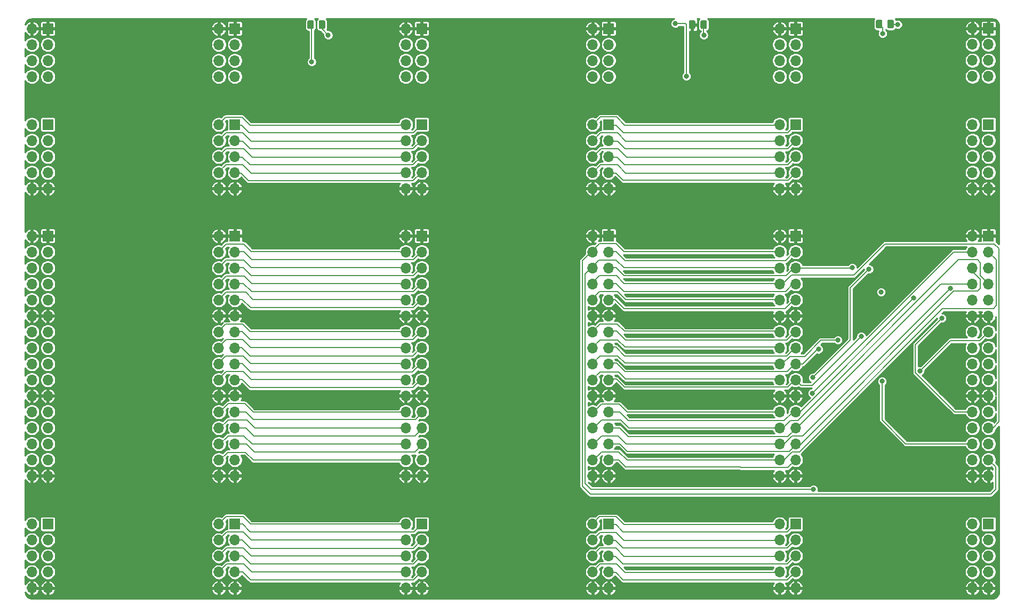
<source format=gbr>
%TF.GenerationSoftware,KiCad,Pcbnew,(5.1.12)-1*%
%TF.CreationDate,2022-02-09T20:28:49-06:00*%
%TF.ProjectId,gd blackplane proto pcb,67642062-6c61-4636-9b70-6c616e652070,rev?*%
%TF.SameCoordinates,Original*%
%TF.FileFunction,Copper,L2,Bot*%
%TF.FilePolarity,Positive*%
%FSLAX46Y46*%
G04 Gerber Fmt 4.6, Leading zero omitted, Abs format (unit mm)*
G04 Created by KiCad (PCBNEW (5.1.12)-1) date 2022-02-09 20:28:49*
%MOMM*%
%LPD*%
G01*
G04 APERTURE LIST*
%TA.AperFunction,ComponentPad*%
%ADD10O,1.700000X1.700000*%
%TD*%
%TA.AperFunction,ComponentPad*%
%ADD11R,1.700000X1.700000*%
%TD*%
%TA.AperFunction,ViaPad*%
%ADD12C,0.800000*%
%TD*%
%TA.AperFunction,ViaPad*%
%ADD13C,0.600000*%
%TD*%
%TA.AperFunction,Conductor*%
%ADD14C,0.203200*%
%TD*%
%TA.AperFunction,Conductor*%
%ADD15C,0.254000*%
%TD*%
%TA.AperFunction,Conductor*%
%ADD16C,0.100000*%
%TD*%
G04 APERTURE END LIST*
D10*
%TO.P,J16,32*%
%TO.N,GND*%
X139190000Y-98425000D03*
%TO.P,J16,31*%
X141730000Y-98425000D03*
%TO.P,J16,30*%
%TO.N,/MD6*%
X139190000Y-95885000D03*
%TO.P,J16,29*%
%TO.N,/MD7*%
X141730000Y-95885000D03*
%TO.P,J16,28*%
%TO.N,/MD4*%
X139190000Y-93345000D03*
%TO.P,J16,27*%
%TO.N,/MD5*%
X141730000Y-93345000D03*
%TO.P,J16,26*%
%TO.N,/MD2*%
X139190000Y-90805000D03*
%TO.P,J16,25*%
%TO.N,/MD3*%
X141730000Y-90805000D03*
%TO.P,J16,24*%
%TO.N,/MD0*%
X139190000Y-88265000D03*
%TO.P,J16,23*%
%TO.N,/MD1*%
X141730000Y-88265000D03*
%TO.P,J16,22*%
%TO.N,GND*%
X139190000Y-85725000D03*
%TO.P,J16,21*%
X141730000Y-85725000D03*
%TO.P,J16,20*%
%TO.N,/BA14*%
X139190000Y-83185000D03*
%TO.P,J16,19*%
%TO.N,/BA15*%
X141730000Y-83185000D03*
%TO.P,J16,18*%
%TO.N,/BA12*%
X139190000Y-80645000D03*
%TO.P,J16,17*%
%TO.N,/BA13*%
X141730000Y-80645000D03*
%TO.P,J16,16*%
%TO.N,/BA10*%
X139190000Y-78105000D03*
%TO.P,J16,15*%
%TO.N,/BA11*%
X141730000Y-78105000D03*
%TO.P,J16,14*%
%TO.N,/BA8*%
X139190000Y-75565000D03*
%TO.P,J16,13*%
%TO.N,/BA9*%
X141730000Y-75565000D03*
%TO.P,J16,12*%
%TO.N,GND*%
X139190000Y-73025000D03*
%TO.P,J16,11*%
X141730000Y-73025000D03*
%TO.P,J16,10*%
%TO.N,/BA6*%
X139190000Y-70485000D03*
%TO.P,J16,9*%
%TO.N,/BA7*%
X141730000Y-70485000D03*
%TO.P,J16,8*%
%TO.N,/BA4*%
X139190000Y-67945000D03*
%TO.P,J16,7*%
%TO.N,/BA5*%
X141730000Y-67945000D03*
%TO.P,J16,6*%
%TO.N,/BA2*%
X139190000Y-65405000D03*
%TO.P,J16,5*%
%TO.N,/BA3*%
X141730000Y-65405000D03*
%TO.P,J16,4*%
%TO.N,/BA0*%
X139190000Y-62865000D03*
%TO.P,J16,3*%
%TO.N,/BA1*%
X141730000Y-62865000D03*
%TO.P,J16,2*%
%TO.N,GND*%
X139190000Y-60325000D03*
D11*
%TO.P,J16,1*%
X141730000Y-60325000D03*
%TD*%
D10*
%TO.P,J11,10*%
%TO.N,GND*%
X139190000Y-52788000D03*
%TO.P,J11,9*%
X141730000Y-52788000D03*
%TO.P,J11,8*%
%TO.N,/PH0*%
X139190000Y-50248000D03*
%TO.P,J11,7*%
%TO.N,/~INH*%
X141730000Y-50248000D03*
%TO.P,J11,6*%
%TO.N,/Q3*%
X139190000Y-47708000D03*
%TO.P,J11,5*%
%TO.N,/RW*%
X141730000Y-47708000D03*
%TO.P,J11,4*%
%TO.N,/CREF*%
X139190000Y-45168000D03*
%TO.P,J11,3*%
%TO.N,/~RESET*%
X141730000Y-45168000D03*
%TO.P,J11,2*%
%TO.N,/7M*%
X139190000Y-42628000D03*
D11*
%TO.P,J11,1*%
%TO.N,/~IRQ*%
X141730000Y-42628000D03*
%TD*%
D10*
%TO.P,J9,10*%
%TO.N,GND*%
X139190000Y-116251000D03*
%TO.P,J9,9*%
X141730000Y-116251000D03*
%TO.P,J9,8*%
%TO.N,/KSEL2*%
X139190000Y-113711000D03*
%TO.P,J9,7*%
%TO.N,/PDLTRIG*%
X141730000Y-113711000D03*
%TO.P,J9,6*%
%TO.N,/KSEL1*%
X139190000Y-111171000D03*
%TO.P,J9,5*%
%TO.N,/~DMA*%
X141730000Y-111171000D03*
%TO.P,J9,4*%
%TO.N,/KSEL0*%
X139190000Y-108631000D03*
%TO.P,J9,3*%
%TO.N,/~NMI*%
X141730000Y-108631000D03*
%TO.P,J9,2*%
%TO.N,/C060-67*%
X139190000Y-106091000D03*
D11*
%TO.P,J9,1*%
%TO.N,/~RDY*%
X141730000Y-106091000D03*
%TD*%
D10*
%TO.P,J5,8*%
%TO.N,-12V*%
X139190000Y-35006000D03*
%TO.P,J5,7*%
X141730000Y-35006000D03*
%TO.P,J5,6*%
%TO.N,+12V*%
X139190000Y-32466000D03*
%TO.P,J5,5*%
X141730000Y-32466000D03*
%TO.P,J5,4*%
%TO.N,+5V*%
X139190000Y-29926000D03*
%TO.P,J5,3*%
X141730000Y-29926000D03*
%TO.P,J5,2*%
%TO.N,GND*%
X139190000Y-27386000D03*
D11*
%TO.P,J5,1*%
X141730000Y-27386000D03*
%TD*%
D10*
%TO.P,J25,10*%
%TO.N,GND*%
X198540000Y-52788000D03*
%TO.P,J25,9*%
X201080000Y-52788000D03*
%TO.P,J25,8*%
%TO.N,/PH0*%
X198540000Y-50248000D03*
%TO.P,J25,7*%
%TO.N,/~INH*%
X201080000Y-50248000D03*
%TO.P,J25,6*%
%TO.N,/Q3*%
X198540000Y-47708000D03*
%TO.P,J25,5*%
%TO.N,/RW*%
X201080000Y-47708000D03*
%TO.P,J25,4*%
%TO.N,/CREF*%
X198540000Y-45168000D03*
%TO.P,J25,3*%
%TO.N,/~RESET*%
X201080000Y-45168000D03*
%TO.P,J25,2*%
%TO.N,/7M*%
X198540000Y-42628000D03*
D11*
%TO.P,J25,1*%
%TO.N,/~IRQ*%
X201080000Y-42628000D03*
%TD*%
D10*
%TO.P,J24,32*%
%TO.N,GND*%
X258826000Y-98425000D03*
%TO.P,J24,31*%
X261366000Y-98425000D03*
%TO.P,J24,30*%
%TO.N,/BA1*%
X258826000Y-95885000D03*
%TO.P,J24,29*%
%TO.N,/BA0*%
X261366000Y-95885000D03*
%TO.P,J24,28*%
%TO.N,/BA3*%
X258826000Y-93345000D03*
%TO.P,J24,27*%
%TO.N,/BA2*%
X261366000Y-93345000D03*
%TO.P,J24,26*%
%TO.N,/BA5*%
X258826000Y-90805000D03*
%TO.P,J24,25*%
%TO.N,/BA4*%
X261366000Y-90805000D03*
%TO.P,J24,24*%
%TO.N,/BA7*%
X258826000Y-88265000D03*
%TO.P,J24,23*%
%TO.N,/BA6*%
X261366000Y-88265000D03*
%TO.P,J24,22*%
%TO.N,GND*%
X258826000Y-85725000D03*
%TO.P,J24,21*%
X261366000Y-85725000D03*
%TO.P,J24,20*%
%TO.N,/BA9*%
X258826000Y-83185000D03*
%TO.P,J24,19*%
%TO.N,/BA8*%
X261366000Y-83185000D03*
%TO.P,J24,18*%
%TO.N,/BA11*%
X258826000Y-80645000D03*
%TO.P,J24,17*%
%TO.N,/BA10*%
X261366000Y-80645000D03*
%TO.P,J24,16*%
%TO.N,/BA13*%
X258826000Y-78105000D03*
%TO.P,J24,15*%
%TO.N,/BA12*%
X261366000Y-78105000D03*
%TO.P,J24,14*%
%TO.N,/BA15*%
X258826000Y-75565000D03*
%TO.P,J24,13*%
%TO.N,/BA14*%
X261366000Y-75565000D03*
%TO.P,J24,12*%
%TO.N,GND*%
X258826000Y-73025000D03*
%TO.P,J24,11*%
X261366000Y-73025000D03*
%TO.P,J24,10*%
%TO.N,/MD1*%
X258826000Y-70485000D03*
%TO.P,J24,9*%
%TO.N,/MD0*%
X261366000Y-70485000D03*
%TO.P,J24,8*%
%TO.N,/MD3*%
X258826000Y-67945000D03*
%TO.P,J24,7*%
%TO.N,/MD2*%
X261366000Y-67945000D03*
%TO.P,J24,6*%
%TO.N,/MD5*%
X258826000Y-65405000D03*
%TO.P,J24,5*%
%TO.N,/MD4*%
X261366000Y-65405000D03*
%TO.P,J24,4*%
%TO.N,/MD7*%
X258826000Y-62865000D03*
%TO.P,J24,3*%
%TO.N,/MD6*%
X261366000Y-62865000D03*
%TO.P,J24,2*%
%TO.N,GND*%
X258826000Y-60325000D03*
D11*
%TO.P,J24,1*%
X261366000Y-60325000D03*
%TD*%
D10*
%TO.P,J23,10*%
%TO.N,GND*%
X228215000Y-116251000D03*
%TO.P,J23,9*%
X230755000Y-116251000D03*
%TO.P,J23,8*%
%TO.N,/KSEL2*%
X228215000Y-113711000D03*
%TO.P,J23,7*%
%TO.N,/PDLTRIG*%
X230755000Y-113711000D03*
%TO.P,J23,6*%
%TO.N,/KSEL1*%
X228215000Y-111171000D03*
%TO.P,J23,5*%
%TO.N,/~DMA*%
X230755000Y-111171000D03*
%TO.P,J23,4*%
%TO.N,/KSEL0*%
X228215000Y-108631000D03*
%TO.P,J23,3*%
%TO.N,/~NMI*%
X230755000Y-108631000D03*
%TO.P,J23,2*%
%TO.N,/C060-67*%
X228215000Y-106091000D03*
D11*
%TO.P,J23,1*%
%TO.N,/~RDY*%
X230755000Y-106091000D03*
%TD*%
D10*
%TO.P,J22,8*%
%TO.N,-12V*%
X258830000Y-34980600D03*
%TO.P,J22,7*%
X261370000Y-34980600D03*
%TO.P,J22,6*%
%TO.N,+12V*%
X258830000Y-32440600D03*
%TO.P,J22,5*%
X261370000Y-32440600D03*
%TO.P,J22,4*%
%TO.N,+5V*%
X258830000Y-29900600D03*
%TO.P,J22,3*%
X261370000Y-29900600D03*
%TO.P,J22,2*%
%TO.N,GND*%
X258830000Y-27360600D03*
D11*
%TO.P,J22,1*%
X261370000Y-27360600D03*
%TD*%
D10*
%TO.P,J20,10*%
%TO.N,GND*%
X168865000Y-52788000D03*
%TO.P,J20,9*%
X171405000Y-52788000D03*
%TO.P,J20,8*%
%TO.N,/PH0*%
X168865000Y-50248000D03*
%TO.P,J20,7*%
%TO.N,/~INH*%
X171405000Y-50248000D03*
%TO.P,J20,6*%
%TO.N,/Q3*%
X168865000Y-47708000D03*
%TO.P,J20,5*%
%TO.N,/RW*%
X171405000Y-47708000D03*
%TO.P,J20,4*%
%TO.N,/CREF*%
X168865000Y-45168000D03*
%TO.P,J20,3*%
%TO.N,/~RESET*%
X171405000Y-45168000D03*
%TO.P,J20,2*%
%TO.N,/7M*%
X168865000Y-42628000D03*
D11*
%TO.P,J20,1*%
%TO.N,/~IRQ*%
X171405000Y-42628000D03*
%TD*%
D10*
%TO.P,J19,32*%
%TO.N,GND*%
X168865000Y-98425000D03*
%TO.P,J19,31*%
X171405000Y-98425000D03*
%TO.P,J19,30*%
%TO.N,/MD6*%
X168865000Y-95885000D03*
%TO.P,J19,29*%
%TO.N,/MD7*%
X171405000Y-95885000D03*
%TO.P,J19,28*%
%TO.N,/MD4*%
X168865000Y-93345000D03*
%TO.P,J19,27*%
%TO.N,/MD5*%
X171405000Y-93345000D03*
%TO.P,J19,26*%
%TO.N,/MD2*%
X168865000Y-90805000D03*
%TO.P,J19,25*%
%TO.N,/MD3*%
X171405000Y-90805000D03*
%TO.P,J19,24*%
%TO.N,/MD0*%
X168865000Y-88265000D03*
%TO.P,J19,23*%
%TO.N,/MD1*%
X171405000Y-88265000D03*
%TO.P,J19,22*%
%TO.N,GND*%
X168865000Y-85725000D03*
%TO.P,J19,21*%
X171405000Y-85725000D03*
%TO.P,J19,20*%
%TO.N,/BA14*%
X168865000Y-83185000D03*
%TO.P,J19,19*%
%TO.N,/BA15*%
X171405000Y-83185000D03*
%TO.P,J19,18*%
%TO.N,/BA12*%
X168865000Y-80645000D03*
%TO.P,J19,17*%
%TO.N,/BA13*%
X171405000Y-80645000D03*
%TO.P,J19,16*%
%TO.N,/BA10*%
X168865000Y-78105000D03*
%TO.P,J19,15*%
%TO.N,/BA11*%
X171405000Y-78105000D03*
%TO.P,J19,14*%
%TO.N,/BA8*%
X168865000Y-75565000D03*
%TO.P,J19,13*%
%TO.N,/BA9*%
X171405000Y-75565000D03*
%TO.P,J19,12*%
%TO.N,GND*%
X168865000Y-73025000D03*
%TO.P,J19,11*%
X171405000Y-73025000D03*
%TO.P,J19,10*%
%TO.N,/BA6*%
X168865000Y-70485000D03*
%TO.P,J19,9*%
%TO.N,/BA7*%
X171405000Y-70485000D03*
%TO.P,J19,8*%
%TO.N,/BA4*%
X168865000Y-67945000D03*
%TO.P,J19,7*%
%TO.N,/BA5*%
X171405000Y-67945000D03*
%TO.P,J19,6*%
%TO.N,/BA2*%
X168865000Y-65405000D03*
%TO.P,J19,5*%
%TO.N,/BA3*%
X171405000Y-65405000D03*
%TO.P,J19,4*%
%TO.N,/BA0*%
X168865000Y-62865000D03*
%TO.P,J19,3*%
%TO.N,/BA1*%
X171405000Y-62865000D03*
%TO.P,J19,2*%
%TO.N,GND*%
X168865000Y-60325000D03*
D11*
%TO.P,J19,1*%
X171405000Y-60325000D03*
%TD*%
D10*
%TO.P,J18,10*%
%TO.N,GND*%
X258830000Y-116251000D03*
%TO.P,J18,9*%
X261370000Y-116251000D03*
%TO.P,J18,8*%
%TO.N,/KSEL2*%
X258830000Y-113711000D03*
%TO.P,J18,7*%
%TO.N,/PDLTRIG*%
X261370000Y-113711000D03*
%TO.P,J18,6*%
%TO.N,/KSEL1*%
X258830000Y-111171000D03*
%TO.P,J18,5*%
%TO.N,/~DMA*%
X261370000Y-111171000D03*
%TO.P,J18,4*%
%TO.N,/KSEL0*%
X258830000Y-108631000D03*
%TO.P,J18,3*%
%TO.N,/~NMI*%
X261370000Y-108631000D03*
%TO.P,J18,2*%
%TO.N,/C060-67*%
X258830000Y-106091000D03*
D11*
%TO.P,J18,1*%
%TO.N,/~RDY*%
X261370000Y-106091000D03*
%TD*%
D10*
%TO.P,J17,8*%
%TO.N,-12V*%
X168865000Y-35006000D03*
%TO.P,J17,7*%
X171405000Y-35006000D03*
%TO.P,J17,6*%
%TO.N,+12V*%
X168865000Y-32466000D03*
%TO.P,J17,5*%
X171405000Y-32466000D03*
%TO.P,J17,4*%
%TO.N,+5V*%
X168865000Y-29926000D03*
%TO.P,J17,3*%
X171405000Y-29926000D03*
%TO.P,J17,2*%
%TO.N,GND*%
X168865000Y-27386000D03*
D11*
%TO.P,J17,1*%
X171405000Y-27386000D03*
%TD*%
D10*
%TO.P,J15,10*%
%TO.N,GND*%
X258830000Y-52788000D03*
%TO.P,J15,9*%
X261370000Y-52788000D03*
%TO.P,J15,8*%
%TO.N,/PH0*%
X258830000Y-50248000D03*
%TO.P,J15,7*%
%TO.N,/~INH*%
X261370000Y-50248000D03*
%TO.P,J15,6*%
%TO.N,/Q3*%
X258830000Y-47708000D03*
%TO.P,J15,5*%
%TO.N,/RW*%
X261370000Y-47708000D03*
%TO.P,J15,4*%
%TO.N,/CREF*%
X258830000Y-45168000D03*
%TO.P,J15,3*%
%TO.N,/~RESET*%
X261370000Y-45168000D03*
%TO.P,J15,2*%
%TO.N,/7M*%
X258830000Y-42628000D03*
D11*
%TO.P,J15,1*%
%TO.N,/~IRQ*%
X261370000Y-42628000D03*
%TD*%
D10*
%TO.P,J14,32*%
%TO.N,GND*%
X198540000Y-98425000D03*
%TO.P,J14,31*%
X201080000Y-98425000D03*
%TO.P,J14,30*%
%TO.N,/MD6*%
X198540000Y-95885000D03*
%TO.P,J14,29*%
%TO.N,/MD7*%
X201080000Y-95885000D03*
%TO.P,J14,28*%
%TO.N,/MD4*%
X198540000Y-93345000D03*
%TO.P,J14,27*%
%TO.N,/MD5*%
X201080000Y-93345000D03*
%TO.P,J14,26*%
%TO.N,/MD2*%
X198540000Y-90805000D03*
%TO.P,J14,25*%
%TO.N,/MD3*%
X201080000Y-90805000D03*
%TO.P,J14,24*%
%TO.N,/MD0*%
X198540000Y-88265000D03*
%TO.P,J14,23*%
%TO.N,/MD1*%
X201080000Y-88265000D03*
%TO.P,J14,22*%
%TO.N,GND*%
X198540000Y-85725000D03*
%TO.P,J14,21*%
X201080000Y-85725000D03*
%TO.P,J14,20*%
%TO.N,/BA14*%
X198540000Y-83185000D03*
%TO.P,J14,19*%
%TO.N,/BA15*%
X201080000Y-83185000D03*
%TO.P,J14,18*%
%TO.N,/BA12*%
X198540000Y-80645000D03*
%TO.P,J14,17*%
%TO.N,/BA13*%
X201080000Y-80645000D03*
%TO.P,J14,16*%
%TO.N,/BA10*%
X198540000Y-78105000D03*
%TO.P,J14,15*%
%TO.N,/BA11*%
X201080000Y-78105000D03*
%TO.P,J14,14*%
%TO.N,/BA8*%
X198540000Y-75565000D03*
%TO.P,J14,13*%
%TO.N,/BA9*%
X201080000Y-75565000D03*
%TO.P,J14,12*%
%TO.N,GND*%
X198540000Y-73025000D03*
%TO.P,J14,11*%
X201080000Y-73025000D03*
%TO.P,J14,10*%
%TO.N,/BA6*%
X198540000Y-70485000D03*
%TO.P,J14,9*%
%TO.N,/BA7*%
X201080000Y-70485000D03*
%TO.P,J14,8*%
%TO.N,/BA4*%
X198540000Y-67945000D03*
%TO.P,J14,7*%
%TO.N,/BA5*%
X201080000Y-67945000D03*
%TO.P,J14,6*%
%TO.N,/BA2*%
X198540000Y-65405000D03*
%TO.P,J14,5*%
%TO.N,/BA3*%
X201080000Y-65405000D03*
%TO.P,J14,4*%
%TO.N,/BA0*%
X198540000Y-62865000D03*
%TO.P,J14,3*%
%TO.N,/BA1*%
X201080000Y-62865000D03*
%TO.P,J14,2*%
%TO.N,GND*%
X198540000Y-60325000D03*
D11*
%TO.P,J14,1*%
X201080000Y-60325000D03*
%TD*%
D10*
%TO.P,J13,10*%
%TO.N,GND*%
X168865000Y-116251000D03*
%TO.P,J13,9*%
X171405000Y-116251000D03*
%TO.P,J13,8*%
%TO.N,/KSEL2*%
X168865000Y-113711000D03*
%TO.P,J13,7*%
%TO.N,/PDLTRIG*%
X171405000Y-113711000D03*
%TO.P,J13,6*%
%TO.N,/KSEL1*%
X168865000Y-111171000D03*
%TO.P,J13,5*%
%TO.N,/~DMA*%
X171405000Y-111171000D03*
%TO.P,J13,4*%
%TO.N,/KSEL0*%
X168865000Y-108631000D03*
%TO.P,J13,3*%
%TO.N,/~NMI*%
X171405000Y-108631000D03*
%TO.P,J13,2*%
%TO.N,/C060-67*%
X168865000Y-106091000D03*
D11*
%TO.P,J13,1*%
%TO.N,/~RDY*%
X171405000Y-106091000D03*
%TD*%
D10*
%TO.P,J12,8*%
%TO.N,-12V*%
X198540000Y-35006000D03*
%TO.P,J12,7*%
X201080000Y-35006000D03*
%TO.P,J12,6*%
%TO.N,+12V*%
X198540000Y-32466000D03*
%TO.P,J12,5*%
X201080000Y-32466000D03*
%TO.P,J12,4*%
%TO.N,+5V*%
X198540000Y-29926000D03*
%TO.P,J12,3*%
X201080000Y-29926000D03*
%TO.P,J12,2*%
%TO.N,GND*%
X198540000Y-27386000D03*
D11*
%TO.P,J12,1*%
X201080000Y-27386000D03*
%TD*%
D10*
%TO.P,J10,10*%
%TO.N,GND*%
X228215000Y-52788000D03*
%TO.P,J10,9*%
X230755000Y-52788000D03*
%TO.P,J10,8*%
%TO.N,/PH0*%
X228215000Y-50248000D03*
%TO.P,J10,7*%
%TO.N,/~INH*%
X230755000Y-50248000D03*
%TO.P,J10,6*%
%TO.N,/Q3*%
X228215000Y-47708000D03*
%TO.P,J10,5*%
%TO.N,/RW*%
X230755000Y-47708000D03*
%TO.P,J10,4*%
%TO.N,/CREF*%
X228215000Y-45168000D03*
%TO.P,J10,3*%
%TO.N,/~RESET*%
X230755000Y-45168000D03*
%TO.P,J10,2*%
%TO.N,/7M*%
X228215000Y-42628000D03*
D11*
%TO.P,J10,1*%
%TO.N,/~IRQ*%
X230755000Y-42628000D03*
%TD*%
D10*
%TO.P,J8,32*%
%TO.N,GND*%
X228215000Y-98425000D03*
%TO.P,J8,31*%
X230755000Y-98425000D03*
%TO.P,J8,30*%
%TO.N,/MD6*%
X228215000Y-95885000D03*
%TO.P,J8,29*%
%TO.N,/MD7*%
X230755000Y-95885000D03*
%TO.P,J8,28*%
%TO.N,/MD4*%
X228215000Y-93345000D03*
%TO.P,J8,27*%
%TO.N,/MD5*%
X230755000Y-93345000D03*
%TO.P,J8,26*%
%TO.N,/MD2*%
X228215000Y-90805000D03*
%TO.P,J8,25*%
%TO.N,/MD3*%
X230755000Y-90805000D03*
%TO.P,J8,24*%
%TO.N,/MD0*%
X228215000Y-88265000D03*
%TO.P,J8,23*%
%TO.N,/MD1*%
X230755000Y-88265000D03*
%TO.P,J8,22*%
%TO.N,GND*%
X228215000Y-85725000D03*
%TO.P,J8,21*%
X230755000Y-85725000D03*
%TO.P,J8,20*%
%TO.N,/BA14*%
X228215000Y-83185000D03*
%TO.P,J8,19*%
%TO.N,/BA15*%
X230755000Y-83185000D03*
%TO.P,J8,18*%
%TO.N,/BA12*%
X228215000Y-80645000D03*
%TO.P,J8,17*%
%TO.N,/BA13*%
X230755000Y-80645000D03*
%TO.P,J8,16*%
%TO.N,/BA10*%
X228215000Y-78105000D03*
%TO.P,J8,15*%
%TO.N,/BA11*%
X230755000Y-78105000D03*
%TO.P,J8,14*%
%TO.N,/BA8*%
X228215000Y-75565000D03*
%TO.P,J8,13*%
%TO.N,/BA9*%
X230755000Y-75565000D03*
%TO.P,J8,12*%
%TO.N,GND*%
X228215000Y-73025000D03*
%TO.P,J8,11*%
X230755000Y-73025000D03*
%TO.P,J8,10*%
%TO.N,/BA6*%
X228215000Y-70485000D03*
%TO.P,J8,9*%
%TO.N,/BA7*%
X230755000Y-70485000D03*
%TO.P,J8,8*%
%TO.N,/BA4*%
X228215000Y-67945000D03*
%TO.P,J8,7*%
%TO.N,/BA5*%
X230755000Y-67945000D03*
%TO.P,J8,6*%
%TO.N,/BA2*%
X228215000Y-65405000D03*
%TO.P,J8,5*%
%TO.N,/BA3*%
X230755000Y-65405000D03*
%TO.P,J8,4*%
%TO.N,/BA0*%
X228215000Y-62865000D03*
%TO.P,J8,3*%
%TO.N,/BA1*%
X230755000Y-62865000D03*
%TO.P,J8,2*%
%TO.N,GND*%
X228215000Y-60325000D03*
D11*
%TO.P,J8,1*%
X230755000Y-60325000D03*
%TD*%
D10*
%TO.P,J7,10*%
%TO.N,GND*%
X198540000Y-116251000D03*
%TO.P,J7,9*%
X201080000Y-116251000D03*
%TO.P,J7,8*%
%TO.N,/KSEL2*%
X198540000Y-113711000D03*
%TO.P,J7,7*%
%TO.N,/PDLTRIG*%
X201080000Y-113711000D03*
%TO.P,J7,6*%
%TO.N,/KSEL1*%
X198540000Y-111171000D03*
%TO.P,J7,5*%
%TO.N,/~DMA*%
X201080000Y-111171000D03*
%TO.P,J7,4*%
%TO.N,/KSEL0*%
X198540000Y-108631000D03*
%TO.P,J7,3*%
%TO.N,/~NMI*%
X201080000Y-108631000D03*
%TO.P,J7,2*%
%TO.N,/C060-67*%
X198540000Y-106091000D03*
D11*
%TO.P,J7,1*%
%TO.N,/~RDY*%
X201080000Y-106091000D03*
%TD*%
D10*
%TO.P,J6,8*%
%TO.N,-12V*%
X228215000Y-35006000D03*
%TO.P,J6,7*%
X230755000Y-35006000D03*
%TO.P,J6,6*%
%TO.N,+12V*%
X228215000Y-32466000D03*
%TO.P,J6,5*%
X230755000Y-32466000D03*
%TO.P,J6,4*%
%TO.N,+5V*%
X228215000Y-29926000D03*
%TO.P,J6,3*%
X230755000Y-29926000D03*
%TO.P,J6,2*%
%TO.N,GND*%
X228215000Y-27386000D03*
D11*
%TO.P,J6,1*%
X230755000Y-27386000D03*
%TD*%
D10*
%TO.P,J4,10*%
%TO.N,GND*%
X109515000Y-52788000D03*
%TO.P,J4,9*%
X112055000Y-52788000D03*
%TO.P,J4,8*%
%TO.N,/PH0*%
X109515000Y-50248000D03*
%TO.P,J4,7*%
%TO.N,/~INH*%
X112055000Y-50248000D03*
%TO.P,J4,6*%
%TO.N,/Q3*%
X109515000Y-47708000D03*
%TO.P,J4,5*%
%TO.N,/RW*%
X112055000Y-47708000D03*
%TO.P,J4,4*%
%TO.N,/CREF*%
X109515000Y-45168000D03*
%TO.P,J4,3*%
%TO.N,/~RESET*%
X112055000Y-45168000D03*
%TO.P,J4,2*%
%TO.N,/7M*%
X109515000Y-42628000D03*
D11*
%TO.P,J4,1*%
%TO.N,/~IRQ*%
X112055000Y-42628000D03*
%TD*%
D10*
%TO.P,J3,32*%
%TO.N,GND*%
X109515000Y-98425000D03*
%TO.P,J3,31*%
X112055000Y-98425000D03*
%TO.P,J3,30*%
%TO.N,/MD6*%
X109515000Y-95885000D03*
%TO.P,J3,29*%
%TO.N,/MD7*%
X112055000Y-95885000D03*
%TO.P,J3,28*%
%TO.N,/MD4*%
X109515000Y-93345000D03*
%TO.P,J3,27*%
%TO.N,/MD5*%
X112055000Y-93345000D03*
%TO.P,J3,26*%
%TO.N,/MD2*%
X109515000Y-90805000D03*
%TO.P,J3,25*%
%TO.N,/MD3*%
X112055000Y-90805000D03*
%TO.P,J3,24*%
%TO.N,/MD0*%
X109515000Y-88265000D03*
%TO.P,J3,23*%
%TO.N,/MD1*%
X112055000Y-88265000D03*
%TO.P,J3,22*%
%TO.N,GND*%
X109515000Y-85725000D03*
%TO.P,J3,21*%
X112055000Y-85725000D03*
%TO.P,J3,20*%
%TO.N,/BA14*%
X109515000Y-83185000D03*
%TO.P,J3,19*%
%TO.N,/BA15*%
X112055000Y-83185000D03*
%TO.P,J3,18*%
%TO.N,/BA12*%
X109515000Y-80645000D03*
%TO.P,J3,17*%
%TO.N,/BA13*%
X112055000Y-80645000D03*
%TO.P,J3,16*%
%TO.N,/BA10*%
X109515000Y-78105000D03*
%TO.P,J3,15*%
%TO.N,/BA11*%
X112055000Y-78105000D03*
%TO.P,J3,14*%
%TO.N,/BA8*%
X109515000Y-75565000D03*
%TO.P,J3,13*%
%TO.N,/BA9*%
X112055000Y-75565000D03*
%TO.P,J3,12*%
%TO.N,GND*%
X109515000Y-73025000D03*
%TO.P,J3,11*%
X112055000Y-73025000D03*
%TO.P,J3,10*%
%TO.N,/BA6*%
X109515000Y-70485000D03*
%TO.P,J3,9*%
%TO.N,/BA7*%
X112055000Y-70485000D03*
%TO.P,J3,8*%
%TO.N,/BA4*%
X109515000Y-67945000D03*
%TO.P,J3,7*%
%TO.N,/BA5*%
X112055000Y-67945000D03*
%TO.P,J3,6*%
%TO.N,/BA2*%
X109515000Y-65405000D03*
%TO.P,J3,5*%
%TO.N,/BA3*%
X112055000Y-65405000D03*
%TO.P,J3,4*%
%TO.N,/BA0*%
X109515000Y-62865000D03*
%TO.P,J3,3*%
%TO.N,/BA1*%
X112055000Y-62865000D03*
%TO.P,J3,2*%
%TO.N,GND*%
X109515000Y-60325000D03*
D11*
%TO.P,J3,1*%
X112055000Y-60325000D03*
%TD*%
D10*
%TO.P,J2,10*%
%TO.N,GND*%
X109515000Y-116251000D03*
%TO.P,J2,9*%
X112055000Y-116251000D03*
%TO.P,J2,8*%
%TO.N,/KSEL2*%
X109515000Y-113711000D03*
%TO.P,J2,7*%
%TO.N,/PDLTRIG*%
X112055000Y-113711000D03*
%TO.P,J2,6*%
%TO.N,/KSEL1*%
X109515000Y-111171000D03*
%TO.P,J2,5*%
%TO.N,/~DMA*%
X112055000Y-111171000D03*
%TO.P,J2,4*%
%TO.N,/KSEL0*%
X109515000Y-108631000D03*
%TO.P,J2,3*%
%TO.N,/~NMI*%
X112055000Y-108631000D03*
%TO.P,J2,2*%
%TO.N,/C060-67*%
X109515000Y-106091000D03*
D11*
%TO.P,J2,1*%
%TO.N,/~RDY*%
X112055000Y-106091000D03*
%TD*%
D10*
%TO.P,J1,8*%
%TO.N,-12V*%
X109515000Y-35006000D03*
%TO.P,J1,7*%
X112055000Y-35006000D03*
%TO.P,J1,6*%
%TO.N,+12V*%
X109515000Y-32466000D03*
%TO.P,J1,5*%
X112055000Y-32466000D03*
%TO.P,J1,4*%
%TO.N,+5V*%
X109515000Y-29926000D03*
%TO.P,J1,3*%
X112055000Y-29926000D03*
%TO.P,J1,2*%
%TO.N,GND*%
X109515000Y-27386000D03*
D11*
%TO.P,J1,1*%
X112055000Y-27386000D03*
%TD*%
%TO.P,R3,2*%
%TO.N,GND*%
%TA.AperFunction,SMDPad,CuDef*%
G36*
G01*
X214848000Y-26305999D02*
X214848000Y-27206001D01*
G75*
G02*
X214598001Y-27456000I-249999J0D01*
G01*
X214072999Y-27456000D01*
G75*
G02*
X213823000Y-27206001I0J249999D01*
G01*
X213823000Y-26305999D01*
G75*
G02*
X214072999Y-26056000I249999J0D01*
G01*
X214598001Y-26056000D01*
G75*
G02*
X214848000Y-26305999I0J-249999D01*
G01*
G37*
%TD.AperFunction*%
%TO.P,R3,1*%
%TO.N,Net-(D3-Pad2)*%
%TA.AperFunction,SMDPad,CuDef*%
G36*
G01*
X216673000Y-26305999D02*
X216673000Y-27206001D01*
G75*
G02*
X216423001Y-27456000I-249999J0D01*
G01*
X215897999Y-27456000D01*
G75*
G02*
X215648000Y-27206001I0J249999D01*
G01*
X215648000Y-26305999D01*
G75*
G02*
X215897999Y-26056000I249999J0D01*
G01*
X216423001Y-26056000D01*
G75*
G02*
X216673000Y-26305999I0J-249999D01*
G01*
G37*
%TD.AperFunction*%
%TD*%
%TO.P,R2,2*%
%TO.N,Net-(D2-Pad2)*%
%TA.AperFunction,SMDPad,CuDef*%
G36*
G01*
X245323000Y-27120001D02*
X245323000Y-26219999D01*
G75*
G02*
X245572999Y-25970000I249999J0D01*
G01*
X246098001Y-25970000D01*
G75*
G02*
X246348000Y-26219999I0J-249999D01*
G01*
X246348000Y-27120001D01*
G75*
G02*
X246098001Y-27370000I-249999J0D01*
G01*
X245572999Y-27370000D01*
G75*
G02*
X245323000Y-27120001I0J249999D01*
G01*
G37*
%TD.AperFunction*%
%TO.P,R2,1*%
%TO.N,+5V*%
%TA.AperFunction,SMDPad,CuDef*%
G36*
G01*
X243498000Y-27120001D02*
X243498000Y-26219999D01*
G75*
G02*
X243747999Y-25970000I249999J0D01*
G01*
X244273001Y-25970000D01*
G75*
G02*
X244523000Y-26219999I0J-249999D01*
G01*
X244523000Y-27120001D01*
G75*
G02*
X244273001Y-27370000I-249999J0D01*
G01*
X243747999Y-27370000D01*
G75*
G02*
X243498000Y-27120001I0J249999D01*
G01*
G37*
%TD.AperFunction*%
%TD*%
%TO.P,R1,2*%
%TO.N,Net-(D1-Pad2)*%
%TA.AperFunction,SMDPad,CuDef*%
G36*
G01*
X155057000Y-27206001D02*
X155057000Y-26305999D01*
G75*
G02*
X155306999Y-26056000I249999J0D01*
G01*
X155832001Y-26056000D01*
G75*
G02*
X156082000Y-26305999I0J-249999D01*
G01*
X156082000Y-27206001D01*
G75*
G02*
X155832001Y-27456000I-249999J0D01*
G01*
X155306999Y-27456000D01*
G75*
G02*
X155057000Y-27206001I0J249999D01*
G01*
G37*
%TD.AperFunction*%
%TO.P,R1,1*%
%TO.N,+12V*%
%TA.AperFunction,SMDPad,CuDef*%
G36*
G01*
X153232000Y-27206001D02*
X153232000Y-26305999D01*
G75*
G02*
X153481999Y-26056000I249999J0D01*
G01*
X154007001Y-26056000D01*
G75*
G02*
X154257000Y-26305999I0J-249999D01*
G01*
X154257000Y-27206001D01*
G75*
G02*
X154007001Y-27456000I-249999J0D01*
G01*
X153481999Y-27456000D01*
G75*
G02*
X153232000Y-27206001I0J249999D01*
G01*
G37*
%TD.AperFunction*%
%TD*%
D12*
%TO.N,*%
X244335300Y-69227700D03*
D13*
%TO.N,GND*%
X214627499Y-88887300D03*
X214627499Y-78701900D03*
X214627499Y-81165700D03*
X214627499Y-83693000D03*
D12*
X152158700Y-27460810D03*
X155244800Y-36728400D03*
X241935000Y-93357700D03*
X249809000Y-89700100D03*
X247434100Y-83172300D03*
X236804200Y-68935600D03*
X237705900Y-63246000D03*
X248170700Y-63906400D03*
D13*
X214627499Y-76161900D03*
X214627499Y-91427300D03*
X214627499Y-95199200D03*
X214627499Y-113118900D03*
X214627499Y-71183500D03*
X214627499Y-69799200D03*
X214627499Y-67271900D03*
X214627499Y-66052700D03*
X214627499Y-63512700D03*
D12*
%TO.N,+5V*%
X244565600Y-28191900D03*
%TO.N,Net-(D1-Pad2)*%
X156570500Y-28406100D03*
%TO.N,+12V*%
X153936700Y-32689800D03*
%TO.N,-12V*%
X213410800Y-34963100D03*
X211658200Y-26593800D03*
%TO.N,/MD7*%
X233402650Y-85295250D03*
%TO.N,/MD4*%
X255301300Y-68649810D03*
%TO.N,/MD1*%
X249523300Y-70171600D03*
%TO.N,/BA14*%
X250509700Y-81756221D03*
%TO.N,/BA15*%
X241165700Y-76259400D03*
%TO.N,/BA12*%
X237459100Y-76882900D03*
%TO.N,/BA13*%
X234417500Y-78329800D03*
%TO.N,/BA7*%
X253991600Y-73398100D03*
%TO.N,/BA2*%
X233565700Y-100571300D03*
%TO.N,/BA3*%
X239750600Y-65366900D03*
X242417600Y-65582800D03*
X233476800Y-82829400D03*
X244487700Y-83413600D03*
%TO.N,Net-(D2-Pad2)*%
X246980000Y-26742800D03*
%TO.N,Net-(D3-Pad2)*%
X216178500Y-28406100D03*
%TD*%
D14*
%TO.N,+5V*%
X244565600Y-28191900D02*
X244565600Y-27225100D01*
X244565600Y-27225100D02*
X244010500Y-26670000D01*
%TO.N,Net-(D1-Pad2)*%
X156570500Y-28406100D02*
X155569500Y-27405100D01*
X155569500Y-27405100D02*
X155569500Y-26756000D01*
%TO.N,+12V*%
X153822500Y-26834000D02*
X153744500Y-26756000D01*
X153936700Y-26948200D02*
X153744500Y-26756000D01*
X153936700Y-32689800D02*
X153936700Y-26948200D01*
%TO.N,-12V*%
X213410800Y-34963100D02*
X213410800Y-26771600D01*
X213233000Y-26593800D02*
X211658200Y-26593800D01*
X213410800Y-26771600D02*
X213233000Y-26593800D01*
%TO.N,/KSEL2*%
X198505000Y-113676000D02*
X198389000Y-113792000D01*
X228064000Y-113792000D02*
X203683000Y-113792000D01*
X203683000Y-113792000D02*
X202349000Y-112458000D01*
X202349000Y-112458000D02*
X199723000Y-112458000D01*
X199723000Y-112458000D02*
X198505000Y-113676000D01*
X198540000Y-113711000D02*
X198505000Y-113676000D01*
X228215000Y-113711000D02*
X228145000Y-113711000D01*
X228145000Y-113711000D02*
X228064000Y-113792000D01*
X168832000Y-113716000D02*
X168860000Y-113716000D01*
X168860000Y-113716000D02*
X168865000Y-113711000D01*
X168832000Y-113716000D02*
X144450000Y-113716000D01*
X144450000Y-113716000D02*
X143167000Y-112433000D01*
X143167000Y-112433000D02*
X140439000Y-112433000D01*
X140439000Y-112433000D02*
X139190000Y-113682000D01*
X139190000Y-113682000D02*
X139190000Y-113711000D01*
X139190000Y-113682000D02*
X139156000Y-113716000D01*
%TO.N,/PDLTRIG*%
X230020000Y-114376000D02*
X230090000Y-114376000D01*
X230090000Y-114376000D02*
X230755000Y-113711000D01*
X201080000Y-113792000D02*
X202209000Y-113792000D01*
X202209000Y-113792000D02*
X203378000Y-114960000D01*
X203378000Y-114960000D02*
X229436000Y-114960000D01*
X229436000Y-114960000D02*
X230020000Y-114376000D01*
X200929000Y-113792000D02*
X201080000Y-113792000D01*
X201080000Y-113711000D02*
X201080000Y-113792000D01*
X171405000Y-113711000D02*
X171377000Y-113711000D01*
X171377000Y-113711000D02*
X171372000Y-113716000D01*
X230020000Y-114376000D02*
X230604000Y-113792000D01*
X141730000Y-113716000D02*
X142977000Y-113716000D01*
X142977000Y-113716000D02*
X144247000Y-114986000D01*
X144247000Y-114986000D02*
X170102000Y-114986000D01*
X170102000Y-114986000D02*
X171372000Y-113716000D01*
X141696000Y-113716000D02*
X141730000Y-113716000D01*
X141730000Y-113711000D02*
X141730000Y-113716000D01*
%TO.N,/KSEL1*%
X198505000Y-111136000D02*
X199735000Y-109906000D01*
X199735000Y-109906000D02*
X202209000Y-109906000D01*
X202209000Y-109906000D02*
X203556000Y-111252000D01*
X203556000Y-111252000D02*
X228064000Y-111252000D01*
X198389000Y-111252000D02*
X198505000Y-111136000D01*
X198540000Y-111171000D02*
X198505000Y-111136000D01*
X228064000Y-111252000D02*
X228134000Y-111252000D01*
X228134000Y-111252000D02*
X228215000Y-111171000D01*
X168832000Y-111176000D02*
X168860000Y-111176000D01*
X168860000Y-111176000D02*
X168865000Y-111171000D01*
X139190000Y-111142000D02*
X140452000Y-109880000D01*
X140452000Y-109880000D02*
X143027000Y-109880000D01*
X143027000Y-109880000D02*
X144323000Y-111176000D01*
X144323000Y-111176000D02*
X168832000Y-111176000D01*
X139190000Y-111142000D02*
X139190000Y-111171000D01*
X139156000Y-111176000D02*
X139190000Y-111142000D01*
%TO.N,/~DMA*%
X201080000Y-111252000D02*
X202184000Y-111252000D01*
X202184000Y-111252000D02*
X203378000Y-112446000D01*
X203378000Y-112446000D02*
X229411000Y-112446000D01*
X229411000Y-112446000D02*
X230071900Y-111784500D01*
X230071900Y-111784500D02*
X230141500Y-111784500D01*
X230141500Y-111784500D02*
X230755000Y-111171000D01*
X230071900Y-111784500D02*
X230604000Y-111252000D01*
X200929000Y-111252000D02*
X201080000Y-111252000D01*
X201080000Y-111171000D02*
X201080000Y-111252000D01*
X171405000Y-111171000D02*
X171377000Y-111171000D01*
X171377000Y-111171000D02*
X171372000Y-111176000D01*
X141730000Y-111176000D02*
X142951000Y-111176000D01*
X142951000Y-111176000D02*
X144221000Y-112446000D01*
X144221000Y-112446000D02*
X170102000Y-112446000D01*
X170102000Y-112446000D02*
X171372000Y-111176000D01*
X141696000Y-111176000D02*
X141730000Y-111176000D01*
X141730000Y-111171000D02*
X141730000Y-111176000D01*
%TO.N,/KSEL0*%
X198505100Y-108596000D02*
X199685000Y-107417000D01*
X199685000Y-107417000D02*
X202260000Y-107417000D01*
X202260000Y-107417000D02*
X203556000Y-108712000D01*
X203556000Y-108712000D02*
X228064000Y-108712000D01*
X198389000Y-108712000D02*
X198505100Y-108596000D01*
X198540000Y-108631000D02*
X198505100Y-108596100D01*
X198505100Y-108596100D02*
X198505100Y-108596000D01*
X228064000Y-108712000D02*
X228134000Y-108712000D01*
X228134000Y-108712000D02*
X228215000Y-108631000D01*
X168832000Y-108636000D02*
X168860000Y-108636000D01*
X168860000Y-108636000D02*
X168865000Y-108631000D01*
X139190000Y-108602000D02*
X140426000Y-107366000D01*
X140426000Y-107366000D02*
X143053000Y-107366000D01*
X143053000Y-107366000D02*
X144323000Y-108636000D01*
X144323000Y-108636000D02*
X168832000Y-108636000D01*
X139190000Y-108602000D02*
X139190000Y-108631000D01*
X139156000Y-108636000D02*
X139190000Y-108602000D01*
%TO.N,/~NMI*%
X201080000Y-108712000D02*
X202133000Y-108712000D01*
X202133000Y-108712000D02*
X203340000Y-109918000D01*
X203340000Y-109918000D02*
X229398000Y-109918000D01*
X229398000Y-109918000D02*
X230001000Y-109315000D01*
X200929000Y-108712000D02*
X201080000Y-108712000D01*
X201080000Y-108631000D02*
X201080000Y-108712000D01*
X171405000Y-108631000D02*
X171377000Y-108631000D01*
X171377000Y-108631000D02*
X171372000Y-108636000D01*
X230001000Y-109315000D02*
X230071000Y-109315000D01*
X230071000Y-109315000D02*
X230755000Y-108631000D01*
X230001000Y-109315000D02*
X230604000Y-108712000D01*
X141730000Y-108636000D02*
X142900000Y-108636000D01*
X142900000Y-108636000D02*
X144221000Y-109957000D01*
X144221000Y-109957000D02*
X170051000Y-109957000D01*
X170051000Y-109957000D02*
X171372000Y-108636000D01*
X141696000Y-108636000D02*
X141730000Y-108636000D01*
X141730000Y-108631000D02*
X141730000Y-108636000D01*
%TO.N,/C060-67*%
X198505000Y-106056000D02*
X199646000Y-104915000D01*
X199646000Y-104915000D02*
X202222000Y-104915000D01*
X202222000Y-104915000D02*
X203479000Y-106172000D01*
X203479000Y-106172000D02*
X228064000Y-106172000D01*
X198389000Y-106172000D02*
X198505000Y-106056000D01*
X198540000Y-106091000D02*
X198505000Y-106056000D01*
X228064000Y-106172000D02*
X228134000Y-106172000D01*
X228134000Y-106172000D02*
X228215000Y-106091000D01*
X168832000Y-106096000D02*
X168860000Y-106096000D01*
X168860000Y-106096000D02*
X168865000Y-106091000D01*
X139766000Y-105486500D02*
X140376000Y-104877000D01*
X140376000Y-104877000D02*
X143027000Y-104877000D01*
X143027000Y-104877000D02*
X144247000Y-106096000D01*
X144247000Y-106096000D02*
X168832000Y-106096000D01*
X139766000Y-105486500D02*
X139190000Y-106062500D01*
X139190000Y-106062500D02*
X139190000Y-106091000D01*
X139156000Y-106096000D02*
X139766000Y-105486500D01*
%TO.N,/~RDY*%
X230020000Y-106756000D02*
X230090000Y-106756000D01*
X230090000Y-106756000D02*
X230755000Y-106091000D01*
X230020000Y-106756000D02*
X230604000Y-106172000D01*
X201080000Y-106172000D02*
X202209000Y-106172000D01*
X202209000Y-106172000D02*
X203378000Y-107340000D01*
X203378000Y-107340000D02*
X229436000Y-107340000D01*
X229436000Y-107340000D02*
X230020000Y-106756000D01*
X200929000Y-106172000D02*
X201080000Y-106172000D01*
X201080000Y-106091000D02*
X201080000Y-106172000D01*
X171405000Y-106091000D02*
X171377000Y-106091000D01*
X171377000Y-106091000D02*
X171372000Y-106096000D01*
X141730000Y-106096000D02*
X142977000Y-106096000D01*
X142977000Y-106096000D02*
X144196000Y-107315000D01*
X144196000Y-107315000D02*
X170152000Y-107315000D01*
X170152000Y-107315000D02*
X171372000Y-106096000D01*
X141696000Y-106096000D02*
X141730000Y-106096000D01*
X141730000Y-106091000D02*
X141730000Y-106096000D01*
%TO.N,/MD6*%
X168865000Y-95935800D02*
X169035000Y-95935800D01*
X139360000Y-95935800D02*
X140604000Y-94691200D01*
X140604000Y-94691200D02*
X143408000Y-94691200D01*
X143408000Y-94691200D02*
X144653000Y-95935800D01*
X144653000Y-95935800D02*
X168865000Y-95935800D01*
X168865000Y-95885000D02*
X168865000Y-95935800D01*
X198694000Y-95897700D02*
X199977000Y-94615000D01*
X199977000Y-94615000D02*
X202705000Y-94615000D01*
X202705000Y-94615000D02*
X203987000Y-95897700D01*
X203987000Y-95897700D02*
X228202300Y-95897700D01*
X198540000Y-95885000D02*
X198681300Y-95885000D01*
X198681300Y-95885000D02*
X198694000Y-95897700D01*
X139190000Y-95885000D02*
X139309200Y-95885000D01*
X139309200Y-95885000D02*
X139360000Y-95935800D01*
X228202300Y-95897700D02*
X228215000Y-95885000D01*
X262623300Y-64122300D02*
X261366000Y-62865000D01*
X262166100Y-71856600D02*
X262623300Y-71399400D01*
X254091300Y-71856600D02*
X262166100Y-71856600D01*
X262623300Y-71399400D02*
X262623300Y-64122300D01*
X231332900Y-94615000D02*
X254091300Y-71856600D01*
X230227000Y-94615000D02*
X231332900Y-94615000D01*
X228944300Y-95897700D02*
X230227000Y-94615000D01*
X228202300Y-95897700D02*
X228944300Y-95897700D01*
%TO.N,/MD7*%
X258826000Y-62865000D02*
X255832900Y-62865000D01*
X229510400Y-97129600D02*
X230755000Y-95885000D01*
X222097600Y-97129600D02*
X229510400Y-97129600D01*
X222007801Y-97039801D02*
X222097600Y-97129600D01*
X203796001Y-97039801D02*
X222007801Y-97039801D01*
X202641200Y-95885000D02*
X203796001Y-97039801D01*
X201080000Y-95885000D02*
X202641200Y-95885000D01*
X255832900Y-62865000D02*
X233402650Y-85295250D01*
%TO.N,/MD4*%
X198540000Y-93345000D02*
X198681300Y-93345000D01*
X198681300Y-93345000D02*
X198694000Y-93357700D01*
X168865000Y-93395800D02*
X169035000Y-93395800D01*
X139360000Y-93395800D02*
X140668000Y-92087700D01*
X140668000Y-92087700D02*
X143192000Y-92087700D01*
X143192000Y-92087700D02*
X144501000Y-93395800D01*
X144501000Y-93395800D02*
X168865000Y-93395800D01*
X168865000Y-93345000D02*
X168865000Y-93395800D01*
X198694000Y-93357700D02*
X199977000Y-92075000D01*
X199977000Y-92075000D02*
X202552000Y-92075000D01*
X202552000Y-92075000D02*
X203835000Y-93357700D01*
X203835000Y-93357700D02*
X228202300Y-93357700D01*
X139190000Y-93345000D02*
X139309200Y-93345000D01*
X139309200Y-93345000D02*
X139360000Y-93395800D01*
X228202300Y-93357700D02*
X228215000Y-93345000D01*
X230227000Y-92075000D02*
X231876110Y-92075000D01*
X228202300Y-93357700D02*
X228944300Y-93357700D01*
X231876110Y-92075000D02*
X255301300Y-68649810D01*
X228944300Y-93357700D02*
X230227000Y-92075000D01*
%TO.N,/MD5*%
X230832000Y-93434700D02*
X230832000Y-93422000D01*
X230832000Y-93422000D02*
X230755000Y-93345000D01*
X171515400Y-93455400D02*
X171575000Y-93395800D01*
X141900000Y-93395800D02*
X143535000Y-93395800D01*
X143535000Y-93395800D02*
X144805000Y-94665800D01*
X144805000Y-94665800D02*
X170305000Y-94665800D01*
X170305000Y-94665800D02*
X171515400Y-93455400D01*
X171405000Y-93345000D02*
X171515400Y-93455400D01*
X141730000Y-93345000D02*
X141849200Y-93345000D01*
X141849200Y-93345000D02*
X141900000Y-93395800D01*
X229740600Y-94526100D02*
X230832000Y-93434700D01*
X204038400Y-94526100D02*
X229740600Y-94526100D01*
X202870000Y-93357700D02*
X204038400Y-94526100D01*
X201092700Y-93357700D02*
X202870000Y-93357700D01*
X201080000Y-93345000D02*
X201092700Y-93357700D01*
X231559516Y-93434700D02*
X230832000Y-93434700D01*
X255880816Y-69113400D02*
X231559516Y-93434700D01*
X260083300Y-68656200D02*
X259626100Y-69113400D01*
X260083300Y-67208400D02*
X260083300Y-68656200D01*
X259626100Y-69113400D02*
X255880816Y-69113400D01*
X258826000Y-65951100D02*
X260083300Y-67208400D01*
X258826000Y-65405000D02*
X258826000Y-65951100D01*
%TO.N,/MD2*%
X168865000Y-90855800D02*
X169035000Y-90855800D01*
X139360000Y-90855800D02*
X140655000Y-89560400D01*
X140655000Y-89560400D02*
X143662000Y-89560400D01*
X143662000Y-89560400D02*
X144958000Y-90855800D01*
X144958000Y-90855800D02*
X168865000Y-90855800D01*
X168865000Y-90805000D02*
X168865000Y-90855800D01*
X198540000Y-90805000D02*
X198681300Y-90805000D01*
X198681300Y-90805000D02*
X198694000Y-90817700D01*
X198694000Y-90817700D02*
X199951000Y-89560400D01*
X199951000Y-89560400D02*
X203035000Y-89560400D01*
X203035000Y-89560400D02*
X204292000Y-90817700D01*
X204292000Y-90817700D02*
X228202300Y-90817700D01*
X139190000Y-90805000D02*
X139309200Y-90805000D01*
X139309200Y-90805000D02*
X139360000Y-90855800D01*
X228202300Y-90817700D02*
X228215000Y-90805000D01*
X260083300Y-66633650D02*
X261366000Y-67916350D01*
X259651500Y-64122300D02*
X260083300Y-64554100D01*
X229920800Y-89623900D02*
X231107900Y-89623900D01*
X228202300Y-90817700D02*
X228727000Y-90817700D01*
X260083300Y-64554100D02*
X260083300Y-66633650D01*
X256609500Y-64122300D02*
X259651500Y-64122300D01*
X228727000Y-90817700D02*
X229920800Y-89623900D01*
X261366000Y-67916350D02*
X261366000Y-67945000D01*
X231107900Y-89623900D02*
X256609500Y-64122300D01*
%TO.N,/MD3*%
X171515400Y-90915400D02*
X171575000Y-90855800D01*
X141900000Y-90855800D02*
X143510000Y-90855800D01*
X143510000Y-90855800D02*
X144729000Y-92075000D01*
X144729000Y-92075000D02*
X170356000Y-92075000D01*
X170356000Y-92075000D02*
X171515400Y-90915400D01*
X171405000Y-90805000D02*
X171515400Y-90915400D01*
X230755000Y-90971700D02*
X230755000Y-90805000D01*
X141730000Y-90805000D02*
X141849200Y-90805000D01*
X141849200Y-90805000D02*
X141900000Y-90855800D01*
X229550100Y-92176600D02*
X230755000Y-90971700D01*
X204202900Y-92176600D02*
X229550100Y-92176600D01*
X202844000Y-90817700D02*
X204202900Y-92176600D01*
X201092700Y-90817700D02*
X202844000Y-90817700D01*
X201080000Y-90805000D02*
X201092700Y-90817700D01*
X230909000Y-90817700D02*
X230755000Y-90971700D01*
X253781700Y-67945000D02*
X230909000Y-90817700D01*
X258826000Y-67945000D02*
X253781700Y-67945000D01*
%TO.N,/MD0*%
X168865000Y-88315800D02*
X169035000Y-88315800D01*
X139360000Y-88315800D02*
X140718000Y-86956900D01*
X140718000Y-86956900D02*
X143294000Y-86956900D01*
X143294000Y-86956900D02*
X144653000Y-88315800D01*
X144653000Y-88315800D02*
X168865000Y-88315800D01*
X168865000Y-88265000D02*
X168865000Y-88315800D01*
X198540000Y-88265000D02*
X198681300Y-88265000D01*
X198681300Y-88265000D02*
X198694000Y-88277700D01*
X198694000Y-88277700D02*
X199926000Y-87045800D01*
X199926000Y-87045800D02*
X202756000Y-87045800D01*
X202756000Y-87045800D02*
X203987000Y-88277700D01*
X203987000Y-88277700D02*
X228202300Y-88277700D01*
X139190000Y-88265000D02*
X139309200Y-88265000D01*
X139309200Y-88265000D02*
X139360000Y-88315800D01*
X228202300Y-88277700D02*
X228215000Y-88265000D01*
X228202300Y-88277700D02*
X228369000Y-88277700D01*
%TO.N,/MD1*%
X230838400Y-88348300D02*
X230909000Y-88277700D01*
X230909000Y-88277700D02*
X231417200Y-88277700D01*
X231417200Y-88277700D02*
X249523300Y-70171600D01*
X230755000Y-88265000D02*
X230755100Y-88265000D01*
X230755100Y-88265000D02*
X230838400Y-88348300D01*
X171515400Y-88375400D02*
X171575000Y-88315800D01*
X141900000Y-88315800D02*
X143510000Y-88315800D01*
X143510000Y-88315800D02*
X144704000Y-89509600D01*
X144704000Y-89509600D02*
X170381000Y-89509600D01*
X170381000Y-89509600D02*
X171515400Y-88375400D01*
X171405000Y-88265000D02*
X171515400Y-88375400D01*
X141730000Y-88265000D02*
X141849200Y-88265000D01*
X141849200Y-88265000D02*
X141900000Y-88315800D01*
X230243900Y-88348300D02*
X230838400Y-88348300D01*
X228955600Y-89636600D02*
X230243900Y-88348300D01*
X204202900Y-89636600D02*
X228955600Y-89636600D01*
X202831300Y-88265000D02*
X204202900Y-89636600D01*
X201080000Y-88265000D02*
X202831300Y-88265000D01*
%TO.N,/BA14*%
X228191000Y-83083400D02*
X228113400Y-83083400D01*
X198540000Y-83185000D02*
X198516000Y-83161000D01*
X198516000Y-83161000D02*
X198516000Y-83083400D01*
X228113400Y-83083400D02*
X203810000Y-83083400D01*
X203810000Y-83083400D02*
X202655000Y-81928600D01*
X202655000Y-81928600D02*
X199671000Y-81928600D01*
X199671000Y-81928600D02*
X198516000Y-83083400D01*
X228113400Y-83083400D02*
X228215000Y-83185000D01*
X168755000Y-83134200D02*
X168814200Y-83134200D01*
X168814200Y-83134200D02*
X168865000Y-83185000D01*
X168755000Y-83134200D02*
X144374000Y-83134200D01*
X144374000Y-83134200D02*
X143104000Y-81864200D01*
X143104000Y-81864200D02*
X140350000Y-81864200D01*
X140350000Y-81864200D02*
X139190000Y-83024200D01*
X139190000Y-83024200D02*
X139190000Y-83185000D01*
X139190000Y-83024200D02*
X139080000Y-83134200D01*
X259981200Y-76949800D02*
X255316121Y-76949800D01*
X261366000Y-75565000D02*
X259981200Y-76949800D01*
X255316121Y-76949800D02*
X250509700Y-81756221D01*
%TO.N,/BA15*%
X230077000Y-83737400D02*
X230202600Y-83737400D01*
X230202600Y-83737400D02*
X230755000Y-83185000D01*
X230077000Y-83737400D02*
X230731000Y-83083400D01*
X171405000Y-83185000D02*
X171345800Y-83185000D01*
X171345800Y-83185000D02*
X171295000Y-83134200D01*
X141780800Y-83134200D02*
X142900000Y-83134200D01*
X142900000Y-83134200D02*
X144196000Y-84429600D01*
X144196000Y-84429600D02*
X170000000Y-84429600D01*
X170000000Y-84429600D02*
X171295000Y-83134200D01*
X141780800Y-83134200D02*
X141730000Y-83185000D01*
X141620000Y-83134200D02*
X141780800Y-83134200D01*
X201181600Y-83083400D02*
X201080000Y-83185000D01*
X201056000Y-83083400D02*
X201181600Y-83083400D01*
X229473700Y-84340700D02*
X230077000Y-83737400D01*
X203593300Y-84340700D02*
X229473700Y-84340700D01*
X202336000Y-83083400D02*
X203593300Y-84340700D01*
X201181600Y-83083400D02*
X202336000Y-83083400D01*
X231604999Y-84034999D02*
X230755000Y-83185000D01*
X241165700Y-76259400D02*
X233390101Y-84034999D01*
X233390101Y-84034999D02*
X231604999Y-84034999D01*
%TO.N,/BA12*%
X228215000Y-80543400D02*
X228191000Y-80543400D01*
X228215000Y-80543400D02*
X228215000Y-80645000D01*
X198516000Y-80543400D02*
X199671000Y-79388600D01*
X199671000Y-79388600D02*
X202528000Y-79388600D01*
X202528000Y-79388600D02*
X203683000Y-80543400D01*
X203683000Y-80543400D02*
X228191000Y-80543400D01*
X139677000Y-79997300D02*
X139190000Y-80484300D01*
X139190000Y-80484300D02*
X139190000Y-80645000D01*
X139677000Y-79997300D02*
X140274000Y-79400400D01*
X140274000Y-79400400D02*
X143053000Y-79400400D01*
X143053000Y-79400400D02*
X144247000Y-80594200D01*
X144247000Y-80594200D02*
X168755000Y-80594200D01*
X139080000Y-80594200D02*
X139677000Y-79997300D01*
X198540000Y-80645000D02*
X198516000Y-80621000D01*
X198516000Y-80621000D02*
X198516000Y-80543400D01*
X168755000Y-80594200D02*
X168814200Y-80594200D01*
X168814200Y-80594200D02*
X168865000Y-80645000D01*
X229870700Y-79463900D02*
X228791200Y-80543400D01*
X232204200Y-79463900D02*
X229870700Y-79463900D01*
X234785200Y-76882900D02*
X232204200Y-79463900D01*
X228791200Y-80543400D02*
X228215000Y-80543400D01*
X237459100Y-76882900D02*
X234785200Y-76882900D01*
%TO.N,/BA13*%
X230755000Y-80645000D02*
X231910100Y-80645000D01*
X231910100Y-80645000D02*
X234225300Y-78329800D01*
X234225300Y-78329800D02*
X234417500Y-78329800D01*
X230755000Y-80645000D02*
X230692200Y-80582200D01*
X171405000Y-80645000D02*
X171345800Y-80645000D01*
X171345800Y-80645000D02*
X171295000Y-80594200D01*
X230692200Y-80582200D02*
X230731000Y-80543400D01*
X201181600Y-80543400D02*
X202311000Y-80543400D01*
X202311000Y-80543400D02*
X203657000Y-81889600D01*
X203657000Y-81889600D02*
X229385000Y-81889600D01*
X229385000Y-81889600D02*
X230692200Y-80582200D01*
X141780800Y-80594200D02*
X142875000Y-80594200D01*
X142875000Y-80594200D02*
X144234000Y-81953100D01*
X144234000Y-81953100D02*
X169936000Y-81953100D01*
X169936000Y-81953100D02*
X171295000Y-80594200D01*
X141780800Y-80594200D02*
X141730000Y-80645000D01*
X141620000Y-80594200D02*
X141780800Y-80594200D01*
X201181600Y-80543400D02*
X201080000Y-80645000D01*
X201056000Y-80543400D02*
X201181600Y-80543400D01*
%TO.N,/BA10*%
X228113400Y-78003400D02*
X228215000Y-78105000D01*
X228113400Y-78003400D02*
X228191000Y-78003400D01*
X198516000Y-78003400D02*
X199671000Y-76848600D01*
X199671000Y-76848600D02*
X202528000Y-76848600D01*
X202528000Y-76848600D02*
X203683000Y-78003400D01*
X203683000Y-78003400D02*
X228113400Y-78003400D01*
X139109600Y-78024600D02*
X140338000Y-76796900D01*
X140338000Y-76796900D02*
X142989000Y-76796900D01*
X142989000Y-76796900D02*
X144247000Y-78054200D01*
X144247000Y-78054200D02*
X168755000Y-78054200D01*
X139080000Y-78054200D02*
X139109600Y-78024600D01*
X139190000Y-78105000D02*
X139109600Y-78024600D01*
X198540000Y-78105000D02*
X198516000Y-78081000D01*
X198516000Y-78081000D02*
X198516000Y-78003400D01*
X168865000Y-78105000D02*
X168805800Y-78105000D01*
X168805800Y-78105000D02*
X168755000Y-78054200D01*
%TO.N,/BA11*%
X230692200Y-78042200D02*
X230731000Y-78003400D01*
X201181600Y-78003400D02*
X202260000Y-78003400D01*
X202260000Y-78003400D02*
X203644000Y-79387700D01*
X203644000Y-79387700D02*
X229347000Y-79387700D01*
X229347000Y-79387700D02*
X230692200Y-78042200D01*
X230755000Y-78105000D02*
X230692200Y-78042200D01*
X171405000Y-78105000D02*
X171345800Y-78105000D01*
X171345800Y-78105000D02*
X171295000Y-78054200D01*
X141780800Y-78054200D02*
X142824000Y-78054200D01*
X142824000Y-78054200D02*
X144158000Y-79387700D01*
X144158000Y-79387700D02*
X169962000Y-79387700D01*
X169962000Y-79387700D02*
X171295000Y-78054200D01*
X141780800Y-78054200D02*
X141730000Y-78105000D01*
X141620000Y-78054200D02*
X141780800Y-78054200D01*
X201181600Y-78003400D02*
X201080000Y-78105000D01*
X201056000Y-78003400D02*
X201181600Y-78003400D01*
%TO.N,/BA8*%
X198540000Y-75565000D02*
X198516000Y-75541000D01*
X198516000Y-75541000D02*
X198516000Y-75463400D01*
X198516000Y-75463400D02*
X199671000Y-74308600D01*
X199671000Y-74308600D02*
X202452000Y-74308600D01*
X202452000Y-74308600D02*
X203606000Y-75463400D01*
X203606000Y-75463400D02*
X228113400Y-75463400D01*
X228113400Y-75463400D02*
X228215000Y-75565000D01*
X228113400Y-75463400D02*
X228191000Y-75463400D01*
X168755000Y-75514200D02*
X168814200Y-75514200D01*
X168814200Y-75514200D02*
X168865000Y-75565000D01*
X139109600Y-75484600D02*
X140235000Y-74359400D01*
X140235000Y-74359400D02*
X143016000Y-74359400D01*
X143016000Y-74359400D02*
X144170000Y-75514200D01*
X144170000Y-75514200D02*
X168755000Y-75514200D01*
X139080000Y-75514200D02*
X139109600Y-75484600D01*
X139190000Y-75565000D02*
X139109600Y-75484600D01*
%TO.N,/BA9*%
X230692200Y-75502200D02*
X230755000Y-75565000D01*
X171405000Y-75565000D02*
X171345800Y-75565000D01*
X171345800Y-75565000D02*
X171295000Y-75514200D01*
X230692200Y-75502200D02*
X230731000Y-75463400D01*
X201181600Y-75463400D02*
X202336000Y-75463400D01*
X202336000Y-75463400D02*
X203746000Y-76873100D01*
X203746000Y-76873100D02*
X229322000Y-76873100D01*
X229322000Y-76873100D02*
X230692200Y-75502200D01*
X141780800Y-75514200D02*
X142900000Y-75514200D01*
X142900000Y-75514200D02*
X144183000Y-76796900D01*
X144183000Y-76796900D02*
X170013000Y-76796900D01*
X170013000Y-76796900D02*
X171295000Y-75514200D01*
X141780800Y-75514200D02*
X141730000Y-75565000D01*
X141620000Y-75514200D02*
X141780800Y-75514200D01*
X201181600Y-75463400D02*
X201080000Y-75565000D01*
X201056000Y-75463400D02*
X201181600Y-75463400D01*
%TO.N,/BA6*%
X198420000Y-70364900D02*
X199583000Y-69202300D01*
X199583000Y-69202300D02*
X202540000Y-69202300D01*
X202540000Y-69202300D02*
X203784000Y-70446900D01*
X203784000Y-70446900D02*
X228014000Y-70446900D01*
X198338000Y-70446900D02*
X198420000Y-70364900D01*
X198540000Y-70485000D02*
X198420000Y-70365000D01*
X198420000Y-70365000D02*
X198420000Y-70364900D01*
X168865000Y-70485000D02*
X168844000Y-70464000D01*
X168844000Y-70464000D02*
X168844000Y-70408800D01*
X228014000Y-70446900D02*
X228052100Y-70485000D01*
X228052100Y-70485000D02*
X228215000Y-70485000D01*
X139169000Y-70408800D02*
X140324000Y-69254000D01*
X140324000Y-69254000D02*
X143460000Y-69254000D01*
X143460000Y-69254000D02*
X144615000Y-70408800D01*
X144615000Y-70408800D02*
X168844000Y-70408800D01*
X139190000Y-70485000D02*
X139169000Y-70464000D01*
X139169000Y-70464000D02*
X139169000Y-70408800D01*
%TO.N,/BA7*%
X253991600Y-73398100D02*
X249765600Y-77624100D01*
X249765600Y-77624100D02*
X249765600Y-82019900D01*
X249765600Y-82019900D02*
X256010700Y-88265000D01*
X256010700Y-88265000D02*
X258826000Y-88265000D01*
X200878000Y-70446900D02*
X201080000Y-70446900D01*
X201080000Y-70485000D02*
X201080000Y-70446900D01*
X171356400Y-70436400D02*
X171384000Y-70408800D01*
X141730000Y-70408800D02*
X142938000Y-70408800D01*
X142938000Y-70408800D02*
X144234000Y-71704200D01*
X144234000Y-71704200D02*
X170089000Y-71704200D01*
X170089000Y-71704200D02*
X171356400Y-70436400D01*
X171405000Y-70485000D02*
X171356400Y-70436400D01*
X141709000Y-70408800D02*
X141730000Y-70408800D01*
X141730000Y-70485000D02*
X141730000Y-70408800D01*
X229118900Y-71882000D02*
X230554000Y-70446900D01*
X228781106Y-71882000D02*
X229118900Y-71882000D01*
X228769305Y-71870199D02*
X228781106Y-71882000D01*
X227660695Y-71870199D02*
X228769305Y-71870199D01*
X227648894Y-71882000D02*
X227660695Y-71870199D01*
X230592100Y-70485000D02*
X230755000Y-70485000D01*
X203543100Y-71882000D02*
X227648894Y-71882000D01*
X230554000Y-70446900D02*
X230592100Y-70485000D01*
X202108000Y-70446900D02*
X203543100Y-71882000D01*
X201080000Y-70446900D02*
X202108000Y-70446900D01*
%TO.N,/BA4*%
X228014000Y-67906900D02*
X228052100Y-67945000D01*
X228052100Y-67945000D02*
X228215000Y-67945000D01*
X198338000Y-67906900D02*
X198420000Y-67824900D01*
X168865000Y-67945000D02*
X168844000Y-67924000D01*
X168844000Y-67924000D02*
X168844000Y-67868800D01*
X198420000Y-67824900D02*
X199596000Y-66649600D01*
X199596000Y-66649600D02*
X202298000Y-66649600D01*
X202298000Y-66649600D02*
X203556000Y-67906900D01*
X203556000Y-67906900D02*
X228014000Y-67906900D01*
X198540000Y-67945000D02*
X198420000Y-67825000D01*
X198420000Y-67825000D02*
X198420000Y-67824900D01*
X139169000Y-67868800D02*
X140324000Y-66714000D01*
X140324000Y-66714000D02*
X143231000Y-66714000D01*
X143231000Y-66714000D02*
X144386000Y-67868800D01*
X144386000Y-67868800D02*
X168844000Y-67868800D01*
X139190000Y-67945000D02*
X139169000Y-67924000D01*
X139169000Y-67924000D02*
X139169000Y-67868800D01*
X263055100Y-89852500D02*
X262102600Y-90805000D01*
X244957600Y-61595000D02*
X262305800Y-61595000D01*
X263055100Y-62344300D02*
X263055100Y-89852500D01*
X239991900Y-66560700D02*
X244957600Y-61595000D01*
X262102600Y-90805000D02*
X261366000Y-90805000D01*
X230073200Y-66560700D02*
X239991900Y-66560700D01*
X262305800Y-61595000D02*
X263055100Y-62344300D01*
X228688900Y-67945000D02*
X230073200Y-66560700D01*
X228215000Y-67945000D02*
X228688900Y-67945000D01*
%TO.N,/BA5*%
X171356400Y-67896400D02*
X171384000Y-67868800D01*
X141806200Y-67868800D02*
X143091000Y-67868800D01*
X143091000Y-67868800D02*
X144386000Y-69164200D01*
X144386000Y-69164200D02*
X170089000Y-69164200D01*
X170089000Y-69164200D02*
X171356400Y-67896400D01*
X171405000Y-67945000D02*
X171356400Y-67896400D01*
X200878000Y-67906900D02*
X201080000Y-67906900D01*
X201080000Y-67945000D02*
X201080000Y-67906900D01*
X141806200Y-67868800D02*
X141730000Y-67945000D01*
X141709000Y-67868800D02*
X141806200Y-67868800D01*
X230592100Y-67945000D02*
X230755000Y-67945000D01*
X230478700Y-67831600D02*
X230592100Y-67945000D01*
X229184200Y-69126100D02*
X230478700Y-67831600D01*
X203479200Y-69126100D02*
X229184200Y-69126100D01*
X202260000Y-67906900D02*
X203479200Y-69126100D01*
X201080000Y-67906900D02*
X202260000Y-67906900D01*
%TO.N,/BA2*%
X228014000Y-65366900D02*
X228052100Y-65405000D01*
X228052100Y-65405000D02*
X228215000Y-65405000D01*
X198420000Y-65284900D02*
X199558000Y-64147700D01*
X199558000Y-64147700D02*
X202260000Y-64147700D01*
X202260000Y-64147700D02*
X203479000Y-65366900D01*
X203479000Y-65366900D02*
X228014000Y-65366900D01*
X198540000Y-65405000D02*
X198420000Y-65285000D01*
X198420000Y-65285000D02*
X198420000Y-65284900D01*
X168865000Y-65405000D02*
X168844000Y-65384000D01*
X168844000Y-65384000D02*
X168844000Y-65328800D01*
X139169000Y-65328800D02*
X140324000Y-64174000D01*
X140324000Y-64174000D02*
X143155000Y-64174000D01*
X143155000Y-64174000D02*
X144310000Y-65328800D01*
X144310000Y-65328800D02*
X168844000Y-65328800D01*
X139190000Y-65405000D02*
X139169000Y-65384000D01*
X139169000Y-65384000D02*
X139169000Y-65328800D01*
X198297800Y-100571300D02*
X233565700Y-100571300D01*
X197355100Y-99628600D02*
X198297800Y-100571300D01*
X197355100Y-66349800D02*
X197355100Y-99628600D01*
X198420000Y-65284900D02*
X197355100Y-66349800D01*
%TO.N,/BA3*%
X201080000Y-65366900D02*
X202235000Y-65366900D01*
X202235000Y-65366900D02*
X203530000Y-66662300D01*
X203530000Y-66662300D02*
X229258000Y-66662300D01*
X229258000Y-66662300D02*
X230554000Y-65366900D01*
X200878000Y-65366900D02*
X201080000Y-65366900D01*
X201080000Y-65405000D02*
X201080000Y-65366900D01*
X171356400Y-65356400D02*
X171384000Y-65328800D01*
X141730000Y-65328800D02*
X143066000Y-65328800D01*
X143066000Y-65328800D02*
X144361000Y-66624200D01*
X144361000Y-66624200D02*
X170089000Y-66624200D01*
X170089000Y-66624200D02*
X171356400Y-65356400D01*
X171405000Y-65405000D02*
X171356400Y-65356400D01*
X230554000Y-65366900D02*
X230592100Y-65405000D01*
X230592100Y-65405000D02*
X230755000Y-65405000D01*
X141709000Y-65328800D02*
X141730000Y-65328800D01*
X141730000Y-65405000D02*
X141730000Y-65328800D01*
X239712500Y-65405000D02*
X239750600Y-65366900D01*
X230755000Y-65405000D02*
X239712500Y-65405000D01*
X242417600Y-65582800D02*
X239458500Y-68541900D01*
X239458500Y-76847700D02*
X233476800Y-82829400D01*
X239458500Y-68541900D02*
X239458500Y-76847700D01*
X244487700Y-83413600D02*
X244487700Y-89573100D01*
X248259600Y-93345000D02*
X258826000Y-93345000D01*
X244487700Y-89573100D02*
X248259600Y-93345000D01*
%TO.N,/BA0*%
X228014000Y-62826900D02*
X228176900Y-62826900D01*
X228176900Y-62826900D02*
X228215000Y-62865000D01*
X198420000Y-62744900D02*
X199583000Y-61582300D01*
X199583000Y-61582300D02*
X202260000Y-61582300D01*
X202260000Y-61582300D02*
X203505000Y-62826900D01*
X203505000Y-62826900D02*
X228014000Y-62826900D01*
X168865000Y-62865000D02*
X168844000Y-62844000D01*
X168844000Y-62844000D02*
X168844000Y-62788800D01*
X198540000Y-62865000D02*
X198420000Y-62745000D01*
X198420000Y-62745000D02*
X198420000Y-62744900D01*
X139169000Y-62788800D02*
X140324000Y-61634000D01*
X140324000Y-61634000D02*
X143181000Y-61634000D01*
X143181000Y-61634000D02*
X144336000Y-62788800D01*
X144336000Y-62788800D02*
X168844000Y-62788800D01*
X139190000Y-62865000D02*
X139169000Y-62844000D01*
X139169000Y-62844000D02*
X139169000Y-62788800D01*
X262520801Y-100546799D02*
X262520801Y-97039801D01*
X261734300Y-101333300D02*
X262520801Y-100546799D01*
X198158100Y-101333300D02*
X261734300Y-101333300D01*
X196890900Y-100066100D02*
X198158100Y-101333300D01*
X196890900Y-64274000D02*
X196890900Y-100066100D01*
X262520801Y-97039801D02*
X261366000Y-95885000D01*
X198420000Y-62744900D02*
X196890900Y-64274000D01*
%TO.N,/BA1*%
X200878000Y-62826900D02*
X201080000Y-62826900D01*
X201080000Y-62865000D02*
X201080000Y-62826900D01*
X171356400Y-62816400D02*
X171384000Y-62788800D01*
X141730000Y-62788800D02*
X143116000Y-62788800D01*
X143116000Y-62788800D02*
X144412000Y-64084200D01*
X144412000Y-64084200D02*
X170089000Y-64084200D01*
X170089000Y-64084200D02*
X171356400Y-62816400D01*
X171405000Y-62865000D02*
X171356400Y-62816400D01*
X141709000Y-62788800D02*
X141730000Y-62788800D01*
X141730000Y-62865000D02*
X141730000Y-62788800D01*
X230592100Y-62865000D02*
X230755000Y-62865000D01*
X230554000Y-62826900D02*
X230592100Y-62865000D01*
X203695700Y-64236600D02*
X229144300Y-64236600D01*
X202286000Y-62826900D02*
X203695700Y-64236600D01*
X229144300Y-64236600D02*
X230554000Y-62826900D01*
X201080000Y-62826900D02*
X202286000Y-62826900D01*
%TO.N,/PH0*%
X228191000Y-50336000D02*
X228191000Y-50272000D01*
X228191000Y-50272000D02*
X228215000Y-50248000D01*
X198572000Y-50280000D02*
X199830000Y-49022000D01*
X199830000Y-49022000D02*
X202489000Y-49022000D01*
X202489000Y-49022000D02*
X203803000Y-50336000D01*
X203803000Y-50336000D02*
X228191000Y-50336000D01*
X198516000Y-50336000D02*
X198572000Y-50280000D01*
X198540000Y-50248000D02*
X198572000Y-50280000D01*
X168692000Y-50323300D02*
X168789700Y-50323300D01*
X168789700Y-50323300D02*
X168865000Y-50248000D01*
X139190000Y-50150300D02*
X140331000Y-49009300D01*
X140331000Y-49009300D02*
X142989000Y-49009300D01*
X142989000Y-49009300D02*
X144303000Y-50323300D01*
X144303000Y-50323300D02*
X168692000Y-50323300D01*
X139190000Y-50150300D02*
X139190000Y-50248000D01*
X139017000Y-50323300D02*
X139190000Y-50150300D01*
%TO.N,/~INH*%
X201080000Y-50336000D02*
X202228000Y-50336000D01*
X202228000Y-50336000D02*
X203383000Y-51490800D01*
X203383000Y-51490800D02*
X229577000Y-51490800D01*
X229577000Y-51490800D02*
X230731000Y-50336000D01*
X201056000Y-50336000D02*
X201080000Y-50336000D01*
X201080000Y-50248000D02*
X201080000Y-50336000D01*
X171405000Y-50248000D02*
X171307300Y-50248000D01*
X171307300Y-50248000D02*
X171232000Y-50323300D01*
X230755000Y-50248000D02*
X230731000Y-50272000D01*
X230731000Y-50272000D02*
X230731000Y-50336000D01*
X141805300Y-50323300D02*
X142728000Y-50323300D01*
X142728000Y-50323300D02*
X143929000Y-51523900D01*
X143929000Y-51523900D02*
X170031000Y-51523900D01*
X170031000Y-51523900D02*
X171232000Y-50323300D01*
X141805300Y-50323300D02*
X141730000Y-50248000D01*
X141557000Y-50323300D02*
X141805300Y-50323300D01*
%TO.N,/Q3*%
X139141100Y-47659100D02*
X140318000Y-46482000D01*
X140318000Y-46482000D02*
X143180000Y-46482000D01*
X143180000Y-46482000D02*
X144481000Y-47783300D01*
X144481000Y-47783300D02*
X168692000Y-47783300D01*
X139017000Y-47783300D02*
X139141100Y-47659100D01*
X139190000Y-47708000D02*
X139141100Y-47659100D01*
X198572000Y-47740000D02*
X199881000Y-46431200D01*
X199881000Y-46431200D02*
X202616000Y-46431200D01*
X202616000Y-46431200D02*
X203981000Y-47796000D01*
X203981000Y-47796000D02*
X228191000Y-47796000D01*
X198516000Y-47796000D02*
X198572000Y-47740000D01*
X198540000Y-47708000D02*
X198572000Y-47740000D01*
X168865000Y-47708000D02*
X168767300Y-47708000D01*
X168767300Y-47708000D02*
X168692000Y-47783300D01*
X228215000Y-47708000D02*
X228191000Y-47732000D01*
X228191000Y-47732000D02*
X228191000Y-47796000D01*
%TO.N,/RW*%
X230731000Y-47796000D02*
X230731000Y-47732000D01*
X230731000Y-47732000D02*
X230755000Y-47708000D01*
X201080000Y-47796000D02*
X202431000Y-47796000D01*
X202431000Y-47796000D02*
X203619000Y-48983900D01*
X203619000Y-48983900D02*
X229543000Y-48983900D01*
X229543000Y-48983900D02*
X230731000Y-47796000D01*
X201056000Y-47796000D02*
X201080000Y-47796000D01*
X201080000Y-47708000D02*
X201080000Y-47796000D01*
X171405000Y-47708000D02*
X171307300Y-47708000D01*
X171307300Y-47708000D02*
X171232000Y-47783300D01*
X141805300Y-47783300D02*
X142932000Y-47783300D01*
X142932000Y-47783300D02*
X144132000Y-48983900D01*
X144132000Y-48983900D02*
X170031000Y-48983900D01*
X170031000Y-48983900D02*
X171232000Y-47783300D01*
X141805300Y-47783300D02*
X141730000Y-47708000D01*
X141557000Y-47783300D02*
X141805300Y-47783300D01*
%TO.N,/CREF*%
X168865000Y-45168000D02*
X168767300Y-45168000D01*
X168767300Y-45168000D02*
X168692000Y-45243300D01*
X198572000Y-45200000D02*
X199818000Y-43954700D01*
X199818000Y-43954700D02*
X202502000Y-43954700D01*
X202502000Y-43954700D02*
X203803000Y-45256000D01*
X203803000Y-45256000D02*
X228191000Y-45256000D01*
X198516000Y-45256000D02*
X198572000Y-45200000D01*
X198540000Y-45168000D02*
X198572000Y-45200000D01*
X228215000Y-45168000D02*
X228191000Y-45192000D01*
X228191000Y-45192000D02*
X228191000Y-45256000D01*
X139141100Y-45119100D02*
X140318000Y-43942000D01*
X140318000Y-43942000D02*
X143002000Y-43942000D01*
X143002000Y-43942000D02*
X144303000Y-45243300D01*
X144303000Y-45243300D02*
X168692000Y-45243300D01*
X139017000Y-45243300D02*
X139141100Y-45119100D01*
X139190000Y-45168000D02*
X139141100Y-45119100D01*
%TO.N,/~RESET*%
X201080000Y-45256000D02*
X202482000Y-45256000D01*
X202482000Y-45256000D02*
X203695000Y-46469300D01*
X203695000Y-46469300D02*
X229518000Y-46469300D01*
X229518000Y-46469300D02*
X230731000Y-45256000D01*
X201056000Y-45256000D02*
X201080000Y-45256000D01*
X201080000Y-45168000D02*
X201080000Y-45256000D01*
X171405000Y-45168000D02*
X171307300Y-45168000D01*
X171307300Y-45168000D02*
X171232000Y-45243300D01*
X230755000Y-45168000D02*
X230731000Y-45192000D01*
X230731000Y-45192000D02*
X230731000Y-45256000D01*
X141730000Y-45243300D02*
X142982000Y-45243300D01*
X142982000Y-45243300D02*
X144183000Y-46443900D01*
X144183000Y-46443900D02*
X170031000Y-46443900D01*
X170031000Y-46443900D02*
X171232000Y-45243300D01*
X141557000Y-45243300D02*
X141730000Y-45243300D01*
X141730000Y-45168000D02*
X141730000Y-45243300D01*
%TO.N,/7M*%
X228191000Y-42716000D02*
X228191000Y-42652000D01*
X228191000Y-42652000D02*
X228215000Y-42628000D01*
X168865000Y-42628000D02*
X168767300Y-42628000D01*
X168767300Y-42628000D02*
X168692000Y-42703300D01*
X198572000Y-42660000D02*
X199805000Y-41427400D01*
X199805000Y-41427400D02*
X202336000Y-41427400D01*
X202336000Y-41427400D02*
X203625000Y-42716000D01*
X203625000Y-42716000D02*
X228191000Y-42716000D01*
X198516000Y-42716000D02*
X198572000Y-42660000D01*
X198540000Y-42628000D02*
X198572000Y-42660000D01*
X139141100Y-42579100D02*
X140242000Y-41478200D01*
X140242000Y-41478200D02*
X140631000Y-41478200D01*
X140631000Y-41478200D02*
X140636000Y-41473200D01*
X140636000Y-41473200D02*
X142824000Y-41473200D01*
X142824000Y-41473200D02*
X142829000Y-41478200D01*
X142829000Y-41478200D02*
X142900000Y-41478200D01*
X142900000Y-41478200D02*
X144126000Y-42703300D01*
X144126000Y-42703300D02*
X168692000Y-42703300D01*
X139017000Y-42703300D02*
X139141100Y-42579100D01*
X139190000Y-42628000D02*
X139141100Y-42579100D01*
%TO.N,/~IRQ*%
X230755000Y-42628000D02*
X230731000Y-42652000D01*
X230731000Y-42652000D02*
X230731000Y-42716000D01*
X201080000Y-42716000D02*
X202279000Y-42716000D01*
X202279000Y-42716000D02*
X203467000Y-43903900D01*
X203467000Y-43903900D02*
X229543000Y-43903900D01*
X229543000Y-43903900D02*
X230731000Y-42716000D01*
X201056000Y-42716000D02*
X201080000Y-42716000D01*
X201080000Y-42628000D02*
X201080000Y-42716000D01*
X171405000Y-42628000D02*
X171307300Y-42628000D01*
X171307300Y-42628000D02*
X171232000Y-42703300D01*
X141805300Y-42703300D02*
X142779000Y-42703300D01*
X142779000Y-42703300D02*
X143967000Y-43891200D01*
X143967000Y-43891200D02*
X170044000Y-43891200D01*
X170044000Y-43891200D02*
X171232000Y-42703300D01*
X141805300Y-42703300D02*
X141730000Y-42628000D01*
X141557000Y-42703300D02*
X141805300Y-42703300D01*
%TO.N,Net-(D2-Pad2)*%
X246980000Y-26742800D02*
X245908300Y-26742800D01*
X245908300Y-26742800D02*
X245835500Y-26670000D01*
%TO.N,Net-(D3-Pad2)*%
X216178500Y-28406100D02*
X216160500Y-28388100D01*
X216160500Y-28388100D02*
X216160500Y-26756000D01*
%TD*%
D15*
%TO.N,GND*%
X153034512Y-25858512D02*
X152955810Y-25954411D01*
X152897329Y-26063821D01*
X152861317Y-26182538D01*
X152849157Y-26305999D01*
X152849157Y-27206001D01*
X152861317Y-27329462D01*
X152897329Y-27448179D01*
X152955810Y-27557589D01*
X153034512Y-27653488D01*
X153130411Y-27732190D01*
X153239821Y-27790671D01*
X153358538Y-27826683D01*
X153454101Y-27836095D01*
X153454100Y-32072962D01*
X153438841Y-32083158D01*
X153330058Y-32191941D01*
X153244587Y-32319858D01*
X153185713Y-32461991D01*
X153155700Y-32612878D01*
X153155700Y-32766722D01*
X153185713Y-32917609D01*
X153244587Y-33059742D01*
X153330058Y-33187659D01*
X153438841Y-33296442D01*
X153566758Y-33381913D01*
X153708891Y-33440787D01*
X153859778Y-33470800D01*
X154013622Y-33470800D01*
X154164509Y-33440787D01*
X154306642Y-33381913D01*
X154434559Y-33296442D01*
X154543342Y-33187659D01*
X154628813Y-33059742D01*
X154687687Y-32917609D01*
X154717700Y-32766722D01*
X154717700Y-32612878D01*
X154687687Y-32461991D01*
X154639127Y-32344757D01*
X167634000Y-32344757D01*
X167634000Y-32587243D01*
X167681307Y-32825069D01*
X167774102Y-33049097D01*
X167908820Y-33250717D01*
X168080283Y-33422180D01*
X168281903Y-33556898D01*
X168505931Y-33649693D01*
X168743757Y-33697000D01*
X168986243Y-33697000D01*
X169224069Y-33649693D01*
X169448097Y-33556898D01*
X169649717Y-33422180D01*
X169821180Y-33250717D01*
X169955898Y-33049097D01*
X170048693Y-32825069D01*
X170096000Y-32587243D01*
X170096000Y-32344757D01*
X170174000Y-32344757D01*
X170174000Y-32587243D01*
X170221307Y-32825069D01*
X170314102Y-33049097D01*
X170448820Y-33250717D01*
X170620283Y-33422180D01*
X170821903Y-33556898D01*
X171045931Y-33649693D01*
X171283757Y-33697000D01*
X171526243Y-33697000D01*
X171764069Y-33649693D01*
X171988097Y-33556898D01*
X172189717Y-33422180D01*
X172361180Y-33250717D01*
X172495898Y-33049097D01*
X172588693Y-32825069D01*
X172636000Y-32587243D01*
X172636000Y-32344757D01*
X197309000Y-32344757D01*
X197309000Y-32587243D01*
X197356307Y-32825069D01*
X197449102Y-33049097D01*
X197583820Y-33250717D01*
X197755283Y-33422180D01*
X197956903Y-33556898D01*
X198180931Y-33649693D01*
X198418757Y-33697000D01*
X198661243Y-33697000D01*
X198899069Y-33649693D01*
X199123097Y-33556898D01*
X199324717Y-33422180D01*
X199496180Y-33250717D01*
X199630898Y-33049097D01*
X199723693Y-32825069D01*
X199771000Y-32587243D01*
X199771000Y-32344757D01*
X199849000Y-32344757D01*
X199849000Y-32587243D01*
X199896307Y-32825069D01*
X199989102Y-33049097D01*
X200123820Y-33250717D01*
X200295283Y-33422180D01*
X200496903Y-33556898D01*
X200720931Y-33649693D01*
X200958757Y-33697000D01*
X201201243Y-33697000D01*
X201439069Y-33649693D01*
X201663097Y-33556898D01*
X201864717Y-33422180D01*
X202036180Y-33250717D01*
X202170898Y-33049097D01*
X202263693Y-32825069D01*
X202311000Y-32587243D01*
X202311000Y-32344757D01*
X202263693Y-32106931D01*
X202170898Y-31882903D01*
X202036180Y-31681283D01*
X201864717Y-31509820D01*
X201663097Y-31375102D01*
X201439069Y-31282307D01*
X201201243Y-31235000D01*
X200958757Y-31235000D01*
X200720931Y-31282307D01*
X200496903Y-31375102D01*
X200295283Y-31509820D01*
X200123820Y-31681283D01*
X199989102Y-31882903D01*
X199896307Y-32106931D01*
X199849000Y-32344757D01*
X199771000Y-32344757D01*
X199723693Y-32106931D01*
X199630898Y-31882903D01*
X199496180Y-31681283D01*
X199324717Y-31509820D01*
X199123097Y-31375102D01*
X198899069Y-31282307D01*
X198661243Y-31235000D01*
X198418757Y-31235000D01*
X198180931Y-31282307D01*
X197956903Y-31375102D01*
X197755283Y-31509820D01*
X197583820Y-31681283D01*
X197449102Y-31882903D01*
X197356307Y-32106931D01*
X197309000Y-32344757D01*
X172636000Y-32344757D01*
X172588693Y-32106931D01*
X172495898Y-31882903D01*
X172361180Y-31681283D01*
X172189717Y-31509820D01*
X171988097Y-31375102D01*
X171764069Y-31282307D01*
X171526243Y-31235000D01*
X171283757Y-31235000D01*
X171045931Y-31282307D01*
X170821903Y-31375102D01*
X170620283Y-31509820D01*
X170448820Y-31681283D01*
X170314102Y-31882903D01*
X170221307Y-32106931D01*
X170174000Y-32344757D01*
X170096000Y-32344757D01*
X170048693Y-32106931D01*
X169955898Y-31882903D01*
X169821180Y-31681283D01*
X169649717Y-31509820D01*
X169448097Y-31375102D01*
X169224069Y-31282307D01*
X168986243Y-31235000D01*
X168743757Y-31235000D01*
X168505931Y-31282307D01*
X168281903Y-31375102D01*
X168080283Y-31509820D01*
X167908820Y-31681283D01*
X167774102Y-31882903D01*
X167681307Y-32106931D01*
X167634000Y-32344757D01*
X154639127Y-32344757D01*
X154628813Y-32319858D01*
X154543342Y-32191941D01*
X154434559Y-32083158D01*
X154419300Y-32072962D01*
X154419300Y-29804757D01*
X167634000Y-29804757D01*
X167634000Y-30047243D01*
X167681307Y-30285069D01*
X167774102Y-30509097D01*
X167908820Y-30710717D01*
X168080283Y-30882180D01*
X168281903Y-31016898D01*
X168505931Y-31109693D01*
X168743757Y-31157000D01*
X168986243Y-31157000D01*
X169224069Y-31109693D01*
X169448097Y-31016898D01*
X169649717Y-30882180D01*
X169821180Y-30710717D01*
X169955898Y-30509097D01*
X170048693Y-30285069D01*
X170096000Y-30047243D01*
X170096000Y-29804757D01*
X170174000Y-29804757D01*
X170174000Y-30047243D01*
X170221307Y-30285069D01*
X170314102Y-30509097D01*
X170448820Y-30710717D01*
X170620283Y-30882180D01*
X170821903Y-31016898D01*
X171045931Y-31109693D01*
X171283757Y-31157000D01*
X171526243Y-31157000D01*
X171764069Y-31109693D01*
X171988097Y-31016898D01*
X172189717Y-30882180D01*
X172361180Y-30710717D01*
X172495898Y-30509097D01*
X172588693Y-30285069D01*
X172636000Y-30047243D01*
X172636000Y-29804757D01*
X197309000Y-29804757D01*
X197309000Y-30047243D01*
X197356307Y-30285069D01*
X197449102Y-30509097D01*
X197583820Y-30710717D01*
X197755283Y-30882180D01*
X197956903Y-31016898D01*
X198180931Y-31109693D01*
X198418757Y-31157000D01*
X198661243Y-31157000D01*
X198899069Y-31109693D01*
X199123097Y-31016898D01*
X199324717Y-30882180D01*
X199496180Y-30710717D01*
X199630898Y-30509097D01*
X199723693Y-30285069D01*
X199771000Y-30047243D01*
X199771000Y-29804757D01*
X199849000Y-29804757D01*
X199849000Y-30047243D01*
X199896307Y-30285069D01*
X199989102Y-30509097D01*
X200123820Y-30710717D01*
X200295283Y-30882180D01*
X200496903Y-31016898D01*
X200720931Y-31109693D01*
X200958757Y-31157000D01*
X201201243Y-31157000D01*
X201439069Y-31109693D01*
X201663097Y-31016898D01*
X201864717Y-30882180D01*
X202036180Y-30710717D01*
X202170898Y-30509097D01*
X202263693Y-30285069D01*
X202311000Y-30047243D01*
X202311000Y-29804757D01*
X202263693Y-29566931D01*
X202170898Y-29342903D01*
X202036180Y-29141283D01*
X201864717Y-28969820D01*
X201663097Y-28835102D01*
X201439069Y-28742307D01*
X201201243Y-28695000D01*
X200958757Y-28695000D01*
X200720931Y-28742307D01*
X200496903Y-28835102D01*
X200295283Y-28969820D01*
X200123820Y-29141283D01*
X199989102Y-29342903D01*
X199896307Y-29566931D01*
X199849000Y-29804757D01*
X199771000Y-29804757D01*
X199723693Y-29566931D01*
X199630898Y-29342903D01*
X199496180Y-29141283D01*
X199324717Y-28969820D01*
X199123097Y-28835102D01*
X198899069Y-28742307D01*
X198661243Y-28695000D01*
X198418757Y-28695000D01*
X198180931Y-28742307D01*
X197956903Y-28835102D01*
X197755283Y-28969820D01*
X197583820Y-29141283D01*
X197449102Y-29342903D01*
X197356307Y-29566931D01*
X197309000Y-29804757D01*
X172636000Y-29804757D01*
X172588693Y-29566931D01*
X172495898Y-29342903D01*
X172361180Y-29141283D01*
X172189717Y-28969820D01*
X171988097Y-28835102D01*
X171764069Y-28742307D01*
X171526243Y-28695000D01*
X171283757Y-28695000D01*
X171045931Y-28742307D01*
X170821903Y-28835102D01*
X170620283Y-28969820D01*
X170448820Y-29141283D01*
X170314102Y-29342903D01*
X170221307Y-29566931D01*
X170174000Y-29804757D01*
X170096000Y-29804757D01*
X170048693Y-29566931D01*
X169955898Y-29342903D01*
X169821180Y-29141283D01*
X169649717Y-28969820D01*
X169448097Y-28835102D01*
X169224069Y-28742307D01*
X168986243Y-28695000D01*
X168743757Y-28695000D01*
X168505931Y-28742307D01*
X168281903Y-28835102D01*
X168080283Y-28969820D01*
X167908820Y-29141283D01*
X167774102Y-29342903D01*
X167681307Y-29566931D01*
X167634000Y-29804757D01*
X154419300Y-29804757D01*
X154419300Y-27682366D01*
X154454488Y-27653488D01*
X154533190Y-27557589D01*
X154591671Y-27448179D01*
X154627683Y-27329462D01*
X154639843Y-27206001D01*
X154639843Y-26305999D01*
X154627683Y-26182538D01*
X154591671Y-26063821D01*
X154533190Y-25954411D01*
X154454488Y-25858512D01*
X154420964Y-25831000D01*
X154893036Y-25831000D01*
X154859512Y-25858512D01*
X154780810Y-25954411D01*
X154722329Y-26063821D01*
X154686317Y-26182538D01*
X154674157Y-26305999D01*
X154674157Y-27206001D01*
X154686317Y-27329462D01*
X154722329Y-27448179D01*
X154780810Y-27557589D01*
X154859512Y-27653488D01*
X154955411Y-27732190D01*
X155064821Y-27790671D01*
X155183538Y-27826683D01*
X155306999Y-27838843D01*
X155320744Y-27838843D01*
X155793080Y-28311180D01*
X155789500Y-28329178D01*
X155789500Y-28483022D01*
X155819513Y-28633909D01*
X155878387Y-28776042D01*
X155963858Y-28903959D01*
X156072641Y-29012742D01*
X156200558Y-29098213D01*
X156342691Y-29157087D01*
X156493578Y-29187100D01*
X156647422Y-29187100D01*
X156798309Y-29157087D01*
X156940442Y-29098213D01*
X157068359Y-29012742D01*
X157177142Y-28903959D01*
X157262613Y-28776042D01*
X157321487Y-28633909D01*
X157351500Y-28483022D01*
X157351500Y-28329178D01*
X157321487Y-28178291D01*
X157262613Y-28036158D01*
X157177142Y-27908241D01*
X157068359Y-27799458D01*
X156940442Y-27713987D01*
X156913870Y-27702980D01*
X167675511Y-27702980D01*
X167699866Y-27783288D01*
X167799761Y-28002961D01*
X167940592Y-28198924D01*
X168116948Y-28363647D01*
X168322051Y-28490799D01*
X168548019Y-28575495D01*
X168738000Y-28515187D01*
X168738000Y-27513000D01*
X168992000Y-27513000D01*
X168992000Y-28515187D01*
X169181981Y-28575495D01*
X169407949Y-28490799D01*
X169613052Y-28363647D01*
X169749713Y-28236000D01*
X170172157Y-28236000D01*
X170179513Y-28310689D01*
X170201299Y-28382508D01*
X170236678Y-28448696D01*
X170284289Y-28506711D01*
X170342304Y-28554322D01*
X170408492Y-28589701D01*
X170480311Y-28611487D01*
X170555000Y-28618843D01*
X171182750Y-28617000D01*
X171278000Y-28521750D01*
X171278000Y-27513000D01*
X171532000Y-27513000D01*
X171532000Y-28521750D01*
X171627250Y-28617000D01*
X172255000Y-28618843D01*
X172329689Y-28611487D01*
X172401508Y-28589701D01*
X172467696Y-28554322D01*
X172525711Y-28506711D01*
X172573322Y-28448696D01*
X172608701Y-28382508D01*
X172630487Y-28310689D01*
X172637843Y-28236000D01*
X172636279Y-27702980D01*
X197350511Y-27702980D01*
X197374866Y-27783288D01*
X197474761Y-28002961D01*
X197615592Y-28198924D01*
X197791948Y-28363647D01*
X197997051Y-28490799D01*
X198223019Y-28575495D01*
X198413000Y-28515187D01*
X198413000Y-27513000D01*
X198667000Y-27513000D01*
X198667000Y-28515187D01*
X198856981Y-28575495D01*
X199082949Y-28490799D01*
X199288052Y-28363647D01*
X199424713Y-28236000D01*
X199847157Y-28236000D01*
X199854513Y-28310689D01*
X199876299Y-28382508D01*
X199911678Y-28448696D01*
X199959289Y-28506711D01*
X200017304Y-28554322D01*
X200083492Y-28589701D01*
X200155311Y-28611487D01*
X200230000Y-28618843D01*
X200857750Y-28617000D01*
X200953000Y-28521750D01*
X200953000Y-27513000D01*
X201207000Y-27513000D01*
X201207000Y-28521750D01*
X201302250Y-28617000D01*
X201930000Y-28618843D01*
X202004689Y-28611487D01*
X202076508Y-28589701D01*
X202142696Y-28554322D01*
X202200711Y-28506711D01*
X202248322Y-28448696D01*
X202283701Y-28382508D01*
X202305487Y-28310689D01*
X202312843Y-28236000D01*
X202311000Y-27608250D01*
X202215750Y-27513000D01*
X201207000Y-27513000D01*
X200953000Y-27513000D01*
X199944250Y-27513000D01*
X199849000Y-27608250D01*
X199847157Y-28236000D01*
X199424713Y-28236000D01*
X199464408Y-28198924D01*
X199605239Y-28002961D01*
X199705134Y-27783288D01*
X199729489Y-27702980D01*
X199668627Y-27513000D01*
X198667000Y-27513000D01*
X198413000Y-27513000D01*
X197411373Y-27513000D01*
X197350511Y-27702980D01*
X172636279Y-27702980D01*
X172636000Y-27608250D01*
X172540750Y-27513000D01*
X171532000Y-27513000D01*
X171278000Y-27513000D01*
X170269250Y-27513000D01*
X170174000Y-27608250D01*
X170172157Y-28236000D01*
X169749713Y-28236000D01*
X169789408Y-28198924D01*
X169930239Y-28002961D01*
X170030134Y-27783288D01*
X170054489Y-27702980D01*
X169993627Y-27513000D01*
X168992000Y-27513000D01*
X168738000Y-27513000D01*
X167736373Y-27513000D01*
X167675511Y-27702980D01*
X156913870Y-27702980D01*
X156798309Y-27655113D01*
X156647422Y-27625100D01*
X156493578Y-27625100D01*
X156475580Y-27628680D01*
X156374317Y-27527418D01*
X156416671Y-27448179D01*
X156452683Y-27329462D01*
X156464843Y-27206001D01*
X156464843Y-27069020D01*
X167675511Y-27069020D01*
X167736373Y-27259000D01*
X168738000Y-27259000D01*
X168738000Y-26256813D01*
X168992000Y-26256813D01*
X168992000Y-27259000D01*
X169993627Y-27259000D01*
X170054489Y-27069020D01*
X170030134Y-26988712D01*
X169930239Y-26769039D01*
X169789408Y-26573076D01*
X169749714Y-26536000D01*
X170172157Y-26536000D01*
X170174000Y-27163750D01*
X170269250Y-27259000D01*
X171278000Y-27259000D01*
X171278000Y-26250250D01*
X171532000Y-26250250D01*
X171532000Y-27259000D01*
X172540750Y-27259000D01*
X172636000Y-27163750D01*
X172636278Y-27069020D01*
X197350511Y-27069020D01*
X197411373Y-27259000D01*
X198413000Y-27259000D01*
X198413000Y-26256813D01*
X198667000Y-26256813D01*
X198667000Y-27259000D01*
X199668627Y-27259000D01*
X199729489Y-27069020D01*
X199705134Y-26988712D01*
X199605239Y-26769039D01*
X199464408Y-26573076D01*
X199424714Y-26536000D01*
X199847157Y-26536000D01*
X199849000Y-27163750D01*
X199944250Y-27259000D01*
X200953000Y-27259000D01*
X200953000Y-26250250D01*
X201207000Y-26250250D01*
X201207000Y-27259000D01*
X202215750Y-27259000D01*
X202311000Y-27163750D01*
X202312843Y-26536000D01*
X202305487Y-26461311D01*
X202283701Y-26389492D01*
X202248322Y-26323304D01*
X202200711Y-26265289D01*
X202142696Y-26217678D01*
X202076508Y-26182299D01*
X202004689Y-26160513D01*
X201930000Y-26153157D01*
X201302250Y-26155000D01*
X201207000Y-26250250D01*
X200953000Y-26250250D01*
X200857750Y-26155000D01*
X200230000Y-26153157D01*
X200155311Y-26160513D01*
X200083492Y-26182299D01*
X200017304Y-26217678D01*
X199959289Y-26265289D01*
X199911678Y-26323304D01*
X199876299Y-26389492D01*
X199854513Y-26461311D01*
X199847157Y-26536000D01*
X199424714Y-26536000D01*
X199288052Y-26408353D01*
X199082949Y-26281201D01*
X198856981Y-26196505D01*
X198667000Y-26256813D01*
X198413000Y-26256813D01*
X198223019Y-26196505D01*
X197997051Y-26281201D01*
X197791948Y-26408353D01*
X197615592Y-26573076D01*
X197474761Y-26769039D01*
X197374866Y-26988712D01*
X197350511Y-27069020D01*
X172636278Y-27069020D01*
X172637843Y-26536000D01*
X172630487Y-26461311D01*
X172608701Y-26389492D01*
X172573322Y-26323304D01*
X172525711Y-26265289D01*
X172467696Y-26217678D01*
X172401508Y-26182299D01*
X172329689Y-26160513D01*
X172255000Y-26153157D01*
X171627250Y-26155000D01*
X171532000Y-26250250D01*
X171278000Y-26250250D01*
X171182750Y-26155000D01*
X170555000Y-26153157D01*
X170480311Y-26160513D01*
X170408492Y-26182299D01*
X170342304Y-26217678D01*
X170284289Y-26265289D01*
X170236678Y-26323304D01*
X170201299Y-26389492D01*
X170179513Y-26461311D01*
X170172157Y-26536000D01*
X169749714Y-26536000D01*
X169613052Y-26408353D01*
X169407949Y-26281201D01*
X169181981Y-26196505D01*
X168992000Y-26256813D01*
X168738000Y-26256813D01*
X168548019Y-26196505D01*
X168322051Y-26281201D01*
X168116948Y-26408353D01*
X167940592Y-26573076D01*
X167799761Y-26769039D01*
X167699866Y-26988712D01*
X167675511Y-27069020D01*
X156464843Y-27069020D01*
X156464843Y-26305999D01*
X156452683Y-26182538D01*
X156416671Y-26063821D01*
X156358190Y-25954411D01*
X156279488Y-25858512D01*
X156245964Y-25831000D01*
X211489780Y-25831000D01*
X211430391Y-25842813D01*
X211288258Y-25901687D01*
X211160341Y-25987158D01*
X211051558Y-26095941D01*
X210966087Y-26223858D01*
X210907213Y-26365991D01*
X210877200Y-26516878D01*
X210877200Y-26670722D01*
X210907213Y-26821609D01*
X210966087Y-26963742D01*
X211051558Y-27091659D01*
X211160341Y-27200442D01*
X211288258Y-27285913D01*
X211430391Y-27344787D01*
X211581278Y-27374800D01*
X211735122Y-27374800D01*
X211886009Y-27344787D01*
X212028142Y-27285913D01*
X212156059Y-27200442D01*
X212264842Y-27091659D01*
X212275038Y-27076400D01*
X212928201Y-27076400D01*
X212928200Y-34346262D01*
X212912941Y-34356458D01*
X212804158Y-34465241D01*
X212718687Y-34593158D01*
X212659813Y-34735291D01*
X212629800Y-34886178D01*
X212629800Y-35040022D01*
X212659813Y-35190909D01*
X212718687Y-35333042D01*
X212804158Y-35460959D01*
X212912941Y-35569742D01*
X213040858Y-35655213D01*
X213182991Y-35714087D01*
X213333878Y-35744100D01*
X213487722Y-35744100D01*
X213638609Y-35714087D01*
X213780742Y-35655213D01*
X213908659Y-35569742D01*
X214017442Y-35460959D01*
X214102913Y-35333042D01*
X214161787Y-35190909D01*
X214191800Y-35040022D01*
X214191800Y-34886178D01*
X214191518Y-34884757D01*
X226984000Y-34884757D01*
X226984000Y-35127243D01*
X227031307Y-35365069D01*
X227124102Y-35589097D01*
X227258820Y-35790717D01*
X227430283Y-35962180D01*
X227631903Y-36096898D01*
X227855931Y-36189693D01*
X228093757Y-36237000D01*
X228336243Y-36237000D01*
X228574069Y-36189693D01*
X228798097Y-36096898D01*
X228999717Y-35962180D01*
X229171180Y-35790717D01*
X229305898Y-35589097D01*
X229398693Y-35365069D01*
X229446000Y-35127243D01*
X229446000Y-34884757D01*
X229524000Y-34884757D01*
X229524000Y-35127243D01*
X229571307Y-35365069D01*
X229664102Y-35589097D01*
X229798820Y-35790717D01*
X229970283Y-35962180D01*
X230171903Y-36096898D01*
X230395931Y-36189693D01*
X230633757Y-36237000D01*
X230876243Y-36237000D01*
X231114069Y-36189693D01*
X231338097Y-36096898D01*
X231539717Y-35962180D01*
X231711180Y-35790717D01*
X231845898Y-35589097D01*
X231938693Y-35365069D01*
X231986000Y-35127243D01*
X231986000Y-34884757D01*
X231980948Y-34859357D01*
X257599000Y-34859357D01*
X257599000Y-35101843D01*
X257646307Y-35339669D01*
X257739102Y-35563697D01*
X257873820Y-35765317D01*
X258045283Y-35936780D01*
X258246903Y-36071498D01*
X258470931Y-36164293D01*
X258708757Y-36211600D01*
X258951243Y-36211600D01*
X259189069Y-36164293D01*
X259413097Y-36071498D01*
X259614717Y-35936780D01*
X259786180Y-35765317D01*
X259920898Y-35563697D01*
X260013693Y-35339669D01*
X260061000Y-35101843D01*
X260061000Y-34859357D01*
X260139000Y-34859357D01*
X260139000Y-35101843D01*
X260186307Y-35339669D01*
X260279102Y-35563697D01*
X260413820Y-35765317D01*
X260585283Y-35936780D01*
X260786903Y-36071498D01*
X261010931Y-36164293D01*
X261248757Y-36211600D01*
X261491243Y-36211600D01*
X261729069Y-36164293D01*
X261953097Y-36071498D01*
X262154717Y-35936780D01*
X262326180Y-35765317D01*
X262460898Y-35563697D01*
X262553693Y-35339669D01*
X262601000Y-35101843D01*
X262601000Y-34859357D01*
X262553693Y-34621531D01*
X262460898Y-34397503D01*
X262326180Y-34195883D01*
X262154717Y-34024420D01*
X261953097Y-33889702D01*
X261729069Y-33796907D01*
X261491243Y-33749600D01*
X261248757Y-33749600D01*
X261010931Y-33796907D01*
X260786903Y-33889702D01*
X260585283Y-34024420D01*
X260413820Y-34195883D01*
X260279102Y-34397503D01*
X260186307Y-34621531D01*
X260139000Y-34859357D01*
X260061000Y-34859357D01*
X260013693Y-34621531D01*
X259920898Y-34397503D01*
X259786180Y-34195883D01*
X259614717Y-34024420D01*
X259413097Y-33889702D01*
X259189069Y-33796907D01*
X258951243Y-33749600D01*
X258708757Y-33749600D01*
X258470931Y-33796907D01*
X258246903Y-33889702D01*
X258045283Y-34024420D01*
X257873820Y-34195883D01*
X257739102Y-34397503D01*
X257646307Y-34621531D01*
X257599000Y-34859357D01*
X231980948Y-34859357D01*
X231938693Y-34646931D01*
X231845898Y-34422903D01*
X231711180Y-34221283D01*
X231539717Y-34049820D01*
X231338097Y-33915102D01*
X231114069Y-33822307D01*
X230876243Y-33775000D01*
X230633757Y-33775000D01*
X230395931Y-33822307D01*
X230171903Y-33915102D01*
X229970283Y-34049820D01*
X229798820Y-34221283D01*
X229664102Y-34422903D01*
X229571307Y-34646931D01*
X229524000Y-34884757D01*
X229446000Y-34884757D01*
X229398693Y-34646931D01*
X229305898Y-34422903D01*
X229171180Y-34221283D01*
X228999717Y-34049820D01*
X228798097Y-33915102D01*
X228574069Y-33822307D01*
X228336243Y-33775000D01*
X228093757Y-33775000D01*
X227855931Y-33822307D01*
X227631903Y-33915102D01*
X227430283Y-34049820D01*
X227258820Y-34221283D01*
X227124102Y-34422903D01*
X227031307Y-34646931D01*
X226984000Y-34884757D01*
X214191518Y-34884757D01*
X214161787Y-34735291D01*
X214102913Y-34593158D01*
X214017442Y-34465241D01*
X213908659Y-34356458D01*
X213893400Y-34346262D01*
X213893400Y-32344757D01*
X226984000Y-32344757D01*
X226984000Y-32587243D01*
X227031307Y-32825069D01*
X227124102Y-33049097D01*
X227258820Y-33250717D01*
X227430283Y-33422180D01*
X227631903Y-33556898D01*
X227855931Y-33649693D01*
X228093757Y-33697000D01*
X228336243Y-33697000D01*
X228574069Y-33649693D01*
X228798097Y-33556898D01*
X228999717Y-33422180D01*
X229171180Y-33250717D01*
X229305898Y-33049097D01*
X229398693Y-32825069D01*
X229446000Y-32587243D01*
X229446000Y-32344757D01*
X229524000Y-32344757D01*
X229524000Y-32587243D01*
X229571307Y-32825069D01*
X229664102Y-33049097D01*
X229798820Y-33250717D01*
X229970283Y-33422180D01*
X230171903Y-33556898D01*
X230395931Y-33649693D01*
X230633757Y-33697000D01*
X230876243Y-33697000D01*
X231114069Y-33649693D01*
X231338097Y-33556898D01*
X231539717Y-33422180D01*
X231711180Y-33250717D01*
X231845898Y-33049097D01*
X231938693Y-32825069D01*
X231986000Y-32587243D01*
X231986000Y-32344757D01*
X231980948Y-32319357D01*
X257599000Y-32319357D01*
X257599000Y-32561843D01*
X257646307Y-32799669D01*
X257739102Y-33023697D01*
X257873820Y-33225317D01*
X258045283Y-33396780D01*
X258246903Y-33531498D01*
X258470931Y-33624293D01*
X258708757Y-33671600D01*
X258951243Y-33671600D01*
X259189069Y-33624293D01*
X259413097Y-33531498D01*
X259614717Y-33396780D01*
X259786180Y-33225317D01*
X259920898Y-33023697D01*
X260013693Y-32799669D01*
X260061000Y-32561843D01*
X260061000Y-32319357D01*
X260139000Y-32319357D01*
X260139000Y-32561843D01*
X260186307Y-32799669D01*
X260279102Y-33023697D01*
X260413820Y-33225317D01*
X260585283Y-33396780D01*
X260786903Y-33531498D01*
X261010931Y-33624293D01*
X261248757Y-33671600D01*
X261491243Y-33671600D01*
X261729069Y-33624293D01*
X261953097Y-33531498D01*
X262154717Y-33396780D01*
X262326180Y-33225317D01*
X262460898Y-33023697D01*
X262553693Y-32799669D01*
X262601000Y-32561843D01*
X262601000Y-32319357D01*
X262553693Y-32081531D01*
X262460898Y-31857503D01*
X262326180Y-31655883D01*
X262154717Y-31484420D01*
X261953097Y-31349702D01*
X261729069Y-31256907D01*
X261491243Y-31209600D01*
X261248757Y-31209600D01*
X261010931Y-31256907D01*
X260786903Y-31349702D01*
X260585283Y-31484420D01*
X260413820Y-31655883D01*
X260279102Y-31857503D01*
X260186307Y-32081531D01*
X260139000Y-32319357D01*
X260061000Y-32319357D01*
X260013693Y-32081531D01*
X259920898Y-31857503D01*
X259786180Y-31655883D01*
X259614717Y-31484420D01*
X259413097Y-31349702D01*
X259189069Y-31256907D01*
X258951243Y-31209600D01*
X258708757Y-31209600D01*
X258470931Y-31256907D01*
X258246903Y-31349702D01*
X258045283Y-31484420D01*
X257873820Y-31655883D01*
X257739102Y-31857503D01*
X257646307Y-32081531D01*
X257599000Y-32319357D01*
X231980948Y-32319357D01*
X231938693Y-32106931D01*
X231845898Y-31882903D01*
X231711180Y-31681283D01*
X231539717Y-31509820D01*
X231338097Y-31375102D01*
X231114069Y-31282307D01*
X230876243Y-31235000D01*
X230633757Y-31235000D01*
X230395931Y-31282307D01*
X230171903Y-31375102D01*
X229970283Y-31509820D01*
X229798820Y-31681283D01*
X229664102Y-31882903D01*
X229571307Y-32106931D01*
X229524000Y-32344757D01*
X229446000Y-32344757D01*
X229398693Y-32106931D01*
X229305898Y-31882903D01*
X229171180Y-31681283D01*
X228999717Y-31509820D01*
X228798097Y-31375102D01*
X228574069Y-31282307D01*
X228336243Y-31235000D01*
X228093757Y-31235000D01*
X227855931Y-31282307D01*
X227631903Y-31375102D01*
X227430283Y-31509820D01*
X227258820Y-31681283D01*
X227124102Y-31882903D01*
X227031307Y-32106931D01*
X226984000Y-32344757D01*
X213893400Y-32344757D01*
X213893400Y-29804757D01*
X226984000Y-29804757D01*
X226984000Y-30047243D01*
X227031307Y-30285069D01*
X227124102Y-30509097D01*
X227258820Y-30710717D01*
X227430283Y-30882180D01*
X227631903Y-31016898D01*
X227855931Y-31109693D01*
X228093757Y-31157000D01*
X228336243Y-31157000D01*
X228574069Y-31109693D01*
X228798097Y-31016898D01*
X228999717Y-30882180D01*
X229171180Y-30710717D01*
X229305898Y-30509097D01*
X229398693Y-30285069D01*
X229446000Y-30047243D01*
X229446000Y-29804757D01*
X229524000Y-29804757D01*
X229524000Y-30047243D01*
X229571307Y-30285069D01*
X229664102Y-30509097D01*
X229798820Y-30710717D01*
X229970283Y-30882180D01*
X230171903Y-31016898D01*
X230395931Y-31109693D01*
X230633757Y-31157000D01*
X230876243Y-31157000D01*
X231114069Y-31109693D01*
X231338097Y-31016898D01*
X231539717Y-30882180D01*
X231711180Y-30710717D01*
X231845898Y-30509097D01*
X231938693Y-30285069D01*
X231986000Y-30047243D01*
X231986000Y-29804757D01*
X231980948Y-29779357D01*
X257599000Y-29779357D01*
X257599000Y-30021843D01*
X257646307Y-30259669D01*
X257739102Y-30483697D01*
X257873820Y-30685317D01*
X258045283Y-30856780D01*
X258246903Y-30991498D01*
X258470931Y-31084293D01*
X258708757Y-31131600D01*
X258951243Y-31131600D01*
X259189069Y-31084293D01*
X259413097Y-30991498D01*
X259614717Y-30856780D01*
X259786180Y-30685317D01*
X259920898Y-30483697D01*
X260013693Y-30259669D01*
X260061000Y-30021843D01*
X260061000Y-29779357D01*
X260139000Y-29779357D01*
X260139000Y-30021843D01*
X260186307Y-30259669D01*
X260279102Y-30483697D01*
X260413820Y-30685317D01*
X260585283Y-30856780D01*
X260786903Y-30991498D01*
X261010931Y-31084293D01*
X261248757Y-31131600D01*
X261491243Y-31131600D01*
X261729069Y-31084293D01*
X261953097Y-30991498D01*
X262154717Y-30856780D01*
X262326180Y-30685317D01*
X262460898Y-30483697D01*
X262553693Y-30259669D01*
X262601000Y-30021843D01*
X262601000Y-29779357D01*
X262553693Y-29541531D01*
X262460898Y-29317503D01*
X262326180Y-29115883D01*
X262154717Y-28944420D01*
X261953097Y-28809702D01*
X261729069Y-28716907D01*
X261491243Y-28669600D01*
X261248757Y-28669600D01*
X261010931Y-28716907D01*
X260786903Y-28809702D01*
X260585283Y-28944420D01*
X260413820Y-29115883D01*
X260279102Y-29317503D01*
X260186307Y-29541531D01*
X260139000Y-29779357D01*
X260061000Y-29779357D01*
X260013693Y-29541531D01*
X259920898Y-29317503D01*
X259786180Y-29115883D01*
X259614717Y-28944420D01*
X259413097Y-28809702D01*
X259189069Y-28716907D01*
X258951243Y-28669600D01*
X258708757Y-28669600D01*
X258470931Y-28716907D01*
X258246903Y-28809702D01*
X258045283Y-28944420D01*
X257873820Y-29115883D01*
X257739102Y-29317503D01*
X257646307Y-29541531D01*
X257599000Y-29779357D01*
X231980948Y-29779357D01*
X231938693Y-29566931D01*
X231845898Y-29342903D01*
X231711180Y-29141283D01*
X231539717Y-28969820D01*
X231338097Y-28835102D01*
X231114069Y-28742307D01*
X230876243Y-28695000D01*
X230633757Y-28695000D01*
X230395931Y-28742307D01*
X230171903Y-28835102D01*
X229970283Y-28969820D01*
X229798820Y-29141283D01*
X229664102Y-29342903D01*
X229571307Y-29566931D01*
X229524000Y-29804757D01*
X229446000Y-29804757D01*
X229398693Y-29566931D01*
X229305898Y-29342903D01*
X229171180Y-29141283D01*
X228999717Y-28969820D01*
X228798097Y-28835102D01*
X228574069Y-28742307D01*
X228336243Y-28695000D01*
X228093757Y-28695000D01*
X227855931Y-28742307D01*
X227631903Y-28835102D01*
X227430283Y-28969820D01*
X227258820Y-29141283D01*
X227124102Y-29342903D01*
X227031307Y-29566931D01*
X226984000Y-29804757D01*
X213893400Y-29804757D01*
X213893400Y-27838396D01*
X214113250Y-27837000D01*
X214208500Y-27741750D01*
X214208500Y-26883000D01*
X214462500Y-26883000D01*
X214462500Y-27741750D01*
X214557750Y-27837000D01*
X214848000Y-27838843D01*
X214922689Y-27831487D01*
X214994508Y-27809701D01*
X215060696Y-27774322D01*
X215118711Y-27726711D01*
X215166322Y-27668696D01*
X215201701Y-27602508D01*
X215223487Y-27530689D01*
X215230843Y-27456000D01*
X215229000Y-26978250D01*
X215133750Y-26883000D01*
X214462500Y-26883000D01*
X214208500Y-26883000D01*
X214188500Y-26883000D01*
X214188500Y-26629000D01*
X214208500Y-26629000D01*
X214208500Y-26609000D01*
X214462500Y-26609000D01*
X214462500Y-26629000D01*
X215133750Y-26629000D01*
X215229000Y-26533750D01*
X215230843Y-26056000D01*
X215223487Y-25981311D01*
X215201701Y-25909492D01*
X215166322Y-25843304D01*
X215156225Y-25831000D01*
X215484036Y-25831000D01*
X215450512Y-25858512D01*
X215371810Y-25954411D01*
X215313329Y-26063821D01*
X215277317Y-26182538D01*
X215265157Y-26305999D01*
X215265157Y-27206001D01*
X215277317Y-27329462D01*
X215313329Y-27448179D01*
X215371810Y-27557589D01*
X215450512Y-27653488D01*
X215546411Y-27732190D01*
X215655821Y-27790671D01*
X215677900Y-27797369D01*
X215677900Y-27802199D01*
X215571858Y-27908241D01*
X215486387Y-28036158D01*
X215427513Y-28178291D01*
X215397500Y-28329178D01*
X215397500Y-28483022D01*
X215427513Y-28633909D01*
X215486387Y-28776042D01*
X215571858Y-28903959D01*
X215680641Y-29012742D01*
X215808558Y-29098213D01*
X215950691Y-29157087D01*
X216101578Y-29187100D01*
X216255422Y-29187100D01*
X216406309Y-29157087D01*
X216548442Y-29098213D01*
X216676359Y-29012742D01*
X216785142Y-28903959D01*
X216870613Y-28776042D01*
X216929487Y-28633909D01*
X216959500Y-28483022D01*
X216959500Y-28329178D01*
X216929487Y-28178291D01*
X216870613Y-28036158D01*
X216785142Y-27908241D01*
X216676359Y-27799458D01*
X216663824Y-27791082D01*
X216665179Y-27790671D01*
X216774589Y-27732190D01*
X216810181Y-27702980D01*
X227025511Y-27702980D01*
X227049866Y-27783288D01*
X227149761Y-28002961D01*
X227290592Y-28198924D01*
X227466948Y-28363647D01*
X227672051Y-28490799D01*
X227898019Y-28575495D01*
X228088000Y-28515187D01*
X228088000Y-27513000D01*
X228342000Y-27513000D01*
X228342000Y-28515187D01*
X228531981Y-28575495D01*
X228757949Y-28490799D01*
X228963052Y-28363647D01*
X229099713Y-28236000D01*
X229522157Y-28236000D01*
X229529513Y-28310689D01*
X229551299Y-28382508D01*
X229586678Y-28448696D01*
X229634289Y-28506711D01*
X229692304Y-28554322D01*
X229758492Y-28589701D01*
X229830311Y-28611487D01*
X229905000Y-28618843D01*
X230532750Y-28617000D01*
X230628000Y-28521750D01*
X230628000Y-27513000D01*
X230882000Y-27513000D01*
X230882000Y-28521750D01*
X230977250Y-28617000D01*
X231605000Y-28618843D01*
X231679689Y-28611487D01*
X231751508Y-28589701D01*
X231817696Y-28554322D01*
X231875711Y-28506711D01*
X231923322Y-28448696D01*
X231958701Y-28382508D01*
X231980487Y-28310689D01*
X231987843Y-28236000D01*
X231986000Y-27608250D01*
X231890750Y-27513000D01*
X230882000Y-27513000D01*
X230628000Y-27513000D01*
X229619250Y-27513000D01*
X229524000Y-27608250D01*
X229522157Y-28236000D01*
X229099713Y-28236000D01*
X229139408Y-28198924D01*
X229280239Y-28002961D01*
X229380134Y-27783288D01*
X229404489Y-27702980D01*
X229343627Y-27513000D01*
X228342000Y-27513000D01*
X228088000Y-27513000D01*
X227086373Y-27513000D01*
X227025511Y-27702980D01*
X216810181Y-27702980D01*
X216870488Y-27653488D01*
X216949190Y-27557589D01*
X217007671Y-27448179D01*
X217043683Y-27329462D01*
X217055843Y-27206001D01*
X217055843Y-27069020D01*
X227025511Y-27069020D01*
X227086373Y-27259000D01*
X228088000Y-27259000D01*
X228088000Y-26256813D01*
X228342000Y-26256813D01*
X228342000Y-27259000D01*
X229343627Y-27259000D01*
X229404489Y-27069020D01*
X229380134Y-26988712D01*
X229280239Y-26769039D01*
X229139408Y-26573076D01*
X229099714Y-26536000D01*
X229522157Y-26536000D01*
X229524000Y-27163750D01*
X229619250Y-27259000D01*
X230628000Y-27259000D01*
X230628000Y-26250250D01*
X230882000Y-26250250D01*
X230882000Y-27259000D01*
X231890750Y-27259000D01*
X231986000Y-27163750D01*
X231987843Y-26536000D01*
X231980487Y-26461311D01*
X231958701Y-26389492D01*
X231923322Y-26323304D01*
X231875711Y-26265289D01*
X231817696Y-26217678D01*
X231751508Y-26182299D01*
X231679689Y-26160513D01*
X231605000Y-26153157D01*
X230977250Y-26155000D01*
X230882000Y-26250250D01*
X230628000Y-26250250D01*
X230532750Y-26155000D01*
X229905000Y-26153157D01*
X229830311Y-26160513D01*
X229758492Y-26182299D01*
X229692304Y-26217678D01*
X229634289Y-26265289D01*
X229586678Y-26323304D01*
X229551299Y-26389492D01*
X229529513Y-26461311D01*
X229522157Y-26536000D01*
X229099714Y-26536000D01*
X228963052Y-26408353D01*
X228757949Y-26281201D01*
X228531981Y-26196505D01*
X228342000Y-26256813D01*
X228088000Y-26256813D01*
X227898019Y-26196505D01*
X227672051Y-26281201D01*
X227466948Y-26408353D01*
X227290592Y-26573076D01*
X227149761Y-26769039D01*
X227049866Y-26988712D01*
X227025511Y-27069020D01*
X217055843Y-27069020D01*
X217055843Y-26305999D01*
X217043683Y-26182538D01*
X217007671Y-26063821D01*
X216949190Y-25954411D01*
X216870488Y-25858512D01*
X216836964Y-25831000D01*
X243252512Y-25831000D01*
X243221810Y-25868411D01*
X243163329Y-25977821D01*
X243127317Y-26096538D01*
X243115157Y-26219999D01*
X243115157Y-27120001D01*
X243127317Y-27243462D01*
X243163329Y-27362179D01*
X243221810Y-27471589D01*
X243300512Y-27567488D01*
X243396411Y-27646190D01*
X243505821Y-27704671D01*
X243624538Y-27740683D01*
X243747999Y-27752843D01*
X243919668Y-27752843D01*
X243873487Y-27821958D01*
X243814613Y-27964091D01*
X243784600Y-28114978D01*
X243784600Y-28268822D01*
X243814613Y-28419709D01*
X243873487Y-28561842D01*
X243958958Y-28689759D01*
X244067741Y-28798542D01*
X244195658Y-28884013D01*
X244337791Y-28942887D01*
X244488678Y-28972900D01*
X244642522Y-28972900D01*
X244793409Y-28942887D01*
X244935542Y-28884013D01*
X245063459Y-28798542D01*
X245172242Y-28689759D01*
X245257713Y-28561842D01*
X245316587Y-28419709D01*
X245346600Y-28268822D01*
X245346600Y-28114978D01*
X245316587Y-27964091D01*
X245257713Y-27821958D01*
X245172242Y-27694041D01*
X245063459Y-27585258D01*
X245048200Y-27575062D01*
X245048200Y-27473283D01*
X245125512Y-27567488D01*
X245221411Y-27646190D01*
X245330821Y-27704671D01*
X245449538Y-27740683D01*
X245572999Y-27752843D01*
X246098001Y-27752843D01*
X246221462Y-27740683D01*
X246340179Y-27704671D01*
X246390862Y-27677580D01*
X257640511Y-27677580D01*
X257664866Y-27757888D01*
X257764761Y-27977561D01*
X257905592Y-28173524D01*
X258081948Y-28338247D01*
X258287051Y-28465399D01*
X258513019Y-28550095D01*
X258703000Y-28489787D01*
X258703000Y-27487600D01*
X258957000Y-27487600D01*
X258957000Y-28489787D01*
X259146981Y-28550095D01*
X259372949Y-28465399D01*
X259578052Y-28338247D01*
X259714713Y-28210600D01*
X260137157Y-28210600D01*
X260144513Y-28285289D01*
X260166299Y-28357108D01*
X260201678Y-28423296D01*
X260249289Y-28481311D01*
X260307304Y-28528922D01*
X260373492Y-28564301D01*
X260445311Y-28586087D01*
X260520000Y-28593443D01*
X261147750Y-28591600D01*
X261243000Y-28496350D01*
X261243000Y-27487600D01*
X261497000Y-27487600D01*
X261497000Y-28496350D01*
X261592250Y-28591600D01*
X262220000Y-28593443D01*
X262294689Y-28586087D01*
X262366508Y-28564301D01*
X262432696Y-28528922D01*
X262490711Y-28481311D01*
X262538322Y-28423296D01*
X262573701Y-28357108D01*
X262595487Y-28285289D01*
X262602843Y-28210600D01*
X262601000Y-27582850D01*
X262505750Y-27487600D01*
X261497000Y-27487600D01*
X261243000Y-27487600D01*
X260234250Y-27487600D01*
X260139000Y-27582850D01*
X260137157Y-28210600D01*
X259714713Y-28210600D01*
X259754408Y-28173524D01*
X259895239Y-27977561D01*
X259995134Y-27757888D01*
X260019489Y-27677580D01*
X259958627Y-27487600D01*
X258957000Y-27487600D01*
X258703000Y-27487600D01*
X257701373Y-27487600D01*
X257640511Y-27677580D01*
X246390862Y-27677580D01*
X246449589Y-27646190D01*
X246545488Y-27567488D01*
X246624190Y-27471589D01*
X246637678Y-27446354D01*
X246752191Y-27493787D01*
X246903078Y-27523800D01*
X247056922Y-27523800D01*
X247207809Y-27493787D01*
X247349942Y-27434913D01*
X247477859Y-27349442D01*
X247586642Y-27240659D01*
X247672113Y-27112742D01*
X247700744Y-27043620D01*
X257640511Y-27043620D01*
X257701373Y-27233600D01*
X258703000Y-27233600D01*
X258703000Y-26231413D01*
X258957000Y-26231413D01*
X258957000Y-27233600D01*
X259958627Y-27233600D01*
X260019489Y-27043620D01*
X259995134Y-26963312D01*
X259895239Y-26743639D01*
X259754408Y-26547676D01*
X259714714Y-26510600D01*
X260137157Y-26510600D01*
X260139000Y-27138350D01*
X260234250Y-27233600D01*
X261243000Y-27233600D01*
X261243000Y-26224850D01*
X261497000Y-26224850D01*
X261497000Y-27233600D01*
X262505750Y-27233600D01*
X262601000Y-27138350D01*
X262602843Y-26510600D01*
X262595487Y-26435911D01*
X262573701Y-26364092D01*
X262538322Y-26297904D01*
X262490711Y-26239889D01*
X262432696Y-26192278D01*
X262366508Y-26156899D01*
X262294689Y-26135113D01*
X262220000Y-26127757D01*
X261592250Y-26129600D01*
X261497000Y-26224850D01*
X261243000Y-26224850D01*
X261147750Y-26129600D01*
X260520000Y-26127757D01*
X260445311Y-26135113D01*
X260373492Y-26156899D01*
X260307304Y-26192278D01*
X260249289Y-26239889D01*
X260201678Y-26297904D01*
X260166299Y-26364092D01*
X260144513Y-26435911D01*
X260137157Y-26510600D01*
X259714714Y-26510600D01*
X259578052Y-26382953D01*
X259372949Y-26255801D01*
X259146981Y-26171105D01*
X258957000Y-26231413D01*
X258703000Y-26231413D01*
X258513019Y-26171105D01*
X258287051Y-26255801D01*
X258081948Y-26382953D01*
X257905592Y-26547676D01*
X257764761Y-26743639D01*
X257664866Y-26963312D01*
X257640511Y-27043620D01*
X247700744Y-27043620D01*
X247730987Y-26970609D01*
X247761000Y-26819722D01*
X247761000Y-26665878D01*
X247730987Y-26514991D01*
X247672113Y-26372858D01*
X247586642Y-26244941D01*
X247477859Y-26136158D01*
X247349942Y-26050687D01*
X247207809Y-25991813D01*
X247056922Y-25961800D01*
X246903078Y-25961800D01*
X246752191Y-25991813D01*
X246694202Y-26015833D01*
X246682671Y-25977821D01*
X246624190Y-25868411D01*
X246593488Y-25831000D01*
X261929121Y-25831000D01*
X262162099Y-25853843D01*
X262365921Y-25915382D01*
X262553918Y-26015341D01*
X262718907Y-26149903D01*
X262854623Y-26313957D01*
X262955891Y-26501247D01*
X263018852Y-26704639D01*
X263043200Y-26936300D01*
X263043200Y-61649901D01*
X262663817Y-61270518D01*
X262648701Y-61252099D01*
X262595546Y-61208476D01*
X262598843Y-61175000D01*
X262597000Y-60547250D01*
X262501750Y-60452000D01*
X261493000Y-60452000D01*
X261493000Y-60472000D01*
X261239000Y-60472000D01*
X261239000Y-60452000D01*
X260230250Y-60452000D01*
X260135000Y-60547250D01*
X260133341Y-61112400D01*
X259768751Y-61112400D01*
X259891239Y-60941961D01*
X259991134Y-60722288D01*
X260015489Y-60641980D01*
X259954627Y-60452000D01*
X258953000Y-60452000D01*
X258953000Y-60472000D01*
X258699000Y-60472000D01*
X258699000Y-60452000D01*
X257697373Y-60452000D01*
X257636511Y-60641980D01*
X257660866Y-60722288D01*
X257760761Y-60941961D01*
X257883249Y-61112400D01*
X244981304Y-61112400D01*
X244957599Y-61110065D01*
X244933894Y-61112400D01*
X244933893Y-61112400D01*
X244862994Y-61119383D01*
X244772023Y-61146978D01*
X244688185Y-61191791D01*
X244614699Y-61252099D01*
X244599583Y-61270518D01*
X240531600Y-65338501D01*
X240531600Y-65289978D01*
X240501587Y-65139091D01*
X240442713Y-64996958D01*
X240357242Y-64869041D01*
X240248459Y-64760258D01*
X240120542Y-64674787D01*
X239978409Y-64615913D01*
X239827522Y-64585900D01*
X239673678Y-64585900D01*
X239522791Y-64615913D01*
X239380658Y-64674787D01*
X239252741Y-64760258D01*
X239143958Y-64869041D01*
X239108305Y-64922400D01*
X231887525Y-64922400D01*
X231845898Y-64821903D01*
X231711180Y-64620283D01*
X231539717Y-64448820D01*
X231338097Y-64314102D01*
X231114069Y-64221307D01*
X230876243Y-64174000D01*
X230633757Y-64174000D01*
X230395931Y-64221307D01*
X230171903Y-64314102D01*
X229970283Y-64448820D01*
X229798820Y-64620283D01*
X229664102Y-64821903D01*
X229571307Y-65045931D01*
X229524000Y-65283757D01*
X229524000Y-65526243D01*
X229555167Y-65682929D01*
X229345492Y-65892507D01*
X229398693Y-65764069D01*
X229446000Y-65526243D01*
X229446000Y-65283757D01*
X229398693Y-65045931D01*
X229305898Y-64821903D01*
X229232997Y-64712799D01*
X229238906Y-64712217D01*
X229329877Y-64684622D01*
X229413715Y-64639809D01*
X229487201Y-64579501D01*
X229502317Y-64561082D01*
X230133297Y-63930102D01*
X230171903Y-63955898D01*
X230395931Y-64048693D01*
X230633757Y-64096000D01*
X230876243Y-64096000D01*
X231114069Y-64048693D01*
X231338097Y-63955898D01*
X231539717Y-63821180D01*
X231711180Y-63649717D01*
X231845898Y-63448097D01*
X231938693Y-63224069D01*
X231986000Y-62986243D01*
X231986000Y-62743757D01*
X231938693Y-62505931D01*
X231845898Y-62281903D01*
X231711180Y-62080283D01*
X231539717Y-61908820D01*
X231338097Y-61774102D01*
X231114069Y-61681307D01*
X230876243Y-61634000D01*
X230633757Y-61634000D01*
X230395931Y-61681307D01*
X230171903Y-61774102D01*
X229970283Y-61908820D01*
X229798820Y-62080283D01*
X229664102Y-62281903D01*
X229571307Y-62505931D01*
X229524000Y-62743757D01*
X229524000Y-62986243D01*
X229555218Y-63143183D01*
X229345209Y-63353192D01*
X229398693Y-63224069D01*
X229446000Y-62986243D01*
X229446000Y-62743757D01*
X229398693Y-62505931D01*
X229305898Y-62281903D01*
X229171180Y-62080283D01*
X228999717Y-61908820D01*
X228798097Y-61774102D01*
X228574069Y-61681307D01*
X228336243Y-61634000D01*
X228093757Y-61634000D01*
X227855931Y-61681307D01*
X227631903Y-61774102D01*
X227430283Y-61908820D01*
X227258820Y-62080283D01*
X227124102Y-62281903D01*
X227098256Y-62344300D01*
X203704853Y-62344300D01*
X202617995Y-61257791D01*
X202602901Y-61239399D01*
X202584449Y-61224256D01*
X202584428Y-61224235D01*
X202570877Y-61213118D01*
X202529415Y-61179091D01*
X202529375Y-61179070D01*
X202529350Y-61179049D01*
X202494133Y-61160232D01*
X202445577Y-61134278D01*
X202445534Y-61134265D01*
X202445504Y-61134249D01*
X202403670Y-61121566D01*
X202354606Y-61106683D01*
X202354567Y-61106679D01*
X202354530Y-61106668D01*
X202312630Y-61102548D01*
X202311279Y-60641980D01*
X227025511Y-60641980D01*
X227049866Y-60722288D01*
X227149761Y-60941961D01*
X227290592Y-61137924D01*
X227466948Y-61302647D01*
X227672051Y-61429799D01*
X227898019Y-61514495D01*
X228088000Y-61454187D01*
X228088000Y-60452000D01*
X228342000Y-60452000D01*
X228342000Y-61454187D01*
X228531981Y-61514495D01*
X228757949Y-61429799D01*
X228963052Y-61302647D01*
X229099713Y-61175000D01*
X229522157Y-61175000D01*
X229529513Y-61249689D01*
X229551299Y-61321508D01*
X229586678Y-61387696D01*
X229634289Y-61445711D01*
X229692304Y-61493322D01*
X229758492Y-61528701D01*
X229830311Y-61550487D01*
X229905000Y-61557843D01*
X230532750Y-61556000D01*
X230628000Y-61460750D01*
X230628000Y-60452000D01*
X230882000Y-60452000D01*
X230882000Y-61460750D01*
X230977250Y-61556000D01*
X231605000Y-61557843D01*
X231679689Y-61550487D01*
X231751508Y-61528701D01*
X231817696Y-61493322D01*
X231875711Y-61445711D01*
X231923322Y-61387696D01*
X231958701Y-61321508D01*
X231980487Y-61249689D01*
X231987843Y-61175000D01*
X231986000Y-60547250D01*
X231890750Y-60452000D01*
X230882000Y-60452000D01*
X230628000Y-60452000D01*
X229619250Y-60452000D01*
X229524000Y-60547250D01*
X229522157Y-61175000D01*
X229099713Y-61175000D01*
X229139408Y-61137924D01*
X229280239Y-60941961D01*
X229380134Y-60722288D01*
X229404489Y-60641980D01*
X229343627Y-60452000D01*
X228342000Y-60452000D01*
X228088000Y-60452000D01*
X227086373Y-60452000D01*
X227025511Y-60641980D01*
X202311279Y-60641980D01*
X202311000Y-60547250D01*
X202215750Y-60452000D01*
X201207000Y-60452000D01*
X201207000Y-60472000D01*
X200953000Y-60472000D01*
X200953000Y-60452000D01*
X199944250Y-60452000D01*
X199849000Y-60547250D01*
X199847378Y-61099700D01*
X199606749Y-61099700D01*
X199583083Y-61097365D01*
X199559334Y-61099700D01*
X199559293Y-61099700D01*
X199535463Y-61102047D01*
X199488475Y-61106667D01*
X199488436Y-61106679D01*
X199488394Y-61106683D01*
X199486432Y-61107278D01*
X199605239Y-60941961D01*
X199705134Y-60722288D01*
X199729489Y-60641980D01*
X199668627Y-60452000D01*
X198667000Y-60452000D01*
X198667000Y-61454187D01*
X198856981Y-61514495D01*
X199034933Y-61447796D01*
X198817561Y-61665094D01*
X198661243Y-61634000D01*
X198418757Y-61634000D01*
X198180931Y-61681307D01*
X197956903Y-61774102D01*
X197755283Y-61908820D01*
X197583820Y-62080283D01*
X197449102Y-62281903D01*
X197356307Y-62505931D01*
X197309000Y-62743757D01*
X197309000Y-62986243D01*
X197340052Y-63142349D01*
X196566418Y-63915983D01*
X196547999Y-63931099D01*
X196487691Y-64004585D01*
X196442878Y-64088424D01*
X196415283Y-64179395D01*
X196411155Y-64221307D01*
X196405965Y-64274000D01*
X196408300Y-64297705D01*
X196408301Y-100042385D01*
X196405965Y-100066100D01*
X196415284Y-100160706D01*
X196442878Y-100251676D01*
X196469716Y-100301885D01*
X196487692Y-100335515D01*
X196548000Y-100409001D01*
X196566413Y-100424112D01*
X197800083Y-101657782D01*
X197815199Y-101676201D01*
X197888685Y-101736509D01*
X197972523Y-101781322D01*
X198063494Y-101808917D01*
X198134393Y-101815900D01*
X198134402Y-101815900D01*
X198158099Y-101818234D01*
X198181796Y-101815900D01*
X261710595Y-101815900D01*
X261734300Y-101818235D01*
X261758005Y-101815900D01*
X261758007Y-101815900D01*
X261828906Y-101808917D01*
X261919877Y-101781322D01*
X262003715Y-101736509D01*
X262077201Y-101676201D01*
X262092317Y-101657782D01*
X262845283Y-100904816D01*
X262863702Y-100889700D01*
X262924010Y-100816214D01*
X262968823Y-100732376D01*
X262996418Y-100641405D01*
X263003401Y-100570506D01*
X263003401Y-100570497D01*
X263005735Y-100546800D01*
X263003401Y-100523103D01*
X263003401Y-97063505D01*
X263005736Y-97039800D01*
X263003401Y-97016094D01*
X262996418Y-96945195D01*
X262968823Y-96854224D01*
X262924010Y-96770386D01*
X262863702Y-96696900D01*
X262845283Y-96681784D01*
X262508066Y-96344567D01*
X262549693Y-96244069D01*
X262597000Y-96006243D01*
X262597000Y-95763757D01*
X262549693Y-95525931D01*
X262456898Y-95301903D01*
X262322180Y-95100283D01*
X262150717Y-94928820D01*
X261949097Y-94794102D01*
X261725069Y-94701307D01*
X261487243Y-94654000D01*
X261244757Y-94654000D01*
X261006931Y-94701307D01*
X260782903Y-94794102D01*
X260581283Y-94928820D01*
X260409820Y-95100283D01*
X260275102Y-95301903D01*
X260182307Y-95525931D01*
X260135000Y-95763757D01*
X260135000Y-96006243D01*
X260182307Y-96244069D01*
X260275102Y-96468097D01*
X260409820Y-96669717D01*
X260581283Y-96841180D01*
X260782903Y-96975898D01*
X261006931Y-97068693D01*
X261244757Y-97116000D01*
X261487243Y-97116000D01*
X261725069Y-97068693D01*
X261825567Y-97027066D01*
X262038202Y-97239701D01*
X262038202Y-97400330D01*
X261908949Y-97320201D01*
X261682981Y-97235505D01*
X261493000Y-97295813D01*
X261493000Y-98298000D01*
X261513000Y-98298000D01*
X261513000Y-98552000D01*
X261493000Y-98552000D01*
X261493000Y-99554187D01*
X261682981Y-99614495D01*
X261908949Y-99529799D01*
X262038201Y-99449670D01*
X262038201Y-100346900D01*
X261534401Y-100850700D01*
X234295317Y-100850700D01*
X234316687Y-100799109D01*
X234346700Y-100648222D01*
X234346700Y-100494378D01*
X234316687Y-100343491D01*
X234257813Y-100201358D01*
X234172342Y-100073441D01*
X234063559Y-99964658D01*
X233935642Y-99879187D01*
X233793509Y-99820313D01*
X233642622Y-99790300D01*
X233488778Y-99790300D01*
X233337891Y-99820313D01*
X233195758Y-99879187D01*
X233067841Y-99964658D01*
X232959058Y-100073441D01*
X232948862Y-100088700D01*
X198497700Y-100088700D01*
X197843777Y-99434778D01*
X197997051Y-99529799D01*
X198223019Y-99614495D01*
X198413000Y-99554187D01*
X198413000Y-98552000D01*
X198667000Y-98552000D01*
X198667000Y-99554187D01*
X198856981Y-99614495D01*
X199082949Y-99529799D01*
X199288052Y-99402647D01*
X199464408Y-99237924D01*
X199605239Y-99041961D01*
X199705134Y-98822288D01*
X199729489Y-98741980D01*
X199890511Y-98741980D01*
X199914866Y-98822288D01*
X200014761Y-99041961D01*
X200155592Y-99237924D01*
X200331948Y-99402647D01*
X200537051Y-99529799D01*
X200763019Y-99614495D01*
X200953000Y-99554187D01*
X200953000Y-98552000D01*
X201207000Y-98552000D01*
X201207000Y-99554187D01*
X201396981Y-99614495D01*
X201622949Y-99529799D01*
X201828052Y-99402647D01*
X202004408Y-99237924D01*
X202145239Y-99041961D01*
X202245134Y-98822288D01*
X202269489Y-98741980D01*
X227025511Y-98741980D01*
X227049866Y-98822288D01*
X227149761Y-99041961D01*
X227290592Y-99237924D01*
X227466948Y-99402647D01*
X227672051Y-99529799D01*
X227898019Y-99614495D01*
X228088000Y-99554187D01*
X228088000Y-98552000D01*
X228342000Y-98552000D01*
X228342000Y-99554187D01*
X228531981Y-99614495D01*
X228757949Y-99529799D01*
X228963052Y-99402647D01*
X229139408Y-99237924D01*
X229280239Y-99041961D01*
X229380134Y-98822288D01*
X229404489Y-98741980D01*
X229565511Y-98741980D01*
X229589866Y-98822288D01*
X229689761Y-99041961D01*
X229830592Y-99237924D01*
X230006948Y-99402647D01*
X230212051Y-99529799D01*
X230438019Y-99614495D01*
X230628000Y-99554187D01*
X230628000Y-98552000D01*
X230882000Y-98552000D01*
X230882000Y-99554187D01*
X231071981Y-99614495D01*
X231297949Y-99529799D01*
X231503052Y-99402647D01*
X231679408Y-99237924D01*
X231820239Y-99041961D01*
X231920134Y-98822288D01*
X231944489Y-98741980D01*
X257636511Y-98741980D01*
X257660866Y-98822288D01*
X257760761Y-99041961D01*
X257901592Y-99237924D01*
X258077948Y-99402647D01*
X258283051Y-99529799D01*
X258509019Y-99614495D01*
X258699000Y-99554187D01*
X258699000Y-98552000D01*
X258953000Y-98552000D01*
X258953000Y-99554187D01*
X259142981Y-99614495D01*
X259368949Y-99529799D01*
X259574052Y-99402647D01*
X259750408Y-99237924D01*
X259891239Y-99041961D01*
X259991134Y-98822288D01*
X260015489Y-98741980D01*
X260176511Y-98741980D01*
X260200866Y-98822288D01*
X260300761Y-99041961D01*
X260441592Y-99237924D01*
X260617948Y-99402647D01*
X260823051Y-99529799D01*
X261049019Y-99614495D01*
X261239000Y-99554187D01*
X261239000Y-98552000D01*
X260237373Y-98552000D01*
X260176511Y-98741980D01*
X260015489Y-98741980D01*
X259954627Y-98552000D01*
X258953000Y-98552000D01*
X258699000Y-98552000D01*
X257697373Y-98552000D01*
X257636511Y-98741980D01*
X231944489Y-98741980D01*
X231883627Y-98552000D01*
X230882000Y-98552000D01*
X230628000Y-98552000D01*
X229626373Y-98552000D01*
X229565511Y-98741980D01*
X229404489Y-98741980D01*
X229343627Y-98552000D01*
X228342000Y-98552000D01*
X228088000Y-98552000D01*
X227086373Y-98552000D01*
X227025511Y-98741980D01*
X202269489Y-98741980D01*
X202208627Y-98552000D01*
X201207000Y-98552000D01*
X200953000Y-98552000D01*
X199951373Y-98552000D01*
X199890511Y-98741980D01*
X199729489Y-98741980D01*
X199668627Y-98552000D01*
X198667000Y-98552000D01*
X198413000Y-98552000D01*
X198393000Y-98552000D01*
X198393000Y-98298000D01*
X198413000Y-98298000D01*
X198413000Y-97295813D01*
X198667000Y-97295813D01*
X198667000Y-98298000D01*
X199668627Y-98298000D01*
X199729489Y-98108020D01*
X199890511Y-98108020D01*
X199951373Y-98298000D01*
X200953000Y-98298000D01*
X200953000Y-97295813D01*
X201207000Y-97295813D01*
X201207000Y-98298000D01*
X202208627Y-98298000D01*
X202269489Y-98108020D01*
X202245134Y-98027712D01*
X202145239Y-97808039D01*
X202004408Y-97612076D01*
X201828052Y-97447353D01*
X201622949Y-97320201D01*
X201396981Y-97235505D01*
X201207000Y-97295813D01*
X200953000Y-97295813D01*
X200763019Y-97235505D01*
X200537051Y-97320201D01*
X200331948Y-97447353D01*
X200155592Y-97612076D01*
X200014761Y-97808039D01*
X199914866Y-98027712D01*
X199890511Y-98108020D01*
X199729489Y-98108020D01*
X199705134Y-98027712D01*
X199605239Y-97808039D01*
X199464408Y-97612076D01*
X199288052Y-97447353D01*
X199082949Y-97320201D01*
X198856981Y-97235505D01*
X198667000Y-97295813D01*
X198413000Y-97295813D01*
X198223019Y-97235505D01*
X197997051Y-97320201D01*
X197837700Y-97418989D01*
X197837700Y-96896249D01*
X197956903Y-96975898D01*
X198180931Y-97068693D01*
X198418757Y-97116000D01*
X198661243Y-97116000D01*
X198899069Y-97068693D01*
X199123097Y-96975898D01*
X199324717Y-96841180D01*
X199496180Y-96669717D01*
X199630898Y-96468097D01*
X199723693Y-96244069D01*
X199771000Y-96006243D01*
X199771000Y-95763757D01*
X199727797Y-95546564D01*
X200022477Y-95251954D01*
X199989102Y-95301903D01*
X199896307Y-95525931D01*
X199849000Y-95763757D01*
X199849000Y-96006243D01*
X199896307Y-96244069D01*
X199989102Y-96468097D01*
X200123820Y-96669717D01*
X200295283Y-96841180D01*
X200496903Y-96975898D01*
X200720931Y-97068693D01*
X200958757Y-97116000D01*
X201201243Y-97116000D01*
X201439069Y-97068693D01*
X201663097Y-96975898D01*
X201864717Y-96841180D01*
X202036180Y-96669717D01*
X202170898Y-96468097D01*
X202212525Y-96367600D01*
X202441301Y-96367600D01*
X203437984Y-97364283D01*
X203453100Y-97382702D01*
X203526586Y-97443010D01*
X203610424Y-97487823D01*
X203701395Y-97515418D01*
X203772294Y-97522401D01*
X203772295Y-97522401D01*
X203796000Y-97524736D01*
X203819705Y-97522401D01*
X221815503Y-97522401D01*
X221828185Y-97532809D01*
X221912023Y-97577622D01*
X222002991Y-97605216D01*
X222002994Y-97605217D01*
X222097600Y-97614535D01*
X222121307Y-97612200D01*
X227290503Y-97612200D01*
X227149761Y-97808039D01*
X227049866Y-98027712D01*
X227025511Y-98108020D01*
X227086373Y-98298000D01*
X228088000Y-98298000D01*
X228088000Y-98278000D01*
X228342000Y-98278000D01*
X228342000Y-98298000D01*
X229343627Y-98298000D01*
X229404489Y-98108020D01*
X229565511Y-98108020D01*
X229626373Y-98298000D01*
X230628000Y-98298000D01*
X230628000Y-97295813D01*
X230882000Y-97295813D01*
X230882000Y-98298000D01*
X231883627Y-98298000D01*
X231944489Y-98108020D01*
X257636511Y-98108020D01*
X257697373Y-98298000D01*
X258699000Y-98298000D01*
X258699000Y-97295813D01*
X258953000Y-97295813D01*
X258953000Y-98298000D01*
X259954627Y-98298000D01*
X260015489Y-98108020D01*
X260176511Y-98108020D01*
X260237373Y-98298000D01*
X261239000Y-98298000D01*
X261239000Y-97295813D01*
X261049019Y-97235505D01*
X260823051Y-97320201D01*
X260617948Y-97447353D01*
X260441592Y-97612076D01*
X260300761Y-97808039D01*
X260200866Y-98027712D01*
X260176511Y-98108020D01*
X260015489Y-98108020D01*
X259991134Y-98027712D01*
X259891239Y-97808039D01*
X259750408Y-97612076D01*
X259574052Y-97447353D01*
X259368949Y-97320201D01*
X259142981Y-97235505D01*
X258953000Y-97295813D01*
X258699000Y-97295813D01*
X258509019Y-97235505D01*
X258283051Y-97320201D01*
X258077948Y-97447353D01*
X257901592Y-97612076D01*
X257760761Y-97808039D01*
X257660866Y-98027712D01*
X257636511Y-98108020D01*
X231944489Y-98108020D01*
X231920134Y-98027712D01*
X231820239Y-97808039D01*
X231679408Y-97612076D01*
X231503052Y-97447353D01*
X231297949Y-97320201D01*
X231071981Y-97235505D01*
X230882000Y-97295813D01*
X230628000Y-97295813D01*
X230438019Y-97235505D01*
X230212051Y-97320201D01*
X230006948Y-97447353D01*
X229830592Y-97612076D01*
X229689761Y-97808039D01*
X229589866Y-98027712D01*
X229565511Y-98108020D01*
X229404489Y-98108020D01*
X229380134Y-98027712D01*
X229280239Y-97808039D01*
X229139497Y-97612200D01*
X229486695Y-97612200D01*
X229510400Y-97614535D01*
X229534105Y-97612200D01*
X229534107Y-97612200D01*
X229605006Y-97605217D01*
X229695977Y-97577622D01*
X229779815Y-97532809D01*
X229853301Y-97472501D01*
X229868417Y-97454082D01*
X230295433Y-97027066D01*
X230395931Y-97068693D01*
X230633757Y-97116000D01*
X230876243Y-97116000D01*
X231114069Y-97068693D01*
X231338097Y-96975898D01*
X231539717Y-96841180D01*
X231711180Y-96669717D01*
X231845898Y-96468097D01*
X231938693Y-96244069D01*
X231986000Y-96006243D01*
X231986000Y-95763757D01*
X257595000Y-95763757D01*
X257595000Y-96006243D01*
X257642307Y-96244069D01*
X257735102Y-96468097D01*
X257869820Y-96669717D01*
X258041283Y-96841180D01*
X258242903Y-96975898D01*
X258466931Y-97068693D01*
X258704757Y-97116000D01*
X258947243Y-97116000D01*
X259185069Y-97068693D01*
X259409097Y-96975898D01*
X259610717Y-96841180D01*
X259782180Y-96669717D01*
X259916898Y-96468097D01*
X260009693Y-96244069D01*
X260057000Y-96006243D01*
X260057000Y-95763757D01*
X260009693Y-95525931D01*
X259916898Y-95301903D01*
X259782180Y-95100283D01*
X259610717Y-94928820D01*
X259409097Y-94794102D01*
X259185069Y-94701307D01*
X258947243Y-94654000D01*
X258704757Y-94654000D01*
X258466931Y-94701307D01*
X258242903Y-94794102D01*
X258041283Y-94928820D01*
X257869820Y-95100283D01*
X257735102Y-95301903D01*
X257642307Y-95525931D01*
X257595000Y-95763757D01*
X231986000Y-95763757D01*
X231938693Y-95525931D01*
X231845898Y-95301903D01*
X231711180Y-95100283D01*
X231617030Y-95006133D01*
X231675801Y-94957901D01*
X231690917Y-94939482D01*
X243293721Y-83336678D01*
X243706700Y-83336678D01*
X243706700Y-83490522D01*
X243736713Y-83641409D01*
X243795587Y-83783542D01*
X243881058Y-83911459D01*
X243989841Y-84020242D01*
X244005100Y-84030438D01*
X244005101Y-89549385D01*
X244002765Y-89573100D01*
X244012084Y-89667706D01*
X244039678Y-89758676D01*
X244073620Y-89822176D01*
X244084492Y-89842515D01*
X244144800Y-89916001D01*
X244163213Y-89931112D01*
X247901586Y-93669486D01*
X247916699Y-93687901D01*
X247990185Y-93748209D01*
X248074023Y-93793022D01*
X248164994Y-93820617D01*
X248235893Y-93827600D01*
X248235894Y-93827600D01*
X248259599Y-93829935D01*
X248283304Y-93827600D01*
X257693475Y-93827600D01*
X257735102Y-93928097D01*
X257869820Y-94129717D01*
X258041283Y-94301180D01*
X258242903Y-94435898D01*
X258466931Y-94528693D01*
X258704757Y-94576000D01*
X258947243Y-94576000D01*
X259185069Y-94528693D01*
X259409097Y-94435898D01*
X259610717Y-94301180D01*
X259782180Y-94129717D01*
X259916898Y-93928097D01*
X260009693Y-93704069D01*
X260057000Y-93466243D01*
X260057000Y-93223757D01*
X260135000Y-93223757D01*
X260135000Y-93466243D01*
X260182307Y-93704069D01*
X260275102Y-93928097D01*
X260409820Y-94129717D01*
X260581283Y-94301180D01*
X260782903Y-94435898D01*
X261006931Y-94528693D01*
X261244757Y-94576000D01*
X261487243Y-94576000D01*
X261725069Y-94528693D01*
X261949097Y-94435898D01*
X262150717Y-94301180D01*
X262322180Y-94129717D01*
X262456898Y-93928097D01*
X262549693Y-93704069D01*
X262597000Y-93466243D01*
X262597000Y-93223757D01*
X262549693Y-92985931D01*
X262456898Y-92761903D01*
X262322180Y-92560283D01*
X262150717Y-92388820D01*
X261949097Y-92254102D01*
X261725069Y-92161307D01*
X261487243Y-92114000D01*
X261244757Y-92114000D01*
X261006931Y-92161307D01*
X260782903Y-92254102D01*
X260581283Y-92388820D01*
X260409820Y-92560283D01*
X260275102Y-92761903D01*
X260182307Y-92985931D01*
X260135000Y-93223757D01*
X260057000Y-93223757D01*
X260009693Y-92985931D01*
X259916898Y-92761903D01*
X259782180Y-92560283D01*
X259610717Y-92388820D01*
X259409097Y-92254102D01*
X259185069Y-92161307D01*
X258947243Y-92114000D01*
X258704757Y-92114000D01*
X258466931Y-92161307D01*
X258242903Y-92254102D01*
X258041283Y-92388820D01*
X257869820Y-92560283D01*
X257735102Y-92761903D01*
X257693475Y-92862400D01*
X248459500Y-92862400D01*
X246280857Y-90683757D01*
X257595000Y-90683757D01*
X257595000Y-90926243D01*
X257642307Y-91164069D01*
X257735102Y-91388097D01*
X257869820Y-91589717D01*
X258041283Y-91761180D01*
X258242903Y-91895898D01*
X258466931Y-91988693D01*
X258704757Y-92036000D01*
X258947243Y-92036000D01*
X259185069Y-91988693D01*
X259409097Y-91895898D01*
X259610717Y-91761180D01*
X259782180Y-91589717D01*
X259916898Y-91388097D01*
X260009693Y-91164069D01*
X260057000Y-90926243D01*
X260057000Y-90683757D01*
X260009693Y-90445931D01*
X259916898Y-90221903D01*
X259782180Y-90020283D01*
X259610717Y-89848820D01*
X259409097Y-89714102D01*
X259185069Y-89621307D01*
X258947243Y-89574000D01*
X258704757Y-89574000D01*
X258466931Y-89621307D01*
X258242903Y-89714102D01*
X258041283Y-89848820D01*
X257869820Y-90020283D01*
X257735102Y-90221903D01*
X257642307Y-90445931D01*
X257595000Y-90683757D01*
X246280857Y-90683757D01*
X244970300Y-89373201D01*
X244970300Y-84030438D01*
X244985559Y-84020242D01*
X245094342Y-83911459D01*
X245179813Y-83783542D01*
X245238687Y-83641409D01*
X245268700Y-83490522D01*
X245268700Y-83336678D01*
X245238687Y-83185791D01*
X245179813Y-83043658D01*
X245094342Y-82915741D01*
X244985559Y-82806958D01*
X244857642Y-82721487D01*
X244715509Y-82662613D01*
X244564622Y-82632600D01*
X244410778Y-82632600D01*
X244259891Y-82662613D01*
X244117758Y-82721487D01*
X243989841Y-82806958D01*
X243881058Y-82915741D01*
X243795587Y-83043658D01*
X243736713Y-83185791D01*
X243706700Y-83336678D01*
X243293721Y-83336678D01*
X253210600Y-73419800D01*
X253210600Y-73475022D01*
X253214180Y-73493020D01*
X249441118Y-77266083D01*
X249422699Y-77281199D01*
X249362391Y-77354685D01*
X249317578Y-77438524D01*
X249289983Y-77529495D01*
X249283023Y-77600163D01*
X249280665Y-77624100D01*
X249283000Y-77647805D01*
X249283001Y-81996185D01*
X249280665Y-82019900D01*
X249289984Y-82114506D01*
X249317578Y-82205476D01*
X249362392Y-82289315D01*
X249403838Y-82339817D01*
X249422700Y-82362801D01*
X249441113Y-82377912D01*
X255652686Y-88589486D01*
X255667799Y-88607901D01*
X255741285Y-88668209D01*
X255825123Y-88713022D01*
X255916094Y-88740617D01*
X255986993Y-88747600D01*
X255986994Y-88747600D01*
X256010699Y-88749935D01*
X256034404Y-88747600D01*
X257693475Y-88747600D01*
X257735102Y-88848097D01*
X257869820Y-89049717D01*
X258041283Y-89221180D01*
X258242903Y-89355898D01*
X258466931Y-89448693D01*
X258704757Y-89496000D01*
X258947243Y-89496000D01*
X259185069Y-89448693D01*
X259409097Y-89355898D01*
X259610717Y-89221180D01*
X259782180Y-89049717D01*
X259916898Y-88848097D01*
X260009693Y-88624069D01*
X260057000Y-88386243D01*
X260057000Y-88143757D01*
X260009693Y-87905931D01*
X259916898Y-87681903D01*
X259782180Y-87480283D01*
X259610717Y-87308820D01*
X259409097Y-87174102D01*
X259185069Y-87081307D01*
X258947243Y-87034000D01*
X258704757Y-87034000D01*
X258466931Y-87081307D01*
X258242903Y-87174102D01*
X258041283Y-87308820D01*
X257869820Y-87480283D01*
X257735102Y-87681903D01*
X257693475Y-87782400D01*
X256210600Y-87782400D01*
X254470180Y-86041980D01*
X257636511Y-86041980D01*
X257660866Y-86122288D01*
X257760761Y-86341961D01*
X257901592Y-86537924D01*
X258077948Y-86702647D01*
X258283051Y-86829799D01*
X258509019Y-86914495D01*
X258699000Y-86854187D01*
X258699000Y-85852000D01*
X258953000Y-85852000D01*
X258953000Y-86854187D01*
X259142981Y-86914495D01*
X259368949Y-86829799D01*
X259574052Y-86702647D01*
X259750408Y-86537924D01*
X259891239Y-86341961D01*
X259991134Y-86122288D01*
X260015489Y-86041980D01*
X260176511Y-86041980D01*
X260200866Y-86122288D01*
X260300761Y-86341961D01*
X260441592Y-86537924D01*
X260617948Y-86702647D01*
X260823051Y-86829799D01*
X261049019Y-86914495D01*
X261239000Y-86854187D01*
X261239000Y-85852000D01*
X260237373Y-85852000D01*
X260176511Y-86041980D01*
X260015489Y-86041980D01*
X259954627Y-85852000D01*
X258953000Y-85852000D01*
X258699000Y-85852000D01*
X257697373Y-85852000D01*
X257636511Y-86041980D01*
X254470180Y-86041980D01*
X253836220Y-85408020D01*
X257636511Y-85408020D01*
X257697373Y-85598000D01*
X258699000Y-85598000D01*
X258699000Y-84595813D01*
X258953000Y-84595813D01*
X258953000Y-85598000D01*
X259954627Y-85598000D01*
X260015489Y-85408020D01*
X260176511Y-85408020D01*
X260237373Y-85598000D01*
X261239000Y-85598000D01*
X261239000Y-84595813D01*
X261049019Y-84535505D01*
X260823051Y-84620201D01*
X260617948Y-84747353D01*
X260441592Y-84912076D01*
X260300761Y-85108039D01*
X260200866Y-85327712D01*
X260176511Y-85408020D01*
X260015489Y-85408020D01*
X259991134Y-85327712D01*
X259891239Y-85108039D01*
X259750408Y-84912076D01*
X259574052Y-84747353D01*
X259368949Y-84620201D01*
X259142981Y-84535505D01*
X258953000Y-84595813D01*
X258699000Y-84595813D01*
X258509019Y-84535505D01*
X258283051Y-84620201D01*
X258077948Y-84747353D01*
X257901592Y-84912076D01*
X257760761Y-85108039D01*
X257660866Y-85327712D01*
X257636511Y-85408020D01*
X253836220Y-85408020D01*
X251491957Y-83063757D01*
X257595000Y-83063757D01*
X257595000Y-83306243D01*
X257642307Y-83544069D01*
X257735102Y-83768097D01*
X257869820Y-83969717D01*
X258041283Y-84141180D01*
X258242903Y-84275898D01*
X258466931Y-84368693D01*
X258704757Y-84416000D01*
X258947243Y-84416000D01*
X259185069Y-84368693D01*
X259409097Y-84275898D01*
X259610717Y-84141180D01*
X259782180Y-83969717D01*
X259916898Y-83768097D01*
X260009693Y-83544069D01*
X260057000Y-83306243D01*
X260057000Y-83063757D01*
X260009693Y-82825931D01*
X259916898Y-82601903D01*
X259782180Y-82400283D01*
X259610717Y-82228820D01*
X259409097Y-82094102D01*
X259185069Y-82001307D01*
X258947243Y-81954000D01*
X258704757Y-81954000D01*
X258466931Y-82001307D01*
X258242903Y-82094102D01*
X258041283Y-82228820D01*
X257869820Y-82400283D01*
X257735102Y-82601903D01*
X257642307Y-82825931D01*
X257595000Y-83063757D01*
X251491957Y-83063757D01*
X250877444Y-82449245D01*
X250879642Y-82448334D01*
X251007559Y-82362863D01*
X251116342Y-82254080D01*
X251201813Y-82126163D01*
X251260687Y-81984030D01*
X251290700Y-81833143D01*
X251290700Y-81679299D01*
X251287120Y-81661300D01*
X252424663Y-80523757D01*
X257595000Y-80523757D01*
X257595000Y-80766243D01*
X257642307Y-81004069D01*
X257735102Y-81228097D01*
X257869820Y-81429717D01*
X258041283Y-81601180D01*
X258242903Y-81735898D01*
X258466931Y-81828693D01*
X258704757Y-81876000D01*
X258947243Y-81876000D01*
X259185069Y-81828693D01*
X259409097Y-81735898D01*
X259610717Y-81601180D01*
X259782180Y-81429717D01*
X259916898Y-81228097D01*
X260009693Y-81004069D01*
X260057000Y-80766243D01*
X260057000Y-80523757D01*
X260009693Y-80285931D01*
X259916898Y-80061903D01*
X259782180Y-79860283D01*
X259610717Y-79688820D01*
X259409097Y-79554102D01*
X259185069Y-79461307D01*
X258947243Y-79414000D01*
X258704757Y-79414000D01*
X258466931Y-79461307D01*
X258242903Y-79554102D01*
X258041283Y-79688820D01*
X257869820Y-79860283D01*
X257735102Y-80061903D01*
X257642307Y-80285931D01*
X257595000Y-80523757D01*
X252424663Y-80523757D01*
X255516021Y-77432400D01*
X257794906Y-77432400D01*
X257735102Y-77521903D01*
X257642307Y-77745931D01*
X257595000Y-77983757D01*
X257595000Y-78226243D01*
X257642307Y-78464069D01*
X257735102Y-78688097D01*
X257869820Y-78889717D01*
X258041283Y-79061180D01*
X258242903Y-79195898D01*
X258466931Y-79288693D01*
X258704757Y-79336000D01*
X258947243Y-79336000D01*
X259185069Y-79288693D01*
X259409097Y-79195898D01*
X259610717Y-79061180D01*
X259782180Y-78889717D01*
X259916898Y-78688097D01*
X260009693Y-78464069D01*
X260057000Y-78226243D01*
X260057000Y-77983757D01*
X260009693Y-77745931D01*
X259916898Y-77521903D01*
X259857094Y-77432400D01*
X259957495Y-77432400D01*
X259981200Y-77434735D01*
X260004905Y-77432400D01*
X260004907Y-77432400D01*
X260075806Y-77425417D01*
X260166777Y-77397822D01*
X260250615Y-77353009D01*
X260324101Y-77292701D01*
X260339217Y-77274282D01*
X260906434Y-76707066D01*
X261006931Y-76748693D01*
X261244757Y-76796000D01*
X261487243Y-76796000D01*
X261725069Y-76748693D01*
X261949097Y-76655898D01*
X262150717Y-76521180D01*
X262322180Y-76349717D01*
X262456898Y-76148097D01*
X262549693Y-75924069D01*
X262572500Y-75809409D01*
X262572501Y-77860591D01*
X262549693Y-77745931D01*
X262456898Y-77521903D01*
X262322180Y-77320283D01*
X262150717Y-77148820D01*
X261949097Y-77014102D01*
X261725069Y-76921307D01*
X261487243Y-76874000D01*
X261244757Y-76874000D01*
X261006931Y-76921307D01*
X260782903Y-77014102D01*
X260581283Y-77148820D01*
X260409820Y-77320283D01*
X260275102Y-77521903D01*
X260182307Y-77745931D01*
X260135000Y-77983757D01*
X260135000Y-78226243D01*
X260182307Y-78464069D01*
X260275102Y-78688097D01*
X260409820Y-78889717D01*
X260581283Y-79061180D01*
X260782903Y-79195898D01*
X261006931Y-79288693D01*
X261244757Y-79336000D01*
X261487243Y-79336000D01*
X261725069Y-79288693D01*
X261949097Y-79195898D01*
X262150717Y-79061180D01*
X262322180Y-78889717D01*
X262456898Y-78688097D01*
X262549693Y-78464069D01*
X262572501Y-78349409D01*
X262572501Y-80400592D01*
X262549693Y-80285931D01*
X262456898Y-80061903D01*
X262322180Y-79860283D01*
X262150717Y-79688820D01*
X261949097Y-79554102D01*
X261725069Y-79461307D01*
X261487243Y-79414000D01*
X261244757Y-79414000D01*
X261006931Y-79461307D01*
X260782903Y-79554102D01*
X260581283Y-79688820D01*
X260409820Y-79860283D01*
X260275102Y-80061903D01*
X260182307Y-80285931D01*
X260135000Y-80523757D01*
X260135000Y-80766243D01*
X260182307Y-81004069D01*
X260275102Y-81228097D01*
X260409820Y-81429717D01*
X260581283Y-81601180D01*
X260782903Y-81735898D01*
X261006931Y-81828693D01*
X261244757Y-81876000D01*
X261487243Y-81876000D01*
X261725069Y-81828693D01*
X261949097Y-81735898D01*
X262150717Y-81601180D01*
X262322180Y-81429717D01*
X262456898Y-81228097D01*
X262549693Y-81004069D01*
X262572501Y-80889408D01*
X262572501Y-82940592D01*
X262549693Y-82825931D01*
X262456898Y-82601903D01*
X262322180Y-82400283D01*
X262150717Y-82228820D01*
X261949097Y-82094102D01*
X261725069Y-82001307D01*
X261487243Y-81954000D01*
X261244757Y-81954000D01*
X261006931Y-82001307D01*
X260782903Y-82094102D01*
X260581283Y-82228820D01*
X260409820Y-82400283D01*
X260275102Y-82601903D01*
X260182307Y-82825931D01*
X260135000Y-83063757D01*
X260135000Y-83306243D01*
X260182307Y-83544069D01*
X260275102Y-83768097D01*
X260409820Y-83969717D01*
X260581283Y-84141180D01*
X260782903Y-84275898D01*
X261006931Y-84368693D01*
X261244757Y-84416000D01*
X261487243Y-84416000D01*
X261725069Y-84368693D01*
X261949097Y-84275898D01*
X262150717Y-84141180D01*
X262322180Y-83969717D01*
X262456898Y-83768097D01*
X262549693Y-83544069D01*
X262572501Y-83429408D01*
X262572501Y-85597998D01*
X262494628Y-85597998D01*
X262555489Y-85408020D01*
X262531134Y-85327712D01*
X262431239Y-85108039D01*
X262290408Y-84912076D01*
X262114052Y-84747353D01*
X261908949Y-84620201D01*
X261682981Y-84535505D01*
X261493000Y-84595813D01*
X261493000Y-85598000D01*
X261513000Y-85598000D01*
X261513000Y-85852000D01*
X261493000Y-85852000D01*
X261493000Y-86854187D01*
X261682981Y-86914495D01*
X261908949Y-86829799D01*
X262114052Y-86702647D01*
X262290408Y-86537924D01*
X262431239Y-86341961D01*
X262531134Y-86122288D01*
X262555489Y-86041980D01*
X262494628Y-85852002D01*
X262572501Y-85852002D01*
X262572501Y-88020593D01*
X262549693Y-87905931D01*
X262456898Y-87681903D01*
X262322180Y-87480283D01*
X262150717Y-87308820D01*
X261949097Y-87174102D01*
X261725069Y-87081307D01*
X261487243Y-87034000D01*
X261244757Y-87034000D01*
X261006931Y-87081307D01*
X260782903Y-87174102D01*
X260581283Y-87308820D01*
X260409820Y-87480283D01*
X260275102Y-87681903D01*
X260182307Y-87905931D01*
X260135000Y-88143757D01*
X260135000Y-88386243D01*
X260182307Y-88624069D01*
X260275102Y-88848097D01*
X260409820Y-89049717D01*
X260581283Y-89221180D01*
X260782903Y-89355898D01*
X261006931Y-89448693D01*
X261244757Y-89496000D01*
X261487243Y-89496000D01*
X261725069Y-89448693D01*
X261949097Y-89355898D01*
X262150717Y-89221180D01*
X262322180Y-89049717D01*
X262456898Y-88848097D01*
X262549693Y-88624069D01*
X262572501Y-88509407D01*
X262572501Y-89652600D01*
X262263499Y-89961602D01*
X262150717Y-89848820D01*
X261949097Y-89714102D01*
X261725069Y-89621307D01*
X261487243Y-89574000D01*
X261244757Y-89574000D01*
X261006931Y-89621307D01*
X260782903Y-89714102D01*
X260581283Y-89848820D01*
X260409820Y-90020283D01*
X260275102Y-90221903D01*
X260182307Y-90445931D01*
X260135000Y-90683757D01*
X260135000Y-90926243D01*
X260182307Y-91164069D01*
X260275102Y-91388097D01*
X260409820Y-91589717D01*
X260581283Y-91761180D01*
X260782903Y-91895898D01*
X261006931Y-91988693D01*
X261244757Y-92036000D01*
X261487243Y-92036000D01*
X261725069Y-91988693D01*
X261949097Y-91895898D01*
X262150717Y-91761180D01*
X262322180Y-91589717D01*
X262456898Y-91388097D01*
X262549693Y-91164069D01*
X262580399Y-91009700D01*
X263043201Y-90546898D01*
X263043201Y-116818912D01*
X263020357Y-117051898D01*
X262958820Y-117255718D01*
X262858860Y-117443715D01*
X262724297Y-117608707D01*
X262560240Y-117744426D01*
X262372953Y-117845691D01*
X262169561Y-117908651D01*
X261937899Y-117933000D01*
X109571278Y-117933000D01*
X109338302Y-117910157D01*
X109134482Y-117848620D01*
X108946485Y-117748660D01*
X108781493Y-117614097D01*
X108645774Y-117450040D01*
X108544509Y-117262753D01*
X108481549Y-117059361D01*
X108463431Y-116886982D01*
X108590592Y-117063924D01*
X108766948Y-117228647D01*
X108972051Y-117355799D01*
X109198019Y-117440495D01*
X109388000Y-117380187D01*
X109388000Y-116378000D01*
X109642000Y-116378000D01*
X109642000Y-117380187D01*
X109831981Y-117440495D01*
X110057949Y-117355799D01*
X110263052Y-117228647D01*
X110439408Y-117063924D01*
X110580239Y-116867961D01*
X110680134Y-116648288D01*
X110704489Y-116567980D01*
X110865511Y-116567980D01*
X110889866Y-116648288D01*
X110989761Y-116867961D01*
X111130592Y-117063924D01*
X111306948Y-117228647D01*
X111512051Y-117355799D01*
X111738019Y-117440495D01*
X111928000Y-117380187D01*
X111928000Y-116378000D01*
X112182000Y-116378000D01*
X112182000Y-117380187D01*
X112371981Y-117440495D01*
X112597949Y-117355799D01*
X112803052Y-117228647D01*
X112979408Y-117063924D01*
X113120239Y-116867961D01*
X113220134Y-116648288D01*
X113244489Y-116567980D01*
X138000511Y-116567980D01*
X138024866Y-116648288D01*
X138124761Y-116867961D01*
X138265592Y-117063924D01*
X138441948Y-117228647D01*
X138647051Y-117355799D01*
X138873019Y-117440495D01*
X139063000Y-117380187D01*
X139063000Y-116378000D01*
X139317000Y-116378000D01*
X139317000Y-117380187D01*
X139506981Y-117440495D01*
X139732949Y-117355799D01*
X139938052Y-117228647D01*
X140114408Y-117063924D01*
X140255239Y-116867961D01*
X140355134Y-116648288D01*
X140379489Y-116567980D01*
X140540511Y-116567980D01*
X140564866Y-116648288D01*
X140664761Y-116867961D01*
X140805592Y-117063924D01*
X140981948Y-117228647D01*
X141187051Y-117355799D01*
X141413019Y-117440495D01*
X141603000Y-117380187D01*
X141603000Y-116378000D01*
X141857000Y-116378000D01*
X141857000Y-117380187D01*
X142046981Y-117440495D01*
X142272949Y-117355799D01*
X142478052Y-117228647D01*
X142654408Y-117063924D01*
X142795239Y-116867961D01*
X142895134Y-116648288D01*
X142919489Y-116567980D01*
X167675511Y-116567980D01*
X167699866Y-116648288D01*
X167799761Y-116867961D01*
X167940592Y-117063924D01*
X168116948Y-117228647D01*
X168322051Y-117355799D01*
X168548019Y-117440495D01*
X168738000Y-117380187D01*
X168738000Y-116378000D01*
X168992000Y-116378000D01*
X168992000Y-117380187D01*
X169181981Y-117440495D01*
X169407949Y-117355799D01*
X169613052Y-117228647D01*
X169789408Y-117063924D01*
X169930239Y-116867961D01*
X170030134Y-116648288D01*
X170054489Y-116567980D01*
X170215511Y-116567980D01*
X170239866Y-116648288D01*
X170339761Y-116867961D01*
X170480592Y-117063924D01*
X170656948Y-117228647D01*
X170862051Y-117355799D01*
X171088019Y-117440495D01*
X171278000Y-117380187D01*
X171278000Y-116378000D01*
X171532000Y-116378000D01*
X171532000Y-117380187D01*
X171721981Y-117440495D01*
X171947949Y-117355799D01*
X172153052Y-117228647D01*
X172329408Y-117063924D01*
X172470239Y-116867961D01*
X172570134Y-116648288D01*
X172594489Y-116567980D01*
X197350511Y-116567980D01*
X197374866Y-116648288D01*
X197474761Y-116867961D01*
X197615592Y-117063924D01*
X197791948Y-117228647D01*
X197997051Y-117355799D01*
X198223019Y-117440495D01*
X198413000Y-117380187D01*
X198413000Y-116378000D01*
X198667000Y-116378000D01*
X198667000Y-117380187D01*
X198856981Y-117440495D01*
X199082949Y-117355799D01*
X199288052Y-117228647D01*
X199464408Y-117063924D01*
X199605239Y-116867961D01*
X199705134Y-116648288D01*
X199729489Y-116567980D01*
X199890511Y-116567980D01*
X199914866Y-116648288D01*
X200014761Y-116867961D01*
X200155592Y-117063924D01*
X200331948Y-117228647D01*
X200537051Y-117355799D01*
X200763019Y-117440495D01*
X200953000Y-117380187D01*
X200953000Y-116378000D01*
X201207000Y-116378000D01*
X201207000Y-117380187D01*
X201396981Y-117440495D01*
X201622949Y-117355799D01*
X201828052Y-117228647D01*
X202004408Y-117063924D01*
X202145239Y-116867961D01*
X202245134Y-116648288D01*
X202269489Y-116567980D01*
X227025511Y-116567980D01*
X227049866Y-116648288D01*
X227149761Y-116867961D01*
X227290592Y-117063924D01*
X227466948Y-117228647D01*
X227672051Y-117355799D01*
X227898019Y-117440495D01*
X228088000Y-117380187D01*
X228088000Y-116378000D01*
X228342000Y-116378000D01*
X228342000Y-117380187D01*
X228531981Y-117440495D01*
X228757949Y-117355799D01*
X228963052Y-117228647D01*
X229139408Y-117063924D01*
X229280239Y-116867961D01*
X229380134Y-116648288D01*
X229404489Y-116567980D01*
X229565511Y-116567980D01*
X229589866Y-116648288D01*
X229689761Y-116867961D01*
X229830592Y-117063924D01*
X230006948Y-117228647D01*
X230212051Y-117355799D01*
X230438019Y-117440495D01*
X230628000Y-117380187D01*
X230628000Y-116378000D01*
X230882000Y-116378000D01*
X230882000Y-117380187D01*
X231071981Y-117440495D01*
X231297949Y-117355799D01*
X231503052Y-117228647D01*
X231679408Y-117063924D01*
X231820239Y-116867961D01*
X231920134Y-116648288D01*
X231944489Y-116567980D01*
X257640511Y-116567980D01*
X257664866Y-116648288D01*
X257764761Y-116867961D01*
X257905592Y-117063924D01*
X258081948Y-117228647D01*
X258287051Y-117355799D01*
X258513019Y-117440495D01*
X258703000Y-117380187D01*
X258703000Y-116378000D01*
X258957000Y-116378000D01*
X258957000Y-117380187D01*
X259146981Y-117440495D01*
X259372949Y-117355799D01*
X259578052Y-117228647D01*
X259754408Y-117063924D01*
X259895239Y-116867961D01*
X259995134Y-116648288D01*
X260019489Y-116567980D01*
X260180511Y-116567980D01*
X260204866Y-116648288D01*
X260304761Y-116867961D01*
X260445592Y-117063924D01*
X260621948Y-117228647D01*
X260827051Y-117355799D01*
X261053019Y-117440495D01*
X261243000Y-117380187D01*
X261243000Y-116378000D01*
X261497000Y-116378000D01*
X261497000Y-117380187D01*
X261686981Y-117440495D01*
X261912949Y-117355799D01*
X262118052Y-117228647D01*
X262294408Y-117063924D01*
X262435239Y-116867961D01*
X262535134Y-116648288D01*
X262559489Y-116567980D01*
X262498627Y-116378000D01*
X261497000Y-116378000D01*
X261243000Y-116378000D01*
X260241373Y-116378000D01*
X260180511Y-116567980D01*
X260019489Y-116567980D01*
X259958627Y-116378000D01*
X258957000Y-116378000D01*
X258703000Y-116378000D01*
X257701373Y-116378000D01*
X257640511Y-116567980D01*
X231944489Y-116567980D01*
X231883627Y-116378000D01*
X230882000Y-116378000D01*
X230628000Y-116378000D01*
X229626373Y-116378000D01*
X229565511Y-116567980D01*
X229404489Y-116567980D01*
X229343627Y-116378000D01*
X228342000Y-116378000D01*
X228088000Y-116378000D01*
X227086373Y-116378000D01*
X227025511Y-116567980D01*
X202269489Y-116567980D01*
X202208627Y-116378000D01*
X201207000Y-116378000D01*
X200953000Y-116378000D01*
X199951373Y-116378000D01*
X199890511Y-116567980D01*
X199729489Y-116567980D01*
X199668627Y-116378000D01*
X198667000Y-116378000D01*
X198413000Y-116378000D01*
X197411373Y-116378000D01*
X197350511Y-116567980D01*
X172594489Y-116567980D01*
X172533627Y-116378000D01*
X171532000Y-116378000D01*
X171278000Y-116378000D01*
X170276373Y-116378000D01*
X170215511Y-116567980D01*
X170054489Y-116567980D01*
X169993627Y-116378000D01*
X168992000Y-116378000D01*
X168738000Y-116378000D01*
X167736373Y-116378000D01*
X167675511Y-116567980D01*
X142919489Y-116567980D01*
X142858627Y-116378000D01*
X141857000Y-116378000D01*
X141603000Y-116378000D01*
X140601373Y-116378000D01*
X140540511Y-116567980D01*
X140379489Y-116567980D01*
X140318627Y-116378000D01*
X139317000Y-116378000D01*
X139063000Y-116378000D01*
X138061373Y-116378000D01*
X138000511Y-116567980D01*
X113244489Y-116567980D01*
X113183627Y-116378000D01*
X112182000Y-116378000D01*
X111928000Y-116378000D01*
X110926373Y-116378000D01*
X110865511Y-116567980D01*
X110704489Y-116567980D01*
X110643627Y-116378000D01*
X109642000Y-116378000D01*
X109388000Y-116378000D01*
X109368000Y-116378000D01*
X109368000Y-116124000D01*
X109388000Y-116124000D01*
X109388000Y-115121813D01*
X109642000Y-115121813D01*
X109642000Y-116124000D01*
X110643627Y-116124000D01*
X110704489Y-115934020D01*
X110865511Y-115934020D01*
X110926373Y-116124000D01*
X111928000Y-116124000D01*
X111928000Y-115121813D01*
X112182000Y-115121813D01*
X112182000Y-116124000D01*
X113183627Y-116124000D01*
X113244489Y-115934020D01*
X138000511Y-115934020D01*
X138061373Y-116124000D01*
X139063000Y-116124000D01*
X139063000Y-115121813D01*
X139317000Y-115121813D01*
X139317000Y-116124000D01*
X140318627Y-116124000D01*
X140379489Y-115934020D01*
X140540511Y-115934020D01*
X140601373Y-116124000D01*
X141603000Y-116124000D01*
X141603000Y-115121813D01*
X141857000Y-115121813D01*
X141857000Y-116124000D01*
X142858627Y-116124000D01*
X142919489Y-115934020D01*
X142895134Y-115853712D01*
X142795239Y-115634039D01*
X142654408Y-115438076D01*
X142478052Y-115273353D01*
X142272949Y-115146201D01*
X142046981Y-115061505D01*
X141857000Y-115121813D01*
X141603000Y-115121813D01*
X141413019Y-115061505D01*
X141187051Y-115146201D01*
X140981948Y-115273353D01*
X140805592Y-115438076D01*
X140664761Y-115634039D01*
X140564866Y-115853712D01*
X140540511Y-115934020D01*
X140379489Y-115934020D01*
X140355134Y-115853712D01*
X140255239Y-115634039D01*
X140114408Y-115438076D01*
X139938052Y-115273353D01*
X139732949Y-115146201D01*
X139506981Y-115061505D01*
X139317000Y-115121813D01*
X139063000Y-115121813D01*
X138873019Y-115061505D01*
X138647051Y-115146201D01*
X138441948Y-115273353D01*
X138265592Y-115438076D01*
X138124761Y-115634039D01*
X138024866Y-115853712D01*
X138000511Y-115934020D01*
X113244489Y-115934020D01*
X113220134Y-115853712D01*
X113120239Y-115634039D01*
X112979408Y-115438076D01*
X112803052Y-115273353D01*
X112597949Y-115146201D01*
X112371981Y-115061505D01*
X112182000Y-115121813D01*
X111928000Y-115121813D01*
X111738019Y-115061505D01*
X111512051Y-115146201D01*
X111306948Y-115273353D01*
X111130592Y-115438076D01*
X110989761Y-115634039D01*
X110889866Y-115853712D01*
X110865511Y-115934020D01*
X110704489Y-115934020D01*
X110680134Y-115853712D01*
X110580239Y-115634039D01*
X110439408Y-115438076D01*
X110263052Y-115273353D01*
X110057949Y-115146201D01*
X109831981Y-115061505D01*
X109642000Y-115121813D01*
X109388000Y-115121813D01*
X109198019Y-115061505D01*
X108972051Y-115146201D01*
X108766948Y-115273353D01*
X108590592Y-115438076D01*
X108457200Y-115623688D01*
X108457200Y-114343632D01*
X108558820Y-114495717D01*
X108730283Y-114667180D01*
X108931903Y-114801898D01*
X109155931Y-114894693D01*
X109393757Y-114942000D01*
X109636243Y-114942000D01*
X109874069Y-114894693D01*
X110098097Y-114801898D01*
X110299717Y-114667180D01*
X110471180Y-114495717D01*
X110605898Y-114294097D01*
X110698693Y-114070069D01*
X110746000Y-113832243D01*
X110746000Y-113589757D01*
X110824000Y-113589757D01*
X110824000Y-113832243D01*
X110871307Y-114070069D01*
X110964102Y-114294097D01*
X111098820Y-114495717D01*
X111270283Y-114667180D01*
X111471903Y-114801898D01*
X111695931Y-114894693D01*
X111933757Y-114942000D01*
X112176243Y-114942000D01*
X112414069Y-114894693D01*
X112638097Y-114801898D01*
X112839717Y-114667180D01*
X113011180Y-114495717D01*
X113145898Y-114294097D01*
X113238693Y-114070069D01*
X113286000Y-113832243D01*
X113286000Y-113589757D01*
X113238693Y-113351931D01*
X113145898Y-113127903D01*
X113011180Y-112926283D01*
X112839717Y-112754820D01*
X112638097Y-112620102D01*
X112414069Y-112527307D01*
X112176243Y-112480000D01*
X111933757Y-112480000D01*
X111695931Y-112527307D01*
X111471903Y-112620102D01*
X111270283Y-112754820D01*
X111098820Y-112926283D01*
X110964102Y-113127903D01*
X110871307Y-113351931D01*
X110824000Y-113589757D01*
X110746000Y-113589757D01*
X110698693Y-113351931D01*
X110605898Y-113127903D01*
X110471180Y-112926283D01*
X110299717Y-112754820D01*
X110098097Y-112620102D01*
X109874069Y-112527307D01*
X109636243Y-112480000D01*
X109393757Y-112480000D01*
X109155931Y-112527307D01*
X108931903Y-112620102D01*
X108730283Y-112754820D01*
X108558820Y-112926283D01*
X108457200Y-113078368D01*
X108457200Y-111803632D01*
X108558820Y-111955717D01*
X108730283Y-112127180D01*
X108931903Y-112261898D01*
X109155931Y-112354693D01*
X109393757Y-112402000D01*
X109636243Y-112402000D01*
X109874069Y-112354693D01*
X110098097Y-112261898D01*
X110299717Y-112127180D01*
X110471180Y-111955717D01*
X110605898Y-111754097D01*
X110698693Y-111530069D01*
X110746000Y-111292243D01*
X110746000Y-111049757D01*
X110824000Y-111049757D01*
X110824000Y-111292243D01*
X110871307Y-111530069D01*
X110964102Y-111754097D01*
X111098820Y-111955717D01*
X111270283Y-112127180D01*
X111471903Y-112261898D01*
X111695931Y-112354693D01*
X111933757Y-112402000D01*
X112176243Y-112402000D01*
X112414069Y-112354693D01*
X112638097Y-112261898D01*
X112839717Y-112127180D01*
X113011180Y-111955717D01*
X113145898Y-111754097D01*
X113238693Y-111530069D01*
X113286000Y-111292243D01*
X113286000Y-111049757D01*
X113238693Y-110811931D01*
X113145898Y-110587903D01*
X113011180Y-110386283D01*
X112839717Y-110214820D01*
X112638097Y-110080102D01*
X112414069Y-109987307D01*
X112176243Y-109940000D01*
X111933757Y-109940000D01*
X111695931Y-109987307D01*
X111471903Y-110080102D01*
X111270283Y-110214820D01*
X111098820Y-110386283D01*
X110964102Y-110587903D01*
X110871307Y-110811931D01*
X110824000Y-111049757D01*
X110746000Y-111049757D01*
X110698693Y-110811931D01*
X110605898Y-110587903D01*
X110471180Y-110386283D01*
X110299717Y-110214820D01*
X110098097Y-110080102D01*
X109874069Y-109987307D01*
X109636243Y-109940000D01*
X109393757Y-109940000D01*
X109155931Y-109987307D01*
X108931903Y-110080102D01*
X108730283Y-110214820D01*
X108558820Y-110386283D01*
X108457200Y-110538368D01*
X108457200Y-109263632D01*
X108558820Y-109415717D01*
X108730283Y-109587180D01*
X108931903Y-109721898D01*
X109155931Y-109814693D01*
X109393757Y-109862000D01*
X109636243Y-109862000D01*
X109874069Y-109814693D01*
X110098097Y-109721898D01*
X110299717Y-109587180D01*
X110471180Y-109415717D01*
X110605898Y-109214097D01*
X110698693Y-108990069D01*
X110746000Y-108752243D01*
X110746000Y-108509757D01*
X110824000Y-108509757D01*
X110824000Y-108752243D01*
X110871307Y-108990069D01*
X110964102Y-109214097D01*
X111098820Y-109415717D01*
X111270283Y-109587180D01*
X111471903Y-109721898D01*
X111695931Y-109814693D01*
X111933757Y-109862000D01*
X112176243Y-109862000D01*
X112414069Y-109814693D01*
X112638097Y-109721898D01*
X112839717Y-109587180D01*
X113011180Y-109415717D01*
X113145898Y-109214097D01*
X113238693Y-108990069D01*
X113286000Y-108752243D01*
X113286000Y-108509757D01*
X113238693Y-108271931D01*
X113145898Y-108047903D01*
X113011180Y-107846283D01*
X112839717Y-107674820D01*
X112638097Y-107540102D01*
X112414069Y-107447307D01*
X112176243Y-107400000D01*
X111933757Y-107400000D01*
X111695931Y-107447307D01*
X111471903Y-107540102D01*
X111270283Y-107674820D01*
X111098820Y-107846283D01*
X110964102Y-108047903D01*
X110871307Y-108271931D01*
X110824000Y-108509757D01*
X110746000Y-108509757D01*
X110698693Y-108271931D01*
X110605898Y-108047903D01*
X110471180Y-107846283D01*
X110299717Y-107674820D01*
X110098097Y-107540102D01*
X109874069Y-107447307D01*
X109636243Y-107400000D01*
X109393757Y-107400000D01*
X109155931Y-107447307D01*
X108931903Y-107540102D01*
X108730283Y-107674820D01*
X108558820Y-107846283D01*
X108457200Y-107998368D01*
X108457200Y-106723632D01*
X108558820Y-106875717D01*
X108730283Y-107047180D01*
X108931903Y-107181898D01*
X109155931Y-107274693D01*
X109393757Y-107322000D01*
X109636243Y-107322000D01*
X109874069Y-107274693D01*
X110098097Y-107181898D01*
X110299717Y-107047180D01*
X110471180Y-106875717D01*
X110605898Y-106674097D01*
X110698693Y-106450069D01*
X110746000Y-106212243D01*
X110746000Y-105969757D01*
X110698693Y-105731931D01*
X110605898Y-105507903D01*
X110471180Y-105306283D01*
X110405897Y-105241000D01*
X110822157Y-105241000D01*
X110822157Y-106941000D01*
X110829513Y-107015689D01*
X110851299Y-107087508D01*
X110886678Y-107153696D01*
X110934289Y-107211711D01*
X110992304Y-107259322D01*
X111058492Y-107294701D01*
X111130311Y-107316487D01*
X111205000Y-107323843D01*
X112905000Y-107323843D01*
X112979689Y-107316487D01*
X113051508Y-107294701D01*
X113117696Y-107259322D01*
X113175711Y-107211711D01*
X113223322Y-107153696D01*
X113258701Y-107087508D01*
X113280487Y-107015689D01*
X113287843Y-106941000D01*
X113287843Y-105969757D01*
X137959000Y-105969757D01*
X137959000Y-106212243D01*
X138006307Y-106450069D01*
X138099102Y-106674097D01*
X138233820Y-106875717D01*
X138405283Y-107047180D01*
X138606903Y-107181898D01*
X138830931Y-107274693D01*
X139068757Y-107322000D01*
X139311243Y-107322000D01*
X139549069Y-107274693D01*
X139773097Y-107181898D01*
X139974717Y-107047180D01*
X140146180Y-106875717D01*
X140280898Y-106674097D01*
X140373693Y-106450069D01*
X140421000Y-106212243D01*
X140421000Y-105969757D01*
X140373693Y-105731931D01*
X140323770Y-105611406D01*
X140497157Y-105438162D01*
X140497157Y-106883400D01*
X140449707Y-106883400D01*
X140426000Y-106881065D01*
X140331393Y-106890383D01*
X140260819Y-106911791D01*
X140240423Y-106917978D01*
X140156585Y-106962791D01*
X140083099Y-107023099D01*
X140067988Y-107041512D01*
X139629060Y-107480440D01*
X139549069Y-107447307D01*
X139311243Y-107400000D01*
X139068757Y-107400000D01*
X138830931Y-107447307D01*
X138606903Y-107540102D01*
X138405283Y-107674820D01*
X138233820Y-107846283D01*
X138099102Y-108047903D01*
X138006307Y-108271931D01*
X137959000Y-108509757D01*
X137959000Y-108752243D01*
X138006307Y-108990069D01*
X138099102Y-109214097D01*
X138233820Y-109415717D01*
X138405283Y-109587180D01*
X138606903Y-109721898D01*
X138830931Y-109814693D01*
X139068757Y-109862000D01*
X139311243Y-109862000D01*
X139549069Y-109814693D01*
X139773097Y-109721898D01*
X139974717Y-109587180D01*
X140146180Y-109415717D01*
X140280898Y-109214097D01*
X140373693Y-108990069D01*
X140421000Y-108752243D01*
X140421000Y-108509757D01*
X140373693Y-108271931D01*
X140323572Y-108150928D01*
X140625900Y-107848600D01*
X140772272Y-107848600D01*
X140639102Y-108047903D01*
X140546307Y-108271931D01*
X140499000Y-108509757D01*
X140499000Y-108752243D01*
X140546307Y-108990069D01*
X140639102Y-109214097D01*
X140761581Y-109397400D01*
X140475707Y-109397400D01*
X140452000Y-109395065D01*
X140357393Y-109404383D01*
X140271681Y-109430383D01*
X140266423Y-109431978D01*
X140182585Y-109476791D01*
X140151024Y-109502692D01*
X140136282Y-109514791D01*
X140109099Y-109537099D01*
X140093988Y-109555512D01*
X139629060Y-110020440D01*
X139549069Y-109987307D01*
X139311243Y-109940000D01*
X139068757Y-109940000D01*
X138830931Y-109987307D01*
X138606903Y-110080102D01*
X138405283Y-110214820D01*
X138233820Y-110386283D01*
X138099102Y-110587903D01*
X138006307Y-110811931D01*
X137959000Y-111049757D01*
X137959000Y-111292243D01*
X138006307Y-111530069D01*
X138099102Y-111754097D01*
X138233820Y-111955717D01*
X138405283Y-112127180D01*
X138606903Y-112261898D01*
X138830931Y-112354693D01*
X139068757Y-112402000D01*
X139311243Y-112402000D01*
X139549069Y-112354693D01*
X139773097Y-112261898D01*
X139974717Y-112127180D01*
X140146180Y-111955717D01*
X140280898Y-111754097D01*
X140373693Y-111530069D01*
X140421000Y-111292243D01*
X140421000Y-111049757D01*
X140373693Y-110811931D01*
X140323572Y-110690928D01*
X140651900Y-110362600D01*
X140797503Y-110362600D01*
X140773820Y-110386283D01*
X140639102Y-110587903D01*
X140546307Y-110811931D01*
X140499000Y-111049757D01*
X140499000Y-111292243D01*
X140546307Y-111530069D01*
X140639102Y-111754097D01*
X140770267Y-111950400D01*
X140462707Y-111950400D01*
X140439000Y-111948065D01*
X140344393Y-111957383D01*
X140253423Y-111984978D01*
X140169585Y-112029791D01*
X140096099Y-112090099D01*
X140080988Y-112108512D01*
X139629060Y-112560440D01*
X139549069Y-112527307D01*
X139311243Y-112480000D01*
X139068757Y-112480000D01*
X138830931Y-112527307D01*
X138606903Y-112620102D01*
X138405283Y-112754820D01*
X138233820Y-112926283D01*
X138099102Y-113127903D01*
X138006307Y-113351931D01*
X137959000Y-113589757D01*
X137959000Y-113832243D01*
X138006307Y-114070069D01*
X138099102Y-114294097D01*
X138233820Y-114495717D01*
X138405283Y-114667180D01*
X138606903Y-114801898D01*
X138830931Y-114894693D01*
X139068757Y-114942000D01*
X139311243Y-114942000D01*
X139549069Y-114894693D01*
X139773097Y-114801898D01*
X139974717Y-114667180D01*
X140146180Y-114495717D01*
X140280898Y-114294097D01*
X140373693Y-114070069D01*
X140421000Y-113832243D01*
X140421000Y-113589757D01*
X140373693Y-113351931D01*
X140323572Y-113230928D01*
X140638900Y-112915600D01*
X140784503Y-112915600D01*
X140773820Y-112926283D01*
X140639102Y-113127903D01*
X140546307Y-113351931D01*
X140499000Y-113589757D01*
X140499000Y-113832243D01*
X140546307Y-114070069D01*
X140639102Y-114294097D01*
X140773820Y-114495717D01*
X140945283Y-114667180D01*
X141146903Y-114801898D01*
X141370931Y-114894693D01*
X141608757Y-114942000D01*
X141851243Y-114942000D01*
X142089069Y-114894693D01*
X142313097Y-114801898D01*
X142514717Y-114667180D01*
X142686180Y-114495717D01*
X142820898Y-114294097D01*
X142836041Y-114257540D01*
X143888983Y-115310482D01*
X143904099Y-115328901D01*
X143977585Y-115389209D01*
X144061423Y-115434022D01*
X144152394Y-115461617D01*
X144223293Y-115468600D01*
X144223294Y-115468600D01*
X144246999Y-115470935D01*
X144270704Y-115468600D01*
X167918656Y-115468600D01*
X167799761Y-115634039D01*
X167699866Y-115853712D01*
X167675511Y-115934020D01*
X167736373Y-116124000D01*
X168738000Y-116124000D01*
X168738000Y-116104000D01*
X168992000Y-116104000D01*
X168992000Y-116124000D01*
X169993627Y-116124000D01*
X170054489Y-115934020D01*
X170215511Y-115934020D01*
X170276373Y-116124000D01*
X171278000Y-116124000D01*
X171278000Y-115121813D01*
X171532000Y-115121813D01*
X171532000Y-116124000D01*
X172533627Y-116124000D01*
X172594489Y-115934020D01*
X197350511Y-115934020D01*
X197411373Y-116124000D01*
X198413000Y-116124000D01*
X198413000Y-115121813D01*
X198667000Y-115121813D01*
X198667000Y-116124000D01*
X199668627Y-116124000D01*
X199729489Y-115934020D01*
X199890511Y-115934020D01*
X199951373Y-116124000D01*
X200953000Y-116124000D01*
X200953000Y-115121813D01*
X201207000Y-115121813D01*
X201207000Y-116124000D01*
X202208627Y-116124000D01*
X202269489Y-115934020D01*
X202245134Y-115853712D01*
X202145239Y-115634039D01*
X202004408Y-115438076D01*
X201828052Y-115273353D01*
X201622949Y-115146201D01*
X201396981Y-115061505D01*
X201207000Y-115121813D01*
X200953000Y-115121813D01*
X200763019Y-115061505D01*
X200537051Y-115146201D01*
X200331948Y-115273353D01*
X200155592Y-115438076D01*
X200014761Y-115634039D01*
X199914866Y-115853712D01*
X199890511Y-115934020D01*
X199729489Y-115934020D01*
X199705134Y-115853712D01*
X199605239Y-115634039D01*
X199464408Y-115438076D01*
X199288052Y-115273353D01*
X199082949Y-115146201D01*
X198856981Y-115061505D01*
X198667000Y-115121813D01*
X198413000Y-115121813D01*
X198223019Y-115061505D01*
X197997051Y-115146201D01*
X197791948Y-115273353D01*
X197615592Y-115438076D01*
X197474761Y-115634039D01*
X197374866Y-115853712D01*
X197350511Y-115934020D01*
X172594489Y-115934020D01*
X172570134Y-115853712D01*
X172470239Y-115634039D01*
X172329408Y-115438076D01*
X172153052Y-115273353D01*
X171947949Y-115146201D01*
X171721981Y-115061505D01*
X171532000Y-115121813D01*
X171278000Y-115121813D01*
X171088019Y-115061505D01*
X170862051Y-115146201D01*
X170656948Y-115273353D01*
X170480592Y-115438076D01*
X170339761Y-115634039D01*
X170239866Y-115853712D01*
X170215511Y-115934020D01*
X170054489Y-115934020D01*
X170030134Y-115853712D01*
X169930239Y-115634039D01*
X169811344Y-115468600D01*
X170078295Y-115468600D01*
X170102000Y-115470935D01*
X170125705Y-115468600D01*
X170125707Y-115468600D01*
X170196606Y-115461617D01*
X170287577Y-115434022D01*
X170371415Y-115389209D01*
X170444901Y-115328901D01*
X170460017Y-115310482D01*
X170925634Y-114844865D01*
X171045931Y-114894693D01*
X171283757Y-114942000D01*
X171526243Y-114942000D01*
X171764069Y-114894693D01*
X171988097Y-114801898D01*
X172189717Y-114667180D01*
X172361180Y-114495717D01*
X172495898Y-114294097D01*
X172588693Y-114070069D01*
X172636000Y-113832243D01*
X172636000Y-113589757D01*
X172588693Y-113351931D01*
X172495898Y-113127903D01*
X172361180Y-112926283D01*
X172189717Y-112754820D01*
X171988097Y-112620102D01*
X171764069Y-112527307D01*
X171526243Y-112480000D01*
X171283757Y-112480000D01*
X171045931Y-112527307D01*
X170821903Y-112620102D01*
X170620283Y-112754820D01*
X170448820Y-112926283D01*
X170314102Y-113127903D01*
X170221307Y-113351931D01*
X170174000Y-113589757D01*
X170174000Y-113832243D01*
X170221307Y-114070069D01*
X170254733Y-114150768D01*
X169902101Y-114503400D01*
X169813497Y-114503400D01*
X169821180Y-114495717D01*
X169955898Y-114294097D01*
X170048693Y-114070069D01*
X170096000Y-113832243D01*
X170096000Y-113589757D01*
X170048693Y-113351931D01*
X169955898Y-113127903D01*
X169822728Y-112928600D01*
X170078295Y-112928600D01*
X170102000Y-112930935D01*
X170125705Y-112928600D01*
X170125707Y-112928600D01*
X170196606Y-112921617D01*
X170287577Y-112894022D01*
X170371415Y-112849209D01*
X170444901Y-112788901D01*
X170460017Y-112770482D01*
X170925634Y-112304865D01*
X171045931Y-112354693D01*
X171283757Y-112402000D01*
X171526243Y-112402000D01*
X171764069Y-112354693D01*
X171988097Y-112261898D01*
X172189717Y-112127180D01*
X172361180Y-111955717D01*
X172495898Y-111754097D01*
X172588693Y-111530069D01*
X172636000Y-111292243D01*
X172636000Y-111049757D01*
X172588693Y-110811931D01*
X172495898Y-110587903D01*
X172361180Y-110386283D01*
X172189717Y-110214820D01*
X171988097Y-110080102D01*
X171764069Y-109987307D01*
X171526243Y-109940000D01*
X171283757Y-109940000D01*
X171045931Y-109987307D01*
X170821903Y-110080102D01*
X170620283Y-110214820D01*
X170448820Y-110386283D01*
X170314102Y-110587903D01*
X170221307Y-110811931D01*
X170174000Y-111049757D01*
X170174000Y-111292243D01*
X170221307Y-111530069D01*
X170254733Y-111610768D01*
X169902101Y-111963400D01*
X169813497Y-111963400D01*
X169821180Y-111955717D01*
X169955898Y-111754097D01*
X170048693Y-111530069D01*
X170096000Y-111292243D01*
X170096000Y-111049757D01*
X170048693Y-110811931D01*
X169955898Y-110587903D01*
X169856805Y-110439600D01*
X170027295Y-110439600D01*
X170051000Y-110441935D01*
X170074705Y-110439600D01*
X170074707Y-110439600D01*
X170145606Y-110432617D01*
X170236577Y-110405022D01*
X170320415Y-110360209D01*
X170393901Y-110299901D01*
X170409017Y-110281482D01*
X170925635Y-109764865D01*
X171045931Y-109814693D01*
X171283757Y-109862000D01*
X171526243Y-109862000D01*
X171764069Y-109814693D01*
X171988097Y-109721898D01*
X172189717Y-109587180D01*
X172361180Y-109415717D01*
X172495898Y-109214097D01*
X172588693Y-108990069D01*
X172636000Y-108752243D01*
X172636000Y-108509757D01*
X172588693Y-108271931D01*
X172495898Y-108047903D01*
X172361180Y-107846283D01*
X172189717Y-107674820D01*
X171988097Y-107540102D01*
X171764069Y-107447307D01*
X171526243Y-107400000D01*
X171283757Y-107400000D01*
X171045931Y-107447307D01*
X170821903Y-107540102D01*
X170620283Y-107674820D01*
X170448820Y-107846283D01*
X170314102Y-108047903D01*
X170221307Y-108271931D01*
X170174000Y-108509757D01*
X170174000Y-108752243D01*
X170221307Y-108990069D01*
X170254733Y-109070767D01*
X169851101Y-109474400D01*
X169762497Y-109474400D01*
X169821180Y-109415717D01*
X169955898Y-109214097D01*
X170048693Y-108990069D01*
X170096000Y-108752243D01*
X170096000Y-108509757D01*
X170048693Y-108271931D01*
X169955898Y-108047903D01*
X169821180Y-107846283D01*
X169772497Y-107797600D01*
X170128194Y-107797600D01*
X170151802Y-107799935D01*
X170175607Y-107797600D01*
X170175707Y-107797600D01*
X170199926Y-107795215D01*
X170246411Y-107790655D01*
X170246503Y-107790627D01*
X170246606Y-107790617D01*
X170293308Y-107776451D01*
X170337392Y-107763098D01*
X170337478Y-107763052D01*
X170337577Y-107763022D01*
X170381319Y-107739641D01*
X170421250Y-107718318D01*
X170421323Y-107718258D01*
X170421415Y-107718209D01*
X170459465Y-107686982D01*
X170476339Y-107673146D01*
X170476404Y-107673081D01*
X170494901Y-107657901D01*
X170509955Y-107639558D01*
X170825929Y-107323843D01*
X172255000Y-107323843D01*
X172329689Y-107316487D01*
X172401508Y-107294701D01*
X172467696Y-107259322D01*
X172525711Y-107211711D01*
X172573322Y-107153696D01*
X172608701Y-107087508D01*
X172630487Y-107015689D01*
X172637843Y-106941000D01*
X172637843Y-105969757D01*
X197309000Y-105969757D01*
X197309000Y-106212243D01*
X197356307Y-106450069D01*
X197449102Y-106674097D01*
X197583820Y-106875717D01*
X197755283Y-107047180D01*
X197956903Y-107181898D01*
X198180931Y-107274693D01*
X198418757Y-107322000D01*
X198661243Y-107322000D01*
X198899069Y-107274693D01*
X199123097Y-107181898D01*
X199324717Y-107047180D01*
X199496180Y-106875717D01*
X199630898Y-106674097D01*
X199723693Y-106450069D01*
X199771000Y-106212243D01*
X199771000Y-105969757D01*
X199723693Y-105731931D01*
X199661563Y-105581936D01*
X199845900Y-105397600D01*
X199847157Y-105397600D01*
X199847157Y-106934400D01*
X199708789Y-106934400D01*
X199685184Y-106932066D01*
X199661394Y-106934400D01*
X199661293Y-106934400D01*
X199635528Y-106936938D01*
X199590574Y-106941348D01*
X199590490Y-106941374D01*
X199590394Y-106941383D01*
X199543310Y-106955666D01*
X199499594Y-106968908D01*
X199499515Y-106968950D01*
X199499423Y-106968978D01*
X199456473Y-106991936D01*
X199415738Y-107013689D01*
X199415667Y-107013747D01*
X199415585Y-107013791D01*
X199377841Y-107044766D01*
X199360650Y-107058864D01*
X199360590Y-107058924D01*
X199342099Y-107074099D01*
X199327041Y-107092448D01*
X198950564Y-107468637D01*
X198899069Y-107447307D01*
X198661243Y-107400000D01*
X198418757Y-107400000D01*
X198180931Y-107447307D01*
X197956903Y-107540102D01*
X197755283Y-107674820D01*
X197583820Y-107846283D01*
X197449102Y-108047903D01*
X197356307Y-108271931D01*
X197309000Y-108509757D01*
X197309000Y-108752243D01*
X197356307Y-108990069D01*
X197449102Y-109214097D01*
X197583820Y-109415717D01*
X197755283Y-109587180D01*
X197956903Y-109721898D01*
X198180931Y-109814693D01*
X198418757Y-109862000D01*
X198661243Y-109862000D01*
X198899069Y-109814693D01*
X199123097Y-109721898D01*
X199324717Y-109587180D01*
X199496180Y-109415717D01*
X199630898Y-109214097D01*
X199723693Y-108990069D01*
X199771000Y-108752243D01*
X199771000Y-108509757D01*
X199723693Y-108271931D01*
X199661775Y-108122447D01*
X199884792Y-107899600D01*
X200088195Y-107899600D01*
X199989102Y-108047903D01*
X199896307Y-108271931D01*
X199849000Y-108509757D01*
X199849000Y-108752243D01*
X199896307Y-108990069D01*
X199989102Y-109214097D01*
X200123820Y-109415717D01*
X200131503Y-109423400D01*
X199758707Y-109423400D01*
X199735000Y-109421065D01*
X199640393Y-109430383D01*
X199600834Y-109442383D01*
X199549423Y-109457978D01*
X199465585Y-109502791D01*
X199392099Y-109563099D01*
X199376988Y-109581512D01*
X198950069Y-110008432D01*
X198899069Y-109987307D01*
X198661243Y-109940000D01*
X198418757Y-109940000D01*
X198180931Y-109987307D01*
X197956903Y-110080102D01*
X197755283Y-110214820D01*
X197583820Y-110386283D01*
X197449102Y-110587903D01*
X197356307Y-110811931D01*
X197309000Y-111049757D01*
X197309000Y-111292243D01*
X197356307Y-111530069D01*
X197449102Y-111754097D01*
X197583820Y-111955717D01*
X197755283Y-112127180D01*
X197956903Y-112261898D01*
X198180931Y-112354693D01*
X198418757Y-112402000D01*
X198661243Y-112402000D01*
X198899069Y-112354693D01*
X199123097Y-112261898D01*
X199324717Y-112127180D01*
X199496180Y-111955717D01*
X199630898Y-111754097D01*
X199723693Y-111530069D01*
X199771000Y-111292243D01*
X199771000Y-111049757D01*
X199723693Y-110811931D01*
X199661563Y-110661936D01*
X199934900Y-110388600D01*
X200122272Y-110388600D01*
X199989102Y-110587903D01*
X199896307Y-110811931D01*
X199849000Y-111049757D01*
X199849000Y-111292243D01*
X199896307Y-111530069D01*
X199989102Y-111754097D01*
X200123820Y-111955717D01*
X200143503Y-111975400D01*
X199746704Y-111975400D01*
X199722999Y-111973065D01*
X199699294Y-111975400D01*
X199699293Y-111975400D01*
X199628394Y-111982383D01*
X199537423Y-112009978D01*
X199453585Y-112054791D01*
X199380099Y-112115099D01*
X199364988Y-112133512D01*
X198950069Y-112548432D01*
X198899069Y-112527307D01*
X198661243Y-112480000D01*
X198418757Y-112480000D01*
X198180931Y-112527307D01*
X197956903Y-112620102D01*
X197755283Y-112754820D01*
X197583820Y-112926283D01*
X197449102Y-113127903D01*
X197356307Y-113351931D01*
X197309000Y-113589757D01*
X197309000Y-113832243D01*
X197356307Y-114070069D01*
X197449102Y-114294097D01*
X197583820Y-114495717D01*
X197755283Y-114667180D01*
X197956903Y-114801898D01*
X198180931Y-114894693D01*
X198418757Y-114942000D01*
X198661243Y-114942000D01*
X198899069Y-114894693D01*
X199123097Y-114801898D01*
X199324717Y-114667180D01*
X199496180Y-114495717D01*
X199630898Y-114294097D01*
X199723693Y-114070069D01*
X199771000Y-113832243D01*
X199771000Y-113589757D01*
X199723693Y-113351931D01*
X199661563Y-113201936D01*
X199922900Y-112940600D01*
X200114254Y-112940600D01*
X199989102Y-113127903D01*
X199896307Y-113351931D01*
X199849000Y-113589757D01*
X199849000Y-113832243D01*
X199896307Y-114070069D01*
X199989102Y-114294097D01*
X200123820Y-114495717D01*
X200295283Y-114667180D01*
X200496903Y-114801898D01*
X200720931Y-114894693D01*
X200958757Y-114942000D01*
X201201243Y-114942000D01*
X201439069Y-114894693D01*
X201663097Y-114801898D01*
X201864717Y-114667180D01*
X202036180Y-114495717D01*
X202113985Y-114379273D01*
X203020051Y-115284564D01*
X203035099Y-115302901D01*
X203053596Y-115318081D01*
X203053667Y-115318152D01*
X203071709Y-115332946D01*
X203108585Y-115363209D01*
X203108676Y-115363258D01*
X203108757Y-115363324D01*
X203150179Y-115385442D01*
X203192423Y-115408022D01*
X203192525Y-115408053D01*
X203192615Y-115408101D01*
X203237226Y-115421613D01*
X203283394Y-115435617D01*
X203283499Y-115435627D01*
X203283597Y-115435657D01*
X203330507Y-115440257D01*
X203354293Y-115442600D01*
X203354396Y-115442600D01*
X203378207Y-115444935D01*
X203401810Y-115442600D01*
X227287341Y-115442600D01*
X227149761Y-115634039D01*
X227049866Y-115853712D01*
X227025511Y-115934020D01*
X227086373Y-116124000D01*
X228088000Y-116124000D01*
X228088000Y-116104000D01*
X228342000Y-116104000D01*
X228342000Y-116124000D01*
X229343627Y-116124000D01*
X229404489Y-115934020D01*
X229565511Y-115934020D01*
X229626373Y-116124000D01*
X230628000Y-116124000D01*
X230628000Y-115121813D01*
X230882000Y-115121813D01*
X230882000Y-116124000D01*
X231883627Y-116124000D01*
X231944489Y-115934020D01*
X257640511Y-115934020D01*
X257701373Y-116124000D01*
X258703000Y-116124000D01*
X258703000Y-115121813D01*
X258957000Y-115121813D01*
X258957000Y-116124000D01*
X259958627Y-116124000D01*
X260019489Y-115934020D01*
X260180511Y-115934020D01*
X260241373Y-116124000D01*
X261243000Y-116124000D01*
X261243000Y-115121813D01*
X261497000Y-115121813D01*
X261497000Y-116124000D01*
X262498627Y-116124000D01*
X262559489Y-115934020D01*
X262535134Y-115853712D01*
X262435239Y-115634039D01*
X262294408Y-115438076D01*
X262118052Y-115273353D01*
X261912949Y-115146201D01*
X261686981Y-115061505D01*
X261497000Y-115121813D01*
X261243000Y-115121813D01*
X261053019Y-115061505D01*
X260827051Y-115146201D01*
X260621948Y-115273353D01*
X260445592Y-115438076D01*
X260304761Y-115634039D01*
X260204866Y-115853712D01*
X260180511Y-115934020D01*
X260019489Y-115934020D01*
X259995134Y-115853712D01*
X259895239Y-115634039D01*
X259754408Y-115438076D01*
X259578052Y-115273353D01*
X259372949Y-115146201D01*
X259146981Y-115061505D01*
X258957000Y-115121813D01*
X258703000Y-115121813D01*
X258513019Y-115061505D01*
X258287051Y-115146201D01*
X258081948Y-115273353D01*
X257905592Y-115438076D01*
X257764761Y-115634039D01*
X257664866Y-115853712D01*
X257640511Y-115934020D01*
X231944489Y-115934020D01*
X231920134Y-115853712D01*
X231820239Y-115634039D01*
X231679408Y-115438076D01*
X231503052Y-115273353D01*
X231297949Y-115146201D01*
X231071981Y-115061505D01*
X230882000Y-115121813D01*
X230628000Y-115121813D01*
X230438019Y-115061505D01*
X230212051Y-115146201D01*
X230006948Y-115273353D01*
X229830592Y-115438076D01*
X229689761Y-115634039D01*
X229589866Y-115853712D01*
X229565511Y-115934020D01*
X229404489Y-115934020D01*
X229380134Y-115853712D01*
X229280239Y-115634039D01*
X229142659Y-115442600D01*
X229412295Y-115442600D01*
X229436000Y-115444935D01*
X229459705Y-115442600D01*
X229459707Y-115442600D01*
X229530606Y-115435617D01*
X229621577Y-115408022D01*
X229705415Y-115363209D01*
X229778901Y-115302901D01*
X229794017Y-115284482D01*
X230245291Y-114833209D01*
X230246563Y-114832823D01*
X230395931Y-114894693D01*
X230633757Y-114942000D01*
X230876243Y-114942000D01*
X231114069Y-114894693D01*
X231338097Y-114801898D01*
X231539717Y-114667180D01*
X231711180Y-114495717D01*
X231845898Y-114294097D01*
X231938693Y-114070069D01*
X231986000Y-113832243D01*
X231986000Y-113589757D01*
X257599000Y-113589757D01*
X257599000Y-113832243D01*
X257646307Y-114070069D01*
X257739102Y-114294097D01*
X257873820Y-114495717D01*
X258045283Y-114667180D01*
X258246903Y-114801898D01*
X258470931Y-114894693D01*
X258708757Y-114942000D01*
X258951243Y-114942000D01*
X259189069Y-114894693D01*
X259413097Y-114801898D01*
X259614717Y-114667180D01*
X259786180Y-114495717D01*
X259920898Y-114294097D01*
X260013693Y-114070069D01*
X260061000Y-113832243D01*
X260061000Y-113589757D01*
X260139000Y-113589757D01*
X260139000Y-113832243D01*
X260186307Y-114070069D01*
X260279102Y-114294097D01*
X260413820Y-114495717D01*
X260585283Y-114667180D01*
X260786903Y-114801898D01*
X261010931Y-114894693D01*
X261248757Y-114942000D01*
X261491243Y-114942000D01*
X261729069Y-114894693D01*
X261953097Y-114801898D01*
X262154717Y-114667180D01*
X262326180Y-114495717D01*
X262460898Y-114294097D01*
X262553693Y-114070069D01*
X262601000Y-113832243D01*
X262601000Y-113589757D01*
X262553693Y-113351931D01*
X262460898Y-113127903D01*
X262326180Y-112926283D01*
X262154717Y-112754820D01*
X261953097Y-112620102D01*
X261729069Y-112527307D01*
X261491243Y-112480000D01*
X261248757Y-112480000D01*
X261010931Y-112527307D01*
X260786903Y-112620102D01*
X260585283Y-112754820D01*
X260413820Y-112926283D01*
X260279102Y-113127903D01*
X260186307Y-113351931D01*
X260139000Y-113589757D01*
X260061000Y-113589757D01*
X260013693Y-113351931D01*
X259920898Y-113127903D01*
X259786180Y-112926283D01*
X259614717Y-112754820D01*
X259413097Y-112620102D01*
X259189069Y-112527307D01*
X258951243Y-112480000D01*
X258708757Y-112480000D01*
X258470931Y-112527307D01*
X258246903Y-112620102D01*
X258045283Y-112754820D01*
X257873820Y-112926283D01*
X257739102Y-113127903D01*
X257646307Y-113351931D01*
X257599000Y-113589757D01*
X231986000Y-113589757D01*
X231938693Y-113351931D01*
X231845898Y-113127903D01*
X231711180Y-112926283D01*
X231539717Y-112754820D01*
X231338097Y-112620102D01*
X231114069Y-112527307D01*
X230876243Y-112480000D01*
X230633757Y-112480000D01*
X230395931Y-112527307D01*
X230171903Y-112620102D01*
X229970283Y-112754820D01*
X229798820Y-112926283D01*
X229664102Y-113127903D01*
X229571307Y-113351931D01*
X229524000Y-113589757D01*
X229524000Y-113832243D01*
X229571307Y-114070069D01*
X229592432Y-114121069D01*
X229236101Y-114477400D01*
X229183419Y-114477400D01*
X229305898Y-114294097D01*
X229398693Y-114070069D01*
X229446000Y-113832243D01*
X229446000Y-113589757D01*
X229398693Y-113351931D01*
X229305898Y-113127903D01*
X229172728Y-112928600D01*
X229387404Y-112928600D01*
X229411220Y-112930935D01*
X229458507Y-112926256D01*
X229505606Y-112921617D01*
X229505712Y-112921585D01*
X229505822Y-112921574D01*
X229550116Y-112908115D01*
X229596577Y-112894022D01*
X229596679Y-112893967D01*
X229596779Y-112893937D01*
X229636765Y-112872541D01*
X229680415Y-112849209D01*
X229680503Y-112849137D01*
X229680598Y-112849086D01*
X229715453Y-112820454D01*
X229753901Y-112788901D01*
X229769091Y-112770391D01*
X230246326Y-112292725D01*
X230395931Y-112354693D01*
X230633757Y-112402000D01*
X230876243Y-112402000D01*
X231114069Y-112354693D01*
X231338097Y-112261898D01*
X231539717Y-112127180D01*
X231711180Y-111955717D01*
X231845898Y-111754097D01*
X231938693Y-111530069D01*
X231986000Y-111292243D01*
X231986000Y-111049757D01*
X257599000Y-111049757D01*
X257599000Y-111292243D01*
X257646307Y-111530069D01*
X257739102Y-111754097D01*
X257873820Y-111955717D01*
X258045283Y-112127180D01*
X258246903Y-112261898D01*
X258470931Y-112354693D01*
X258708757Y-112402000D01*
X258951243Y-112402000D01*
X259189069Y-112354693D01*
X259413097Y-112261898D01*
X259614717Y-112127180D01*
X259786180Y-111955717D01*
X259920898Y-111754097D01*
X260013693Y-111530069D01*
X260061000Y-111292243D01*
X260061000Y-111049757D01*
X260139000Y-111049757D01*
X260139000Y-111292243D01*
X260186307Y-111530069D01*
X260279102Y-111754097D01*
X260413820Y-111955717D01*
X260585283Y-112127180D01*
X260786903Y-112261898D01*
X261010931Y-112354693D01*
X261248757Y-112402000D01*
X261491243Y-112402000D01*
X261729069Y-112354693D01*
X261953097Y-112261898D01*
X262154717Y-112127180D01*
X262326180Y-111955717D01*
X262460898Y-111754097D01*
X262553693Y-111530069D01*
X262601000Y-111292243D01*
X262601000Y-111049757D01*
X262553693Y-110811931D01*
X262460898Y-110587903D01*
X262326180Y-110386283D01*
X262154717Y-110214820D01*
X261953097Y-110080102D01*
X261729069Y-109987307D01*
X261491243Y-109940000D01*
X261248757Y-109940000D01*
X261010931Y-109987307D01*
X260786903Y-110080102D01*
X260585283Y-110214820D01*
X260413820Y-110386283D01*
X260279102Y-110587903D01*
X260186307Y-110811931D01*
X260139000Y-111049757D01*
X260061000Y-111049757D01*
X260013693Y-110811931D01*
X259920898Y-110587903D01*
X259786180Y-110386283D01*
X259614717Y-110214820D01*
X259413097Y-110080102D01*
X259189069Y-109987307D01*
X258951243Y-109940000D01*
X258708757Y-109940000D01*
X258470931Y-109987307D01*
X258246903Y-110080102D01*
X258045283Y-110214820D01*
X257873820Y-110386283D01*
X257739102Y-110587903D01*
X257646307Y-110811931D01*
X257599000Y-111049757D01*
X231986000Y-111049757D01*
X231938693Y-110811931D01*
X231845898Y-110587903D01*
X231711180Y-110386283D01*
X231539717Y-110214820D01*
X231338097Y-110080102D01*
X231114069Y-109987307D01*
X230876243Y-109940000D01*
X230633757Y-109940000D01*
X230395931Y-109987307D01*
X230171903Y-110080102D01*
X229970283Y-110214820D01*
X229798820Y-110386283D01*
X229664102Y-110587903D01*
X229571307Y-110811931D01*
X229524000Y-111049757D01*
X229524000Y-111292243D01*
X229571307Y-111530069D01*
X229592586Y-111581441D01*
X229210973Y-111963400D01*
X229163497Y-111963400D01*
X229171180Y-111955717D01*
X229305898Y-111754097D01*
X229398693Y-111530069D01*
X229446000Y-111292243D01*
X229446000Y-111049757D01*
X229398693Y-110811931D01*
X229305898Y-110587903D01*
X229180746Y-110400600D01*
X229374295Y-110400600D01*
X229398000Y-110402935D01*
X229421705Y-110400600D01*
X229421707Y-110400600D01*
X229492606Y-110393617D01*
X229583577Y-110366022D01*
X229667415Y-110321209D01*
X229740901Y-110260901D01*
X229756017Y-110242482D01*
X230226291Y-109772209D01*
X230256577Y-109763022D01*
X230262955Y-109759613D01*
X230395931Y-109814693D01*
X230633757Y-109862000D01*
X230876243Y-109862000D01*
X231114069Y-109814693D01*
X231338097Y-109721898D01*
X231539717Y-109587180D01*
X231711180Y-109415717D01*
X231845898Y-109214097D01*
X231938693Y-108990069D01*
X231986000Y-108752243D01*
X231986000Y-108509757D01*
X257599000Y-108509757D01*
X257599000Y-108752243D01*
X257646307Y-108990069D01*
X257739102Y-109214097D01*
X257873820Y-109415717D01*
X258045283Y-109587180D01*
X258246903Y-109721898D01*
X258470931Y-109814693D01*
X258708757Y-109862000D01*
X258951243Y-109862000D01*
X259189069Y-109814693D01*
X259413097Y-109721898D01*
X259614717Y-109587180D01*
X259786180Y-109415717D01*
X259920898Y-109214097D01*
X260013693Y-108990069D01*
X260061000Y-108752243D01*
X260061000Y-108509757D01*
X260139000Y-108509757D01*
X260139000Y-108752243D01*
X260186307Y-108990069D01*
X260279102Y-109214097D01*
X260413820Y-109415717D01*
X260585283Y-109587180D01*
X260786903Y-109721898D01*
X261010931Y-109814693D01*
X261248757Y-109862000D01*
X261491243Y-109862000D01*
X261729069Y-109814693D01*
X261953097Y-109721898D01*
X262154717Y-109587180D01*
X262326180Y-109415717D01*
X262460898Y-109214097D01*
X262553693Y-108990069D01*
X262601000Y-108752243D01*
X262601000Y-108509757D01*
X262553693Y-108271931D01*
X262460898Y-108047903D01*
X262326180Y-107846283D01*
X262154717Y-107674820D01*
X261953097Y-107540102D01*
X261729069Y-107447307D01*
X261491243Y-107400000D01*
X261248757Y-107400000D01*
X261010931Y-107447307D01*
X260786903Y-107540102D01*
X260585283Y-107674820D01*
X260413820Y-107846283D01*
X260279102Y-108047903D01*
X260186307Y-108271931D01*
X260139000Y-108509757D01*
X260061000Y-108509757D01*
X260013693Y-108271931D01*
X259920898Y-108047903D01*
X259786180Y-107846283D01*
X259614717Y-107674820D01*
X259413097Y-107540102D01*
X259189069Y-107447307D01*
X258951243Y-107400000D01*
X258708757Y-107400000D01*
X258470931Y-107447307D01*
X258246903Y-107540102D01*
X258045283Y-107674820D01*
X257873820Y-107846283D01*
X257739102Y-108047903D01*
X257646307Y-108271931D01*
X257599000Y-108509757D01*
X231986000Y-108509757D01*
X231938693Y-108271931D01*
X231845898Y-108047903D01*
X231711180Y-107846283D01*
X231539717Y-107674820D01*
X231338097Y-107540102D01*
X231114069Y-107447307D01*
X230876243Y-107400000D01*
X230633757Y-107400000D01*
X230395931Y-107447307D01*
X230171903Y-107540102D01*
X229970283Y-107674820D01*
X229798820Y-107846283D01*
X229664102Y-108047903D01*
X229571307Y-108271931D01*
X229524000Y-108509757D01*
X229524000Y-108752243D01*
X229571307Y-108990069D01*
X229592432Y-109041069D01*
X229198101Y-109435400D01*
X229151497Y-109435400D01*
X229171180Y-109415717D01*
X229305898Y-109214097D01*
X229398693Y-108990069D01*
X229446000Y-108752243D01*
X229446000Y-108509757D01*
X229398693Y-108271931D01*
X229305898Y-108047903D01*
X229171180Y-107846283D01*
X229147497Y-107822600D01*
X229412295Y-107822600D01*
X229436000Y-107824935D01*
X229459705Y-107822600D01*
X229459707Y-107822600D01*
X229530606Y-107815617D01*
X229621577Y-107788022D01*
X229705415Y-107743209D01*
X229778901Y-107682901D01*
X229794017Y-107664482D01*
X230134657Y-107323843D01*
X231605000Y-107323843D01*
X231679689Y-107316487D01*
X231751508Y-107294701D01*
X231817696Y-107259322D01*
X231875711Y-107211711D01*
X231923322Y-107153696D01*
X231958701Y-107087508D01*
X231980487Y-107015689D01*
X231987843Y-106941000D01*
X231987843Y-105969757D01*
X257599000Y-105969757D01*
X257599000Y-106212243D01*
X257646307Y-106450069D01*
X257739102Y-106674097D01*
X257873820Y-106875717D01*
X258045283Y-107047180D01*
X258246903Y-107181898D01*
X258470931Y-107274693D01*
X258708757Y-107322000D01*
X258951243Y-107322000D01*
X259189069Y-107274693D01*
X259413097Y-107181898D01*
X259614717Y-107047180D01*
X259786180Y-106875717D01*
X259920898Y-106674097D01*
X260013693Y-106450069D01*
X260061000Y-106212243D01*
X260061000Y-105969757D01*
X260013693Y-105731931D01*
X259920898Y-105507903D01*
X259786180Y-105306283D01*
X259720897Y-105241000D01*
X260137157Y-105241000D01*
X260137157Y-106941000D01*
X260144513Y-107015689D01*
X260166299Y-107087508D01*
X260201678Y-107153696D01*
X260249289Y-107211711D01*
X260307304Y-107259322D01*
X260373492Y-107294701D01*
X260445311Y-107316487D01*
X260520000Y-107323843D01*
X262220000Y-107323843D01*
X262294689Y-107316487D01*
X262366508Y-107294701D01*
X262432696Y-107259322D01*
X262490711Y-107211711D01*
X262538322Y-107153696D01*
X262573701Y-107087508D01*
X262595487Y-107015689D01*
X262602843Y-106941000D01*
X262602843Y-105241000D01*
X262595487Y-105166311D01*
X262573701Y-105094492D01*
X262538322Y-105028304D01*
X262490711Y-104970289D01*
X262432696Y-104922678D01*
X262366508Y-104887299D01*
X262294689Y-104865513D01*
X262220000Y-104858157D01*
X260520000Y-104858157D01*
X260445311Y-104865513D01*
X260373492Y-104887299D01*
X260307304Y-104922678D01*
X260249289Y-104970289D01*
X260201678Y-105028304D01*
X260166299Y-105094492D01*
X260144513Y-105166311D01*
X260137157Y-105241000D01*
X259720897Y-105241000D01*
X259614717Y-105134820D01*
X259413097Y-105000102D01*
X259189069Y-104907307D01*
X258951243Y-104860000D01*
X258708757Y-104860000D01*
X258470931Y-104907307D01*
X258246903Y-105000102D01*
X258045283Y-105134820D01*
X257873820Y-105306283D01*
X257739102Y-105507903D01*
X257646307Y-105731931D01*
X257599000Y-105969757D01*
X231987843Y-105969757D01*
X231987843Y-105241000D01*
X231980487Y-105166311D01*
X231958701Y-105094492D01*
X231923322Y-105028304D01*
X231875711Y-104970289D01*
X231817696Y-104922678D01*
X231751508Y-104887299D01*
X231679689Y-104865513D01*
X231605000Y-104858157D01*
X229905000Y-104858157D01*
X229830311Y-104865513D01*
X229758492Y-104887299D01*
X229692304Y-104922678D01*
X229634289Y-104970289D01*
X229586678Y-105028304D01*
X229551299Y-105094492D01*
X229529513Y-105166311D01*
X229522157Y-105241000D01*
X229522157Y-106571343D01*
X229236101Y-106857400D01*
X229183419Y-106857400D01*
X229305898Y-106674097D01*
X229398693Y-106450069D01*
X229446000Y-106212243D01*
X229446000Y-105969757D01*
X229398693Y-105731931D01*
X229305898Y-105507903D01*
X229171180Y-105306283D01*
X228999717Y-105134820D01*
X228798097Y-105000102D01*
X228574069Y-104907307D01*
X228336243Y-104860000D01*
X228093757Y-104860000D01*
X227855931Y-104907307D01*
X227631903Y-105000102D01*
X227430283Y-105134820D01*
X227258820Y-105306283D01*
X227124102Y-105507903D01*
X227048924Y-105689400D01*
X203678899Y-105689400D01*
X202580017Y-104590518D01*
X202564901Y-104572099D01*
X202491415Y-104511791D01*
X202407577Y-104466978D01*
X202316606Y-104439383D01*
X202245707Y-104432400D01*
X202245705Y-104432400D01*
X202222000Y-104430065D01*
X202198295Y-104432400D01*
X199669707Y-104432400D01*
X199646000Y-104430065D01*
X199551393Y-104439383D01*
X199460423Y-104466978D01*
X199376585Y-104511791D01*
X199303099Y-104572099D01*
X199287988Y-104590512D01*
X198950069Y-104928432D01*
X198899069Y-104907307D01*
X198661243Y-104860000D01*
X198418757Y-104860000D01*
X198180931Y-104907307D01*
X197956903Y-105000102D01*
X197755283Y-105134820D01*
X197583820Y-105306283D01*
X197449102Y-105507903D01*
X197356307Y-105731931D01*
X197309000Y-105969757D01*
X172637843Y-105969757D01*
X172637843Y-105241000D01*
X172630487Y-105166311D01*
X172608701Y-105094492D01*
X172573322Y-105028304D01*
X172525711Y-104970289D01*
X172467696Y-104922678D01*
X172401508Y-104887299D01*
X172329689Y-104865513D01*
X172255000Y-104858157D01*
X170555000Y-104858157D01*
X170480311Y-104865513D01*
X170408492Y-104887299D01*
X170342304Y-104922678D01*
X170284289Y-104970289D01*
X170236678Y-105028304D01*
X170201299Y-105094492D01*
X170179513Y-105166311D01*
X170172157Y-105241000D01*
X170172157Y-106612640D01*
X169952217Y-106832400D01*
X169850123Y-106832400D01*
X169955898Y-106674097D01*
X170048693Y-106450069D01*
X170096000Y-106212243D01*
X170096000Y-105969757D01*
X170048693Y-105731931D01*
X169955898Y-105507903D01*
X169821180Y-105306283D01*
X169649717Y-105134820D01*
X169448097Y-105000102D01*
X169224069Y-104907307D01*
X168986243Y-104860000D01*
X168743757Y-104860000D01*
X168505931Y-104907307D01*
X168281903Y-105000102D01*
X168080283Y-105134820D01*
X167908820Y-105306283D01*
X167774102Y-105507903D01*
X167730404Y-105613400D01*
X144446783Y-105613400D01*
X143384955Y-104552442D01*
X143369901Y-104534099D01*
X143351404Y-104518919D01*
X143351339Y-104518854D01*
X143334465Y-104505018D01*
X143296415Y-104473791D01*
X143296323Y-104473742D01*
X143296250Y-104473682D01*
X143256319Y-104452359D01*
X143212577Y-104428978D01*
X143212478Y-104428948D01*
X143212392Y-104428902D01*
X143168308Y-104415549D01*
X143121606Y-104401383D01*
X143121503Y-104401373D01*
X143121411Y-104401345D01*
X143074926Y-104396785D01*
X143050707Y-104394400D01*
X143050607Y-104394400D01*
X143026802Y-104392065D01*
X143003194Y-104394400D01*
X140399806Y-104394400D01*
X140376198Y-104392065D01*
X140352393Y-104394400D01*
X140352293Y-104394400D01*
X140328197Y-104396773D01*
X140281588Y-104401345D01*
X140281496Y-104401373D01*
X140281394Y-104401383D01*
X140235364Y-104415346D01*
X140190607Y-104428902D01*
X140190519Y-104428949D01*
X140190423Y-104428978D01*
X140148159Y-104451569D01*
X140106750Y-104473681D01*
X140106674Y-104473744D01*
X140106585Y-104473791D01*
X140069807Y-104503974D01*
X140051660Y-104518854D01*
X140051590Y-104518924D01*
X140033099Y-104534099D01*
X140018050Y-104552437D01*
X139629532Y-104940636D01*
X139549069Y-104907307D01*
X139311243Y-104860000D01*
X139068757Y-104860000D01*
X138830931Y-104907307D01*
X138606903Y-105000102D01*
X138405283Y-105134820D01*
X138233820Y-105306283D01*
X138099102Y-105507903D01*
X138006307Y-105731931D01*
X137959000Y-105969757D01*
X113287843Y-105969757D01*
X113287843Y-105241000D01*
X113280487Y-105166311D01*
X113258701Y-105094492D01*
X113223322Y-105028304D01*
X113175711Y-104970289D01*
X113117696Y-104922678D01*
X113051508Y-104887299D01*
X112979689Y-104865513D01*
X112905000Y-104858157D01*
X111205000Y-104858157D01*
X111130311Y-104865513D01*
X111058492Y-104887299D01*
X110992304Y-104922678D01*
X110934289Y-104970289D01*
X110886678Y-105028304D01*
X110851299Y-105094492D01*
X110829513Y-105166311D01*
X110822157Y-105241000D01*
X110405897Y-105241000D01*
X110299717Y-105134820D01*
X110098097Y-105000102D01*
X109874069Y-104907307D01*
X109636243Y-104860000D01*
X109393757Y-104860000D01*
X109155931Y-104907307D01*
X108931903Y-105000102D01*
X108730283Y-105134820D01*
X108558820Y-105306283D01*
X108457200Y-105458368D01*
X108457200Y-99052312D01*
X108590592Y-99237924D01*
X108766948Y-99402647D01*
X108972051Y-99529799D01*
X109198019Y-99614495D01*
X109388000Y-99554187D01*
X109388000Y-98552000D01*
X109642000Y-98552000D01*
X109642000Y-99554187D01*
X109831981Y-99614495D01*
X110057949Y-99529799D01*
X110263052Y-99402647D01*
X110439408Y-99237924D01*
X110580239Y-99041961D01*
X110680134Y-98822288D01*
X110704489Y-98741980D01*
X110865511Y-98741980D01*
X110889866Y-98822288D01*
X110989761Y-99041961D01*
X111130592Y-99237924D01*
X111306948Y-99402647D01*
X111512051Y-99529799D01*
X111738019Y-99614495D01*
X111928000Y-99554187D01*
X111928000Y-98552000D01*
X112182000Y-98552000D01*
X112182000Y-99554187D01*
X112371981Y-99614495D01*
X112597949Y-99529799D01*
X112803052Y-99402647D01*
X112979408Y-99237924D01*
X113120239Y-99041961D01*
X113220134Y-98822288D01*
X113244489Y-98741980D01*
X138000511Y-98741980D01*
X138024866Y-98822288D01*
X138124761Y-99041961D01*
X138265592Y-99237924D01*
X138441948Y-99402647D01*
X138647051Y-99529799D01*
X138873019Y-99614495D01*
X139063000Y-99554187D01*
X139063000Y-98552000D01*
X139317000Y-98552000D01*
X139317000Y-99554187D01*
X139506981Y-99614495D01*
X139732949Y-99529799D01*
X139938052Y-99402647D01*
X140114408Y-99237924D01*
X140255239Y-99041961D01*
X140355134Y-98822288D01*
X140379489Y-98741980D01*
X140540511Y-98741980D01*
X140564866Y-98822288D01*
X140664761Y-99041961D01*
X140805592Y-99237924D01*
X140981948Y-99402647D01*
X141187051Y-99529799D01*
X141413019Y-99614495D01*
X141603000Y-99554187D01*
X141603000Y-98552000D01*
X141857000Y-98552000D01*
X141857000Y-99554187D01*
X142046981Y-99614495D01*
X142272949Y-99529799D01*
X142478052Y-99402647D01*
X142654408Y-99237924D01*
X142795239Y-99041961D01*
X142895134Y-98822288D01*
X142919489Y-98741980D01*
X167675511Y-98741980D01*
X167699866Y-98822288D01*
X167799761Y-99041961D01*
X167940592Y-99237924D01*
X168116948Y-99402647D01*
X168322051Y-99529799D01*
X168548019Y-99614495D01*
X168738000Y-99554187D01*
X168738000Y-98552000D01*
X168992000Y-98552000D01*
X168992000Y-99554187D01*
X169181981Y-99614495D01*
X169407949Y-99529799D01*
X169613052Y-99402647D01*
X169789408Y-99237924D01*
X169930239Y-99041961D01*
X170030134Y-98822288D01*
X170054489Y-98741980D01*
X170215511Y-98741980D01*
X170239866Y-98822288D01*
X170339761Y-99041961D01*
X170480592Y-99237924D01*
X170656948Y-99402647D01*
X170862051Y-99529799D01*
X171088019Y-99614495D01*
X171278000Y-99554187D01*
X171278000Y-98552000D01*
X171532000Y-98552000D01*
X171532000Y-99554187D01*
X171721981Y-99614495D01*
X171947949Y-99529799D01*
X172153052Y-99402647D01*
X172329408Y-99237924D01*
X172470239Y-99041961D01*
X172570134Y-98822288D01*
X172594489Y-98741980D01*
X172533627Y-98552000D01*
X171532000Y-98552000D01*
X171278000Y-98552000D01*
X170276373Y-98552000D01*
X170215511Y-98741980D01*
X170054489Y-98741980D01*
X169993627Y-98552000D01*
X168992000Y-98552000D01*
X168738000Y-98552000D01*
X167736373Y-98552000D01*
X167675511Y-98741980D01*
X142919489Y-98741980D01*
X142858627Y-98552000D01*
X141857000Y-98552000D01*
X141603000Y-98552000D01*
X140601373Y-98552000D01*
X140540511Y-98741980D01*
X140379489Y-98741980D01*
X140318627Y-98552000D01*
X139317000Y-98552000D01*
X139063000Y-98552000D01*
X138061373Y-98552000D01*
X138000511Y-98741980D01*
X113244489Y-98741980D01*
X113183627Y-98552000D01*
X112182000Y-98552000D01*
X111928000Y-98552000D01*
X110926373Y-98552000D01*
X110865511Y-98741980D01*
X110704489Y-98741980D01*
X110643627Y-98552000D01*
X109642000Y-98552000D01*
X109388000Y-98552000D01*
X109368000Y-98552000D01*
X109368000Y-98298000D01*
X109388000Y-98298000D01*
X109388000Y-97295813D01*
X109642000Y-97295813D01*
X109642000Y-98298000D01*
X110643627Y-98298000D01*
X110704489Y-98108020D01*
X110865511Y-98108020D01*
X110926373Y-98298000D01*
X111928000Y-98298000D01*
X111928000Y-97295813D01*
X112182000Y-97295813D01*
X112182000Y-98298000D01*
X113183627Y-98298000D01*
X113244489Y-98108020D01*
X138000511Y-98108020D01*
X138061373Y-98298000D01*
X139063000Y-98298000D01*
X139063000Y-97295813D01*
X139317000Y-97295813D01*
X139317000Y-98298000D01*
X140318627Y-98298000D01*
X140379489Y-98108020D01*
X140540511Y-98108020D01*
X140601373Y-98298000D01*
X141603000Y-98298000D01*
X141603000Y-97295813D01*
X141857000Y-97295813D01*
X141857000Y-98298000D01*
X142858627Y-98298000D01*
X142919489Y-98108020D01*
X167675511Y-98108020D01*
X167736373Y-98298000D01*
X168738000Y-98298000D01*
X168738000Y-97295813D01*
X168992000Y-97295813D01*
X168992000Y-98298000D01*
X169993627Y-98298000D01*
X170054489Y-98108020D01*
X170215511Y-98108020D01*
X170276373Y-98298000D01*
X171278000Y-98298000D01*
X171278000Y-97295813D01*
X171532000Y-97295813D01*
X171532000Y-98298000D01*
X172533627Y-98298000D01*
X172594489Y-98108020D01*
X172570134Y-98027712D01*
X172470239Y-97808039D01*
X172329408Y-97612076D01*
X172153052Y-97447353D01*
X171947949Y-97320201D01*
X171721981Y-97235505D01*
X171532000Y-97295813D01*
X171278000Y-97295813D01*
X171088019Y-97235505D01*
X170862051Y-97320201D01*
X170656948Y-97447353D01*
X170480592Y-97612076D01*
X170339761Y-97808039D01*
X170239866Y-98027712D01*
X170215511Y-98108020D01*
X170054489Y-98108020D01*
X170030134Y-98027712D01*
X169930239Y-97808039D01*
X169789408Y-97612076D01*
X169613052Y-97447353D01*
X169407949Y-97320201D01*
X169181981Y-97235505D01*
X168992000Y-97295813D01*
X168738000Y-97295813D01*
X168548019Y-97235505D01*
X168322051Y-97320201D01*
X168116948Y-97447353D01*
X167940592Y-97612076D01*
X167799761Y-97808039D01*
X167699866Y-98027712D01*
X167675511Y-98108020D01*
X142919489Y-98108020D01*
X142895134Y-98027712D01*
X142795239Y-97808039D01*
X142654408Y-97612076D01*
X142478052Y-97447353D01*
X142272949Y-97320201D01*
X142046981Y-97235505D01*
X141857000Y-97295813D01*
X141603000Y-97295813D01*
X141413019Y-97235505D01*
X141187051Y-97320201D01*
X140981948Y-97447353D01*
X140805592Y-97612076D01*
X140664761Y-97808039D01*
X140564866Y-98027712D01*
X140540511Y-98108020D01*
X140379489Y-98108020D01*
X140355134Y-98027712D01*
X140255239Y-97808039D01*
X140114408Y-97612076D01*
X139938052Y-97447353D01*
X139732949Y-97320201D01*
X139506981Y-97235505D01*
X139317000Y-97295813D01*
X139063000Y-97295813D01*
X138873019Y-97235505D01*
X138647051Y-97320201D01*
X138441948Y-97447353D01*
X138265592Y-97612076D01*
X138124761Y-97808039D01*
X138024866Y-98027712D01*
X138000511Y-98108020D01*
X113244489Y-98108020D01*
X113220134Y-98027712D01*
X113120239Y-97808039D01*
X112979408Y-97612076D01*
X112803052Y-97447353D01*
X112597949Y-97320201D01*
X112371981Y-97235505D01*
X112182000Y-97295813D01*
X111928000Y-97295813D01*
X111738019Y-97235505D01*
X111512051Y-97320201D01*
X111306948Y-97447353D01*
X111130592Y-97612076D01*
X110989761Y-97808039D01*
X110889866Y-98027712D01*
X110865511Y-98108020D01*
X110704489Y-98108020D01*
X110680134Y-98027712D01*
X110580239Y-97808039D01*
X110439408Y-97612076D01*
X110263052Y-97447353D01*
X110057949Y-97320201D01*
X109831981Y-97235505D01*
X109642000Y-97295813D01*
X109388000Y-97295813D01*
X109198019Y-97235505D01*
X108972051Y-97320201D01*
X108766948Y-97447353D01*
X108590592Y-97612076D01*
X108457200Y-97797688D01*
X108457200Y-96517632D01*
X108558820Y-96669717D01*
X108730283Y-96841180D01*
X108931903Y-96975898D01*
X109155931Y-97068693D01*
X109393757Y-97116000D01*
X109636243Y-97116000D01*
X109874069Y-97068693D01*
X110098097Y-96975898D01*
X110299717Y-96841180D01*
X110471180Y-96669717D01*
X110605898Y-96468097D01*
X110698693Y-96244069D01*
X110746000Y-96006243D01*
X110746000Y-95763757D01*
X110824000Y-95763757D01*
X110824000Y-96006243D01*
X110871307Y-96244069D01*
X110964102Y-96468097D01*
X111098820Y-96669717D01*
X111270283Y-96841180D01*
X111471903Y-96975898D01*
X111695931Y-97068693D01*
X111933757Y-97116000D01*
X112176243Y-97116000D01*
X112414069Y-97068693D01*
X112638097Y-96975898D01*
X112839717Y-96841180D01*
X113011180Y-96669717D01*
X113145898Y-96468097D01*
X113238693Y-96244069D01*
X113286000Y-96006243D01*
X113286000Y-95763757D01*
X113238693Y-95525931D01*
X113145898Y-95301903D01*
X113011180Y-95100283D01*
X112839717Y-94928820D01*
X112638097Y-94794102D01*
X112414069Y-94701307D01*
X112176243Y-94654000D01*
X111933757Y-94654000D01*
X111695931Y-94701307D01*
X111471903Y-94794102D01*
X111270283Y-94928820D01*
X111098820Y-95100283D01*
X110964102Y-95301903D01*
X110871307Y-95525931D01*
X110824000Y-95763757D01*
X110746000Y-95763757D01*
X110698693Y-95525931D01*
X110605898Y-95301903D01*
X110471180Y-95100283D01*
X110299717Y-94928820D01*
X110098097Y-94794102D01*
X109874069Y-94701307D01*
X109636243Y-94654000D01*
X109393757Y-94654000D01*
X109155931Y-94701307D01*
X108931903Y-94794102D01*
X108730283Y-94928820D01*
X108558820Y-95100283D01*
X108457200Y-95252368D01*
X108457200Y-93977632D01*
X108558820Y-94129717D01*
X108730283Y-94301180D01*
X108931903Y-94435898D01*
X109155931Y-94528693D01*
X109393757Y-94576000D01*
X109636243Y-94576000D01*
X109874069Y-94528693D01*
X110098097Y-94435898D01*
X110299717Y-94301180D01*
X110471180Y-94129717D01*
X110605898Y-93928097D01*
X110698693Y-93704069D01*
X110746000Y-93466243D01*
X110746000Y-93223757D01*
X110824000Y-93223757D01*
X110824000Y-93466243D01*
X110871307Y-93704069D01*
X110964102Y-93928097D01*
X111098820Y-94129717D01*
X111270283Y-94301180D01*
X111471903Y-94435898D01*
X111695931Y-94528693D01*
X111933757Y-94576000D01*
X112176243Y-94576000D01*
X112414069Y-94528693D01*
X112638097Y-94435898D01*
X112839717Y-94301180D01*
X113011180Y-94129717D01*
X113145898Y-93928097D01*
X113238693Y-93704069D01*
X113286000Y-93466243D01*
X113286000Y-93223757D01*
X113238693Y-92985931D01*
X113145898Y-92761903D01*
X113011180Y-92560283D01*
X112839717Y-92388820D01*
X112638097Y-92254102D01*
X112414069Y-92161307D01*
X112176243Y-92114000D01*
X111933757Y-92114000D01*
X111695931Y-92161307D01*
X111471903Y-92254102D01*
X111270283Y-92388820D01*
X111098820Y-92560283D01*
X110964102Y-92761903D01*
X110871307Y-92985931D01*
X110824000Y-93223757D01*
X110746000Y-93223757D01*
X110698693Y-92985931D01*
X110605898Y-92761903D01*
X110471180Y-92560283D01*
X110299717Y-92388820D01*
X110098097Y-92254102D01*
X109874069Y-92161307D01*
X109636243Y-92114000D01*
X109393757Y-92114000D01*
X109155931Y-92161307D01*
X108931903Y-92254102D01*
X108730283Y-92388820D01*
X108558820Y-92560283D01*
X108457200Y-92712368D01*
X108457200Y-91437632D01*
X108558820Y-91589717D01*
X108730283Y-91761180D01*
X108931903Y-91895898D01*
X109155931Y-91988693D01*
X109393757Y-92036000D01*
X109636243Y-92036000D01*
X109874069Y-91988693D01*
X110098097Y-91895898D01*
X110299717Y-91761180D01*
X110471180Y-91589717D01*
X110605898Y-91388097D01*
X110698693Y-91164069D01*
X110746000Y-90926243D01*
X110746000Y-90683757D01*
X110824000Y-90683757D01*
X110824000Y-90926243D01*
X110871307Y-91164069D01*
X110964102Y-91388097D01*
X111098820Y-91589717D01*
X111270283Y-91761180D01*
X111471903Y-91895898D01*
X111695931Y-91988693D01*
X111933757Y-92036000D01*
X112176243Y-92036000D01*
X112414069Y-91988693D01*
X112638097Y-91895898D01*
X112839717Y-91761180D01*
X113011180Y-91589717D01*
X113145898Y-91388097D01*
X113238693Y-91164069D01*
X113286000Y-90926243D01*
X113286000Y-90683757D01*
X113238693Y-90445931D01*
X113145898Y-90221903D01*
X113011180Y-90020283D01*
X112839717Y-89848820D01*
X112638097Y-89714102D01*
X112414069Y-89621307D01*
X112176243Y-89574000D01*
X111933757Y-89574000D01*
X111695931Y-89621307D01*
X111471903Y-89714102D01*
X111270283Y-89848820D01*
X111098820Y-90020283D01*
X110964102Y-90221903D01*
X110871307Y-90445931D01*
X110824000Y-90683757D01*
X110746000Y-90683757D01*
X110698693Y-90445931D01*
X110605898Y-90221903D01*
X110471180Y-90020283D01*
X110299717Y-89848820D01*
X110098097Y-89714102D01*
X109874069Y-89621307D01*
X109636243Y-89574000D01*
X109393757Y-89574000D01*
X109155931Y-89621307D01*
X108931903Y-89714102D01*
X108730283Y-89848820D01*
X108558820Y-90020283D01*
X108457200Y-90172368D01*
X108457200Y-88897632D01*
X108558820Y-89049717D01*
X108730283Y-89221180D01*
X108931903Y-89355898D01*
X109155931Y-89448693D01*
X109393757Y-89496000D01*
X109636243Y-89496000D01*
X109874069Y-89448693D01*
X110098097Y-89355898D01*
X110299717Y-89221180D01*
X110471180Y-89049717D01*
X110605898Y-88848097D01*
X110698693Y-88624069D01*
X110746000Y-88386243D01*
X110746000Y-88143757D01*
X110824000Y-88143757D01*
X110824000Y-88386243D01*
X110871307Y-88624069D01*
X110964102Y-88848097D01*
X111098820Y-89049717D01*
X111270283Y-89221180D01*
X111471903Y-89355898D01*
X111695931Y-89448693D01*
X111933757Y-89496000D01*
X112176243Y-89496000D01*
X112414069Y-89448693D01*
X112638097Y-89355898D01*
X112839717Y-89221180D01*
X113011180Y-89049717D01*
X113145898Y-88848097D01*
X113238693Y-88624069D01*
X113286000Y-88386243D01*
X113286000Y-88143757D01*
X137959000Y-88143757D01*
X137959000Y-88386243D01*
X138006307Y-88624069D01*
X138099102Y-88848097D01*
X138233820Y-89049717D01*
X138405283Y-89221180D01*
X138606903Y-89355898D01*
X138830931Y-89448693D01*
X139068757Y-89496000D01*
X139311243Y-89496000D01*
X139549069Y-89448693D01*
X139773097Y-89355898D01*
X139974717Y-89221180D01*
X140146180Y-89049717D01*
X140280898Y-88848097D01*
X140373693Y-88624069D01*
X140421000Y-88386243D01*
X140421000Y-88143757D01*
X140386671Y-87971174D01*
X140613159Y-87744536D01*
X140546307Y-87905931D01*
X140499000Y-88143757D01*
X140499000Y-88386243D01*
X140546307Y-88624069D01*
X140639102Y-88848097D01*
X140773820Y-89049717D01*
X140801903Y-89077800D01*
X140678660Y-89077800D01*
X140654924Y-89075466D01*
X140611243Y-89079775D01*
X140560394Y-89084783D01*
X140560357Y-89084794D01*
X140560319Y-89084798D01*
X140514883Y-89098588D01*
X140469423Y-89112378D01*
X140469389Y-89112396D01*
X140469353Y-89112407D01*
X140428349Y-89134333D01*
X140385585Y-89157191D01*
X140385554Y-89157216D01*
X140385521Y-89157234D01*
X140351598Y-89185083D01*
X140312099Y-89217499D01*
X140296959Y-89235948D01*
X139800588Y-89732471D01*
X139773097Y-89714102D01*
X139549069Y-89621307D01*
X139311243Y-89574000D01*
X139068757Y-89574000D01*
X138830931Y-89621307D01*
X138606903Y-89714102D01*
X138405283Y-89848820D01*
X138233820Y-90020283D01*
X138099102Y-90221903D01*
X138006307Y-90445931D01*
X137959000Y-90683757D01*
X137959000Y-90926243D01*
X138006307Y-91164069D01*
X138099102Y-91388097D01*
X138233820Y-91589717D01*
X138405283Y-91761180D01*
X138606903Y-91895898D01*
X138830931Y-91988693D01*
X139068757Y-92036000D01*
X139311243Y-92036000D01*
X139549069Y-91988693D01*
X139773097Y-91895898D01*
X139974717Y-91761180D01*
X140146180Y-91589717D01*
X140280898Y-91388097D01*
X140373693Y-91164069D01*
X140421000Y-90926243D01*
X140421000Y-90683757D01*
X140386711Y-90511376D01*
X140612930Y-90285087D01*
X140546307Y-90445931D01*
X140499000Y-90683757D01*
X140499000Y-90926243D01*
X140546307Y-91164069D01*
X140639102Y-91388097D01*
X140773820Y-91589717D01*
X140789203Y-91605100D01*
X140691696Y-91605100D01*
X140667981Y-91602765D01*
X140623162Y-91607181D01*
X140573394Y-91612083D01*
X140573384Y-91612086D01*
X140573375Y-91612087D01*
X140528897Y-91625581D01*
X140482423Y-91639678D01*
X140482415Y-91639682D01*
X140482406Y-91639685D01*
X140443824Y-91660310D01*
X140398585Y-91684491D01*
X140398576Y-91684498D01*
X140398569Y-91684502D01*
X140365233Y-91711862D01*
X140325099Y-91744799D01*
X140309980Y-91763221D01*
X139800697Y-92272544D01*
X139773097Y-92254102D01*
X139549069Y-92161307D01*
X139311243Y-92114000D01*
X139068757Y-92114000D01*
X138830931Y-92161307D01*
X138606903Y-92254102D01*
X138405283Y-92388820D01*
X138233820Y-92560283D01*
X138099102Y-92761903D01*
X138006307Y-92985931D01*
X137959000Y-93223757D01*
X137959000Y-93466243D01*
X138006307Y-93704069D01*
X138099102Y-93928097D01*
X138233820Y-94129717D01*
X138405283Y-94301180D01*
X138606903Y-94435898D01*
X138830931Y-94528693D01*
X139068757Y-94576000D01*
X139311243Y-94576000D01*
X139549069Y-94528693D01*
X139773097Y-94435898D01*
X139974717Y-94301180D01*
X140146180Y-94129717D01*
X140280898Y-93928097D01*
X140373693Y-93704069D01*
X140421000Y-93466243D01*
X140421000Y-93223757D01*
X140386737Y-93051509D01*
X140612781Y-92825449D01*
X140546307Y-92985931D01*
X140499000Y-93223757D01*
X140499000Y-93466243D01*
X140546307Y-93704069D01*
X140639102Y-93928097D01*
X140773820Y-94129717D01*
X140852703Y-94208600D01*
X140627647Y-94208600D01*
X140603883Y-94206265D01*
X140556594Y-94210934D01*
X140509394Y-94215583D01*
X140509338Y-94215600D01*
X140509278Y-94215606D01*
X140463894Y-94229385D01*
X140418423Y-94243178D01*
X140418370Y-94243206D01*
X140418315Y-94243223D01*
X140377816Y-94264883D01*
X140334585Y-94287991D01*
X140334537Y-94288030D01*
X140334487Y-94288057D01*
X140299537Y-94316754D01*
X140261099Y-94348299D01*
X140245946Y-94366763D01*
X139800507Y-94812417D01*
X139773097Y-94794102D01*
X139549069Y-94701307D01*
X139311243Y-94654000D01*
X139068757Y-94654000D01*
X138830931Y-94701307D01*
X138606903Y-94794102D01*
X138405283Y-94928820D01*
X138233820Y-95100283D01*
X138099102Y-95301903D01*
X138006307Y-95525931D01*
X137959000Y-95763757D01*
X137959000Y-96006243D01*
X138006307Y-96244069D01*
X138099102Y-96468097D01*
X138233820Y-96669717D01*
X138405283Y-96841180D01*
X138606903Y-96975898D01*
X138830931Y-97068693D01*
X139068757Y-97116000D01*
X139311243Y-97116000D01*
X139549069Y-97068693D01*
X139773097Y-96975898D01*
X139974717Y-96841180D01*
X140146180Y-96669717D01*
X140280898Y-96468097D01
... [493269 chars truncated]
</source>
